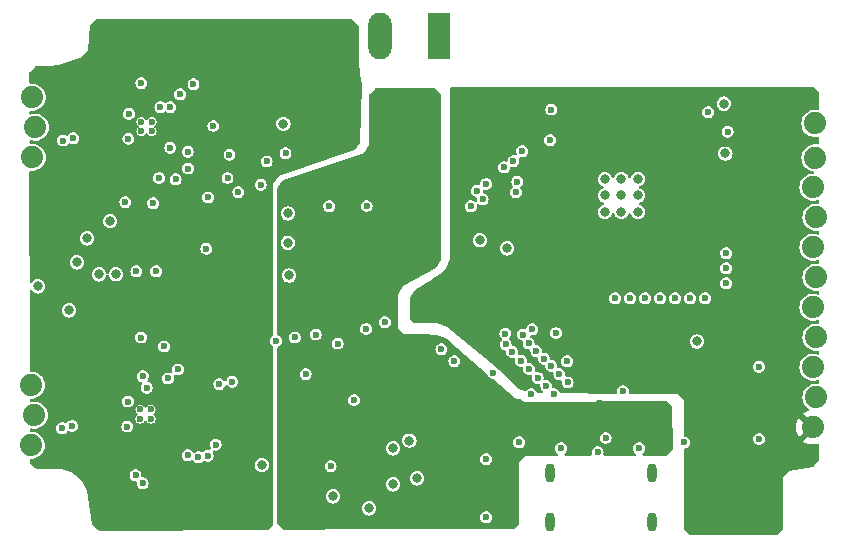
<source format=gbr>
%TF.GenerationSoftware,KiCad,Pcbnew,7.0.9*%
%TF.CreationDate,2023-12-08T19:14:30-07:00*%
%TF.ProjectId,mini_motor_go_V1_rev3,6d696e69-5f6d-46f7-946f-725f676f5f56,rev?*%
%TF.SameCoordinates,Original*%
%TF.FileFunction,Copper,L3,Inr*%
%TF.FilePolarity,Positive*%
%FSLAX46Y46*%
G04 Gerber Fmt 4.6, Leading zero omitted, Abs format (unit mm)*
G04 Created by KiCad (PCBNEW 7.0.9) date 2023-12-08 19:14:30*
%MOMM*%
%LPD*%
G01*
G04 APERTURE LIST*
%TA.AperFunction,ComponentPad*%
%ADD10C,0.600000*%
%TD*%
%TA.AperFunction,ComponentPad*%
%ADD11C,1.879600*%
%TD*%
%TA.AperFunction,ComponentPad*%
%ADD12O,0.800000X1.600000*%
%TD*%
%TA.AperFunction,ComponentPad*%
%ADD13R,1.980000X3.960000*%
%TD*%
%TA.AperFunction,ComponentPad*%
%ADD14O,1.980000X3.960000*%
%TD*%
%TA.AperFunction,ViaPad*%
%ADD15C,0.600000*%
%TD*%
%TA.AperFunction,ViaPad*%
%ADD16C,0.800000*%
%TD*%
G04 APERTURE END LIST*
D10*
%TO.N,GND*%
%TO.C,U2*%
X125481600Y-61536400D03*
X126381600Y-61536400D03*
X125481600Y-60736400D03*
X126381600Y-60736400D03*
%TD*%
D11*
%TO.N,Net-(U3-in+1)*%
%TO.C,J2*%
X116174213Y-88112054D03*
%TO.N,Net-(U5-V)*%
X116428213Y-85572054D03*
%TO.N,Net-(U3-in+2)*%
X116174213Y-83032054D03*
%TD*%
D12*
%TO.N,unconnected-(J11-SHELL_GND-PadS1)*%
%TO.C,J11*%
X160053600Y-94650700D03*
%TO.N,unconnected-(J11-SHELL_GND-PadS2)*%
X168703600Y-90450700D03*
%TO.N,unconnected-(J11-SHELL_GND-PadS3)*%
X160053600Y-90450700D03*
%TO.N,unconnected-(J11-SHELL_GND-PadS4)*%
X168703600Y-94650700D03*
%TD*%
D11*
%TO.N,Net-(J10-Pin_1)*%
%TO.C,J10*%
X182515000Y-63777800D03*
%TO.N,Net-(J10-Pin_2)*%
X182515000Y-60882200D03*
%TD*%
D10*
%TO.N,GND*%
%TO.C,U5*%
X125389938Y-85894093D03*
X126289938Y-85894093D03*
X125389938Y-85094093D03*
X126289938Y-85094093D03*
%TD*%
D11*
%TO.N,Net-(U4-in+1)*%
%TO.C,J1*%
X116257000Y-63754000D03*
%TO.N,Net-(U2-V)*%
X116511000Y-61214000D03*
%TO.N,Net-(U4-in+2)*%
X116257000Y-58674000D03*
%TD*%
%TO.N,+3.3V*%
%TO.C,J9*%
X182344000Y-86610000D03*
%TO.N,+5V*%
X182598000Y-84070000D03*
%TO.N,GND*%
X182344000Y-81530000D03*
%TO.N,gpio47*%
X182598000Y-78990000D03*
%TO.N,gpio38*%
X182344000Y-76450000D03*
%TO.N,Net-(J9-Pin_6)*%
X182598000Y-73910000D03*
%TO.N,Net-(J9-Pin_7)*%
X182344000Y-71370000D03*
%TO.N,Net-(J9-Pin_8)*%
X182598000Y-68830000D03*
%TO.N,Net-(J9-Pin_9)*%
X182344000Y-66290000D03*
%TD*%
D13*
%TO.N,+BATT*%
%TO.C,J8*%
X150668062Y-53472238D03*
D14*
%TO.N,GND*%
X145668062Y-53472238D03*
%TD*%
D15*
%TO.N,+BATT*%
X122642802Y-86943201D03*
D16*
X125624500Y-65250000D03*
X139050000Y-60930000D03*
D15*
X123535134Y-89300134D03*
X122732800Y-62585600D03*
X122732800Y-61772800D03*
X122642802Y-86130401D03*
%TO.N,GND*%
X161544000Y-81026000D03*
X158328060Y-81671940D03*
X166274001Y-83563600D03*
D16*
X164740000Y-66980000D03*
D15*
X118782002Y-86689201D03*
X154686000Y-94234000D03*
D16*
X164740000Y-68380000D03*
D15*
X161590842Y-82809158D03*
X124401600Y-62188400D03*
D16*
X116735000Y-74676000D03*
D15*
X157628060Y-80971940D03*
X159044166Y-82433634D03*
D16*
X166140000Y-65580000D03*
D15*
X159590842Y-80809158D03*
D16*
X123337570Y-73660000D03*
D15*
X171450000Y-87884000D03*
D16*
X135689493Y-89801810D03*
D15*
X159778060Y-83121940D03*
D16*
X166140000Y-68380000D03*
D15*
X177800000Y-87600000D03*
X157480000Y-87884000D03*
X131000000Y-71500000D03*
D16*
X137520000Y-60904365D03*
D15*
X132956940Y-63543060D03*
X157825500Y-78750000D03*
X124351602Y-84426001D03*
D16*
X164735137Y-65597355D03*
D15*
X156878060Y-80221940D03*
D16*
X137900000Y-70975500D03*
X166140000Y-66980000D03*
D15*
X143500000Y-84300000D03*
X160419981Y-83809449D03*
D16*
X167540000Y-66980000D03*
D15*
X156342637Y-79578908D03*
D16*
X167540000Y-68380000D03*
X174800000Y-59200000D03*
D15*
X141524000Y-89900000D03*
X119727546Y-62136006D03*
D16*
X138000000Y-73750000D03*
D15*
X158496000Y-83820000D03*
X124311602Y-86546001D03*
X124441600Y-60068400D03*
X125625500Y-82290000D03*
X160890842Y-82109158D03*
X118872000Y-62331600D03*
X161036000Y-88392000D03*
X144559980Y-67875500D03*
D16*
X167540000Y-65580000D03*
D15*
X158283364Y-79501678D03*
X167640000Y-88392000D03*
X160200000Y-59700000D03*
D16*
X172530000Y-79340000D03*
D15*
X131114800Y-89013600D03*
X119637548Y-86493607D03*
X156322500Y-78680558D03*
X125490000Y-57470000D03*
D16*
X137900000Y-68500000D03*
D15*
X158940842Y-80159158D03*
X160190842Y-81409158D03*
X154686000Y-89300000D03*
D16*
%TO.N,+3.3V*%
X148185362Y-87725395D03*
X148844000Y-90932000D03*
D15*
X156000000Y-60300000D03*
X125476000Y-79006000D03*
X148500000Y-77100000D03*
D16*
X119380000Y-76708000D03*
D15*
X175000000Y-82600000D03*
X125072469Y-73406000D03*
X128778000Y-58420000D03*
X128590000Y-81710000D03*
X126746000Y-73406000D03*
D16*
X170830000Y-80730000D03*
D15*
X124129800Y-67538600D03*
%TO.N,Net-(U3-in-1)*%
X125000000Y-90673500D03*
X129427830Y-88977500D03*
%TO.N,Net-(U3-in+1)*%
X130327526Y-89152900D03*
X125600000Y-91350000D03*
%TO.N,Net-(U3-ref_1)*%
X131775200Y-88073800D03*
X132100000Y-82950000D03*
X125943348Y-83248850D03*
%TO.N,/motor_controls/standby*%
X127421731Y-79763000D03*
X126492000Y-67640200D03*
X127104261Y-59503500D03*
X127740000Y-82470000D03*
%TO.N,+5V*%
X160528000Y-87630000D03*
X169926000Y-86614000D03*
X157480000Y-84455000D03*
X139599292Y-65785500D03*
X156210000Y-87884000D03*
X164338000Y-84582000D03*
X168500000Y-85900000D03*
X152654000Y-87884000D03*
D16*
X150070000Y-59790000D03*
D15*
X168402000Y-87630000D03*
X155448000Y-84836000D03*
%TO.N,Net-(U7-VFB)*%
X141400000Y-67900000D03*
D16*
%TO.N,m1_enc_cs*%
X122851991Y-69148009D03*
D15*
X175006000Y-71882000D03*
D16*
%TO.N,m2_enc_cs*%
X121920000Y-73660000D03*
D15*
X173228000Y-75692000D03*
%TO.N,m2_uh*%
X158600000Y-78300000D03*
X146106940Y-77706940D03*
%TO.N,m2_ul*%
X140250000Y-78750000D03*
X168148000Y-75692000D03*
%TO.N,m2_vh*%
X144531940Y-78281940D03*
X160600000Y-78621500D03*
%TO.N,m2_vl*%
X136900000Y-79300000D03*
X170688000Y-75692000D03*
%TO.N,m2_wh*%
X165608000Y-75692000D03*
X142113440Y-79513440D03*
%TO.N,m2_wl*%
X138500000Y-79000000D03*
X169418000Y-75692000D03*
%TO.N,m1_uh*%
X131150000Y-67150000D03*
X127000000Y-65500000D03*
X154391439Y-67300500D03*
%TO.N,m1_ul*%
X157200000Y-66700000D03*
X132789823Y-65500000D03*
X127939800Y-62941200D03*
%TO.N,m1_vh*%
X133700000Y-66700000D03*
X128400000Y-65618700D03*
X153900000Y-66585969D03*
%TO.N,m1_vl*%
X157000000Y-64075500D03*
X137700000Y-63400000D03*
X127939800Y-59503500D03*
%TO.N,m1_wh*%
X135600000Y-66075500D03*
X129446099Y-64700000D03*
X154693060Y-66006940D03*
%TO.N,m1_wl*%
X136100000Y-64100000D03*
X156200000Y-64600000D03*
X131600000Y-61100000D03*
%TO.N,Net-(J11-DP1)*%
X164800000Y-87517500D03*
X164126101Y-88722573D03*
%TO.N,Net-(U1-EN)*%
X160100000Y-62300000D03*
X153400000Y-67900000D03*
%TO.N,m2_current_sense_u*%
X133200000Y-82750000D03*
D16*
X156464000Y-71460500D03*
D15*
%TO.N,m2_current_sense_w*%
X139400000Y-82100000D03*
X166878000Y-75692000D03*
D16*
%TO.N,Net-(J10-Pin_1)*%
X174940000Y-63420000D03*
D15*
%TO.N,m1_current_sense_w*%
X129908326Y-57568045D03*
X157734000Y-63246000D03*
%TO.N,m1_current_sense_u*%
X129421099Y-63280167D03*
X157325503Y-65828100D03*
%TO.N,enc_scl*%
X175006000Y-73152000D03*
D16*
X120904000Y-70612000D03*
%TO.N,enc_sda*%
X120037570Y-72644000D03*
D15*
X175006000Y-74422000D03*
D16*
%TO.N,sda*%
X141732000Y-92456000D03*
D15*
X175125750Y-61574250D03*
D16*
X146812000Y-88392000D03*
D15*
X173482000Y-59930500D03*
D16*
%TO.N,scl*%
X146812000Y-91440000D03*
X144780000Y-93472000D03*
D15*
%TO.N,gpio38*%
X177770000Y-81480000D03*
X150900000Y-80010000D03*
D16*
%TO.N,gpio47*%
X154144667Y-70779500D03*
D15*
X152000000Y-81000000D03*
X155299500Y-82000000D03*
X171958000Y-75692000D03*
%TD*%
%TA.AperFunction,Conductor*%
%TO.N,+BATT*%
G36*
X142375002Y-52068685D02*
G01*
X143328740Y-52069939D01*
X143395754Y-52089712D01*
X143416258Y-52106258D01*
X143843681Y-52533681D01*
X143877166Y-52595004D01*
X143880000Y-52621362D01*
X143880000Y-55380000D01*
X143934265Y-55905727D01*
X143982131Y-56369461D01*
X144042147Y-56657085D01*
X144043193Y-56664059D01*
X144133808Y-57646364D01*
X144134055Y-57653412D01*
X144029713Y-62453191D01*
X144008576Y-62519787D01*
X144005920Y-62523574D01*
X143568259Y-63123539D01*
X143512847Y-63166098D01*
X143508504Y-63167687D01*
X137124686Y-65369004D01*
X136652000Y-66031998D01*
X136652000Y-78796724D01*
X136632315Y-78863763D01*
X136595041Y-78901039D01*
X136568873Y-78917856D01*
X136474623Y-79026626D01*
X136474622Y-79026628D01*
X136414834Y-79157543D01*
X136394353Y-79300000D01*
X136414834Y-79442456D01*
X136447252Y-79513440D01*
X136474623Y-79573373D01*
X136568872Y-79682143D01*
X136595037Y-79698958D01*
X136640793Y-79751759D01*
X136652000Y-79803274D01*
X136652000Y-90432000D01*
X136650639Y-91431998D01*
X136641500Y-94788762D01*
X136621633Y-94855747D01*
X136605091Y-94876196D01*
X136176269Y-95304133D01*
X136114911Y-95337554D01*
X136088759Y-95340361D01*
X121936075Y-95349641D01*
X121869023Y-95330000D01*
X121855084Y-95319607D01*
X121350993Y-94885557D01*
X121313035Y-94826897D01*
X121309268Y-94809934D01*
X120883921Y-91964506D01*
X120433712Y-91140748D01*
X119899714Y-90673500D01*
X124494353Y-90673500D01*
X124514834Y-90815956D01*
X124539165Y-90869232D01*
X124574623Y-90946873D01*
X124668872Y-91055643D01*
X124789947Y-91133453D01*
X124789950Y-91133454D01*
X124789949Y-91133454D01*
X124928036Y-91173999D01*
X124928038Y-91174000D01*
X124976554Y-91174000D01*
X125043593Y-91193685D01*
X125089348Y-91246489D01*
X125099292Y-91315646D01*
X125094353Y-91349999D01*
X125114834Y-91492456D01*
X125118051Y-91499500D01*
X125174623Y-91623373D01*
X125268872Y-91732143D01*
X125389947Y-91809953D01*
X125389950Y-91809954D01*
X125389949Y-91809954D01*
X125497107Y-91841417D01*
X125527419Y-91850318D01*
X125528036Y-91850499D01*
X125528038Y-91850500D01*
X125528039Y-91850500D01*
X125671962Y-91850500D01*
X125671962Y-91850499D01*
X125810053Y-91809953D01*
X125931128Y-91732143D01*
X126025377Y-91623373D01*
X126085165Y-91492457D01*
X126105647Y-91350000D01*
X126085165Y-91207543D01*
X126025377Y-91076627D01*
X125931128Y-90967857D01*
X125810053Y-90890047D01*
X125810051Y-90890046D01*
X125810049Y-90890045D01*
X125810050Y-90890045D01*
X125671963Y-90849500D01*
X125671961Y-90849500D01*
X125623446Y-90849500D01*
X125556407Y-90829815D01*
X125510652Y-90777011D01*
X125500708Y-90707854D01*
X125505647Y-90673500D01*
X125485165Y-90531043D01*
X125425377Y-90400127D01*
X125331128Y-90291357D01*
X125210053Y-90213547D01*
X125210051Y-90213546D01*
X125210049Y-90213545D01*
X125210050Y-90213545D01*
X125071963Y-90173000D01*
X125071961Y-90173000D01*
X124928039Y-90173000D01*
X124928036Y-90173000D01*
X124789949Y-90213545D01*
X124668873Y-90291356D01*
X124574623Y-90400126D01*
X124574622Y-90400128D01*
X124514834Y-90531043D01*
X124494353Y-90673500D01*
X119899714Y-90673500D01*
X119666288Y-90469252D01*
X119666286Y-90469251D01*
X118790038Y-90133828D01*
X116600819Y-90106799D01*
X116534028Y-90086288D01*
X116514193Y-90070011D01*
X116248894Y-89801811D01*
X135083811Y-89801811D01*
X135104448Y-89958570D01*
X135104449Y-89958572D01*
X135150608Y-90070011D01*
X135164957Y-90104651D01*
X135261211Y-90230092D01*
X135386652Y-90326346D01*
X135532731Y-90386854D01*
X135611112Y-90397173D01*
X135689492Y-90407492D01*
X135689493Y-90407492D01*
X135689494Y-90407492D01*
X135745444Y-90400126D01*
X135846255Y-90386854D01*
X135992334Y-90326346D01*
X136117775Y-90230092D01*
X136214029Y-90104651D01*
X136274537Y-89958572D01*
X136295175Y-89801810D01*
X136274537Y-89645048D01*
X136214029Y-89498969D01*
X136117775Y-89373528D01*
X135992334Y-89277274D01*
X135969797Y-89267939D01*
X135846255Y-89216766D01*
X135846253Y-89216765D01*
X135689494Y-89196128D01*
X135689492Y-89196128D01*
X135532732Y-89216765D01*
X135532730Y-89216766D01*
X135386653Y-89277273D01*
X135261211Y-89373528D01*
X135164956Y-89498970D01*
X135104449Y-89645047D01*
X135104448Y-89645049D01*
X135083811Y-89801808D01*
X135083811Y-89801811D01*
X116248894Y-89801811D01*
X116085034Y-89636160D01*
X116051883Y-89574656D01*
X116049191Y-89549139D01*
X116049170Y-89535043D01*
X116048966Y-89395743D01*
X116048938Y-89376536D01*
X116068524Y-89309468D01*
X116121261Y-89263635D01*
X116172938Y-89252354D01*
X116279875Y-89252354D01*
X116279877Y-89252354D01*
X116487608Y-89213522D01*
X116684666Y-89137182D01*
X116864341Y-89025931D01*
X116917467Y-88977500D01*
X128922183Y-88977500D01*
X128942664Y-89119956D01*
X129002452Y-89250871D01*
X129002453Y-89250873D01*
X129096702Y-89359643D01*
X129217777Y-89437453D01*
X129217780Y-89437454D01*
X129217779Y-89437454D01*
X129355866Y-89477999D01*
X129355868Y-89478000D01*
X129355869Y-89478000D01*
X129499792Y-89478000D01*
X129499792Y-89477999D01*
X129637880Y-89437454D01*
X129637881Y-89437454D01*
X129655279Y-89426273D01*
X129725748Y-89380985D01*
X129792787Y-89361301D01*
X129859826Y-89380985D01*
X129894315Y-89420766D01*
X129897355Y-89418813D01*
X129902149Y-89426273D01*
X129996398Y-89535043D01*
X130117473Y-89612853D01*
X130117476Y-89612854D01*
X130117475Y-89612854D01*
X130255562Y-89653399D01*
X130255564Y-89653400D01*
X130255565Y-89653400D01*
X130399488Y-89653400D01*
X130399488Y-89653399D01*
X130537579Y-89612853D01*
X130658654Y-89535043D01*
X130710538Y-89475164D01*
X130769315Y-89437390D01*
X130839185Y-89437390D01*
X130871291Y-89452052D01*
X130904748Y-89473554D01*
X131042836Y-89514099D01*
X131042838Y-89514100D01*
X131042839Y-89514100D01*
X131186762Y-89514100D01*
X131186762Y-89514099D01*
X131324853Y-89473553D01*
X131445928Y-89395743D01*
X131540177Y-89286973D01*
X131599965Y-89156057D01*
X131620447Y-89013600D01*
X131599965Y-88871143D01*
X131540207Y-88740294D01*
X131530264Y-88671138D01*
X131559289Y-88607582D01*
X131618066Y-88569807D01*
X131687937Y-88569807D01*
X131703239Y-88574300D01*
X131847162Y-88574300D01*
X131847162Y-88574299D01*
X131985253Y-88533753D01*
X132106328Y-88455943D01*
X132200577Y-88347173D01*
X132260365Y-88216257D01*
X132280847Y-88073800D01*
X132260365Y-87931343D01*
X132200577Y-87800427D01*
X132106328Y-87691657D01*
X131985253Y-87613847D01*
X131985251Y-87613846D01*
X131985249Y-87613845D01*
X131985250Y-87613845D01*
X131847163Y-87573300D01*
X131847161Y-87573300D01*
X131703239Y-87573300D01*
X131703236Y-87573300D01*
X131565149Y-87613845D01*
X131444073Y-87691656D01*
X131349823Y-87800426D01*
X131349822Y-87800428D01*
X131290034Y-87931343D01*
X131269553Y-88073800D01*
X131290034Y-88216256D01*
X131349791Y-88347103D01*
X131359735Y-88416262D01*
X131330710Y-88479817D01*
X131271932Y-88517592D01*
X131202065Y-88517593D01*
X131186762Y-88513100D01*
X131186761Y-88513100D01*
X131042839Y-88513100D01*
X131042836Y-88513100D01*
X130904749Y-88553645D01*
X130783673Y-88631456D01*
X130783672Y-88631456D01*
X130783672Y-88631457D01*
X130749289Y-88671138D01*
X130731788Y-88691335D01*
X130673010Y-88729109D01*
X130603140Y-88729109D01*
X130571037Y-88714448D01*
X130537579Y-88692947D01*
X130537576Y-88692945D01*
X130399489Y-88652400D01*
X130399487Y-88652400D01*
X130255565Y-88652400D01*
X130255562Y-88652400D01*
X130117475Y-88692945D01*
X130117472Y-88692946D01*
X130029606Y-88749414D01*
X129962567Y-88769098D01*
X129895528Y-88749413D01*
X129861052Y-88709625D01*
X129858001Y-88711587D01*
X129853206Y-88704126D01*
X129758958Y-88595357D01*
X129637883Y-88517547D01*
X129637881Y-88517546D01*
X129637879Y-88517545D01*
X129637880Y-88517545D01*
X129499793Y-88477000D01*
X129499791Y-88477000D01*
X129355869Y-88477000D01*
X129355866Y-88477000D01*
X129217779Y-88517545D01*
X129096703Y-88595356D01*
X129002453Y-88704126D01*
X129002452Y-88704128D01*
X128942664Y-88835043D01*
X128922183Y-88977500D01*
X116917467Y-88977500D01*
X117020515Y-88883560D01*
X117147869Y-88714916D01*
X117242066Y-88525743D01*
X117242066Y-88525740D01*
X117242068Y-88525738D01*
X117275181Y-88409352D01*
X117299899Y-88322481D01*
X117319398Y-88112054D01*
X117299899Y-87901627D01*
X117291500Y-87872107D01*
X117242068Y-87698369D01*
X117242065Y-87698363D01*
X117179791Y-87573300D01*
X117147869Y-87509192D01*
X117020515Y-87340548D01*
X117020513Y-87340545D01*
X116864342Y-87198178D01*
X116864341Y-87198177D01*
X116684666Y-87086926D01*
X116684665Y-87086925D01*
X116540578Y-87031106D01*
X116487608Y-87010586D01*
X116279877Y-86971754D01*
X116169224Y-86971754D01*
X116102185Y-86952069D01*
X116056430Y-86899265D01*
X116045224Y-86847940D01*
X116045169Y-86810008D01*
X116064754Y-86742944D01*
X116117490Y-86697111D01*
X116186634Y-86687065D01*
X116191894Y-86687930D01*
X116322549Y-86712354D01*
X116322552Y-86712354D01*
X116533875Y-86712354D01*
X116533877Y-86712354D01*
X116657734Y-86689201D01*
X118276355Y-86689201D01*
X118296836Y-86831657D01*
X118355636Y-86960408D01*
X118356625Y-86962574D01*
X118450874Y-87071344D01*
X118571949Y-87149154D01*
X118571952Y-87149155D01*
X118571951Y-87149155D01*
X118710038Y-87189700D01*
X118710040Y-87189701D01*
X118710041Y-87189701D01*
X118853964Y-87189701D01*
X118853964Y-87189700D01*
X118992055Y-87149154D01*
X119113130Y-87071344D01*
X119207379Y-86962574D01*
X119207383Y-86962564D01*
X119208770Y-86960408D01*
X119210720Y-86958717D01*
X119213187Y-86955871D01*
X119213596Y-86956225D01*
X119261570Y-86914648D01*
X119330727Y-86904697D01*
X119380130Y-86923120D01*
X119427495Y-86953560D01*
X119427498Y-86953561D01*
X119427497Y-86953561D01*
X119565584Y-86994106D01*
X119565586Y-86994107D01*
X119565587Y-86994107D01*
X119709510Y-86994107D01*
X119709510Y-86994106D01*
X119838525Y-86956225D01*
X119847598Y-86953561D01*
X119847598Y-86953560D01*
X119847601Y-86953560D01*
X119968676Y-86875750D01*
X120062925Y-86766980D01*
X120122713Y-86636064D01*
X120135662Y-86546001D01*
X123805955Y-86546001D01*
X123826436Y-86688457D01*
X123837350Y-86712354D01*
X123886225Y-86819374D01*
X123980474Y-86928144D01*
X124101549Y-87005954D01*
X124101552Y-87005955D01*
X124101551Y-87005955D01*
X124239638Y-87046500D01*
X124239640Y-87046501D01*
X124239641Y-87046501D01*
X124383564Y-87046501D01*
X124383564Y-87046500D01*
X124521655Y-87005954D01*
X124642730Y-86928144D01*
X124736979Y-86819374D01*
X124796767Y-86688458D01*
X124817249Y-86546001D01*
X124796767Y-86403544D01*
X124736979Y-86272628D01*
X124642730Y-86163858D01*
X124521655Y-86086048D01*
X124521653Y-86086047D01*
X124521651Y-86086046D01*
X124521652Y-86086046D01*
X124383565Y-86045501D01*
X124383563Y-86045501D01*
X124239641Y-86045501D01*
X124239638Y-86045501D01*
X124101551Y-86086046D01*
X123980475Y-86163857D01*
X123886225Y-86272627D01*
X123886224Y-86272629D01*
X123826436Y-86403544D01*
X123805955Y-86546001D01*
X120135662Y-86546001D01*
X120143195Y-86493607D01*
X120122713Y-86351150D01*
X120062925Y-86220234D01*
X119968676Y-86111464D01*
X119847601Y-86033654D01*
X119847599Y-86033653D01*
X119847597Y-86033652D01*
X119847598Y-86033652D01*
X119709511Y-85993107D01*
X119709509Y-85993107D01*
X119565587Y-85993107D01*
X119565584Y-85993107D01*
X119427497Y-86033652D01*
X119306421Y-86111463D01*
X119212169Y-86220235D01*
X119210771Y-86222412D01*
X119208816Y-86224105D01*
X119206363Y-86226937D01*
X119205955Y-86226584D01*
X119157966Y-86268166D01*
X119088807Y-86278107D01*
X119039418Y-86259686D01*
X118992052Y-86229246D01*
X118853965Y-86188701D01*
X118853963Y-86188701D01*
X118710041Y-86188701D01*
X118710038Y-86188701D01*
X118571951Y-86229246D01*
X118450875Y-86307057D01*
X118356625Y-86415827D01*
X118356624Y-86415829D01*
X118296836Y-86546744D01*
X118276355Y-86689201D01*
X116657734Y-86689201D01*
X116741608Y-86673522D01*
X116938666Y-86597182D01*
X117118341Y-86485931D01*
X117274515Y-86343560D01*
X117401869Y-86174916D01*
X117496066Y-85985743D01*
X117496066Y-85985740D01*
X117496068Y-85985738D01*
X117522142Y-85894096D01*
X124984446Y-85894096D01*
X125004290Y-86019393D01*
X125004290Y-86019394D01*
X125017593Y-86045501D01*
X125061888Y-86132435D01*
X125061890Y-86132437D01*
X125061892Y-86132440D01*
X125151590Y-86222138D01*
X125151592Y-86222139D01*
X125151596Y-86222143D01*
X125264634Y-86279739D01*
X125264635Y-86279739D01*
X125264637Y-86279740D01*
X125389935Y-86299585D01*
X125389938Y-86299585D01*
X125389941Y-86299585D01*
X125515238Y-86279740D01*
X125515239Y-86279740D01*
X125515240Y-86279739D01*
X125515242Y-86279739D01*
X125628280Y-86222143D01*
X125717988Y-86132435D01*
X125729453Y-86109932D01*
X125777427Y-86059136D01*
X125845248Y-86042341D01*
X125911383Y-86064878D01*
X125950422Y-86109931D01*
X125951203Y-86111464D01*
X125961887Y-86132433D01*
X125961892Y-86132440D01*
X126051590Y-86222138D01*
X126051592Y-86222139D01*
X126051596Y-86222143D01*
X126164634Y-86279739D01*
X126164635Y-86279739D01*
X126164637Y-86279740D01*
X126289935Y-86299585D01*
X126289938Y-86299585D01*
X126289941Y-86299585D01*
X126415238Y-86279740D01*
X126415239Y-86279740D01*
X126415240Y-86279739D01*
X126415242Y-86279739D01*
X126528280Y-86222143D01*
X126617988Y-86132435D01*
X126675584Y-86019397D01*
X126675584Y-86019395D01*
X126675585Y-86019394D01*
X126675585Y-86019393D01*
X126695430Y-85894096D01*
X126695430Y-85894089D01*
X126675585Y-85768792D01*
X126675585Y-85768791D01*
X126652409Y-85723306D01*
X126617988Y-85655751D01*
X126617984Y-85655747D01*
X126617983Y-85655745D01*
X126544012Y-85581774D01*
X126510527Y-85520451D01*
X126515511Y-85450759D01*
X126544012Y-85406412D01*
X126617983Y-85332440D01*
X126617988Y-85332435D01*
X126675584Y-85219397D01*
X126675584Y-85219395D01*
X126675585Y-85219394D01*
X126675585Y-85219393D01*
X126695430Y-85094096D01*
X126695430Y-85094089D01*
X126675585Y-84968792D01*
X126675585Y-84968791D01*
X126654037Y-84926501D01*
X126617988Y-84855751D01*
X126617984Y-84855747D01*
X126617983Y-84855745D01*
X126528285Y-84766047D01*
X126528282Y-84766045D01*
X126528280Y-84766043D01*
X126415242Y-84708447D01*
X126415241Y-84708446D01*
X126415238Y-84708445D01*
X126289941Y-84688601D01*
X126289935Y-84688601D01*
X126164637Y-84708445D01*
X126164636Y-84708445D01*
X126089275Y-84746844D01*
X126051596Y-84766043D01*
X126051595Y-84766044D01*
X126051590Y-84766047D01*
X125961892Y-84855745D01*
X125961887Y-84855752D01*
X125950422Y-84878254D01*
X125902448Y-84929049D01*
X125834626Y-84945844D01*
X125768492Y-84923306D01*
X125729454Y-84878254D01*
X125727626Y-84874667D01*
X125717988Y-84855751D01*
X125717985Y-84855748D01*
X125717983Y-84855745D01*
X125628285Y-84766047D01*
X125628282Y-84766045D01*
X125628280Y-84766043D01*
X125515242Y-84708447D01*
X125515241Y-84708446D01*
X125515238Y-84708445D01*
X125389941Y-84688601D01*
X125389935Y-84688601D01*
X125264637Y-84708445D01*
X125264636Y-84708445D01*
X125189275Y-84746844D01*
X125151596Y-84766043D01*
X125151595Y-84766044D01*
X125151590Y-84766047D01*
X125061892Y-84855745D01*
X125061889Y-84855750D01*
X125061888Y-84855751D01*
X125050422Y-84878254D01*
X125004290Y-84968791D01*
X125004290Y-84968792D01*
X124984446Y-85094089D01*
X124984446Y-85094096D01*
X125004290Y-85219393D01*
X125004290Y-85219394D01*
X125022743Y-85255610D01*
X125061888Y-85332435D01*
X125061890Y-85332437D01*
X125061892Y-85332440D01*
X125135864Y-85406412D01*
X125169349Y-85467735D01*
X125164365Y-85537427D01*
X125135864Y-85581774D01*
X125061892Y-85655745D01*
X125061889Y-85655750D01*
X125061888Y-85655751D01*
X125050422Y-85678254D01*
X125004290Y-85768791D01*
X125004290Y-85768792D01*
X124984446Y-85894089D01*
X124984446Y-85894096D01*
X117522142Y-85894096D01*
X117553898Y-85782483D01*
X117553899Y-85782480D01*
X117555168Y-85768791D01*
X117573398Y-85572054D01*
X117553899Y-85361627D01*
X117524738Y-85259136D01*
X117496068Y-85158369D01*
X117496065Y-85158363D01*
X117464060Y-85094089D01*
X117401869Y-84969192D01*
X117274515Y-84800548D01*
X117274513Y-84800545D01*
X117118342Y-84658178D01*
X117118341Y-84658177D01*
X116938666Y-84546926D01*
X116938665Y-84546925D01*
X116794578Y-84491106D01*
X116741608Y-84470586D01*
X116533877Y-84431754D01*
X116322549Y-84431754D01*
X116265294Y-84442457D01*
X116188319Y-84456846D01*
X116118804Y-84449815D01*
X116088869Y-84426001D01*
X123845955Y-84426001D01*
X123866436Y-84568457D01*
X123907411Y-84658177D01*
X123926225Y-84699374D01*
X124020474Y-84808144D01*
X124141549Y-84885954D01*
X124141552Y-84885955D01*
X124141551Y-84885955D01*
X124279638Y-84926500D01*
X124279640Y-84926501D01*
X124279641Y-84926501D01*
X124423564Y-84926501D01*
X124423564Y-84926500D01*
X124561655Y-84885954D01*
X124682730Y-84808144D01*
X124776979Y-84699374D01*
X124836767Y-84568458D01*
X124857249Y-84426001D01*
X124836767Y-84283544D01*
X124776979Y-84152628D01*
X124682730Y-84043858D01*
X124561655Y-83966048D01*
X124561653Y-83966047D01*
X124561651Y-83966046D01*
X124561652Y-83966046D01*
X124423565Y-83925501D01*
X124423563Y-83925501D01*
X124279641Y-83925501D01*
X124279638Y-83925501D01*
X124141551Y-83966046D01*
X124020475Y-84043857D01*
X123926225Y-84152627D01*
X123926224Y-84152629D01*
X123866436Y-84283544D01*
X123845955Y-84426001D01*
X116088869Y-84426001D01*
X116064125Y-84406317D01*
X116041643Y-84340163D01*
X116041534Y-84335179D01*
X116041478Y-84296533D01*
X116061065Y-84229466D01*
X116113803Y-84183634D01*
X116165478Y-84172354D01*
X116279875Y-84172354D01*
X116279877Y-84172354D01*
X116487608Y-84133522D01*
X116684666Y-84057182D01*
X116864341Y-83945931D01*
X117020515Y-83803560D01*
X117147869Y-83634916D01*
X117242066Y-83445743D01*
X117242066Y-83445740D01*
X117242068Y-83445738D01*
X117297617Y-83250500D01*
X117299899Y-83242481D01*
X117319398Y-83032054D01*
X117314155Y-82975478D01*
X117299899Y-82821627D01*
X117299898Y-82821624D01*
X117242068Y-82618369D01*
X117242065Y-82618363D01*
X117171489Y-82476628D01*
X117147869Y-82429192D01*
X117042756Y-82290000D01*
X125119853Y-82290000D01*
X125140334Y-82432456D01*
X125198561Y-82559953D01*
X125200123Y-82563373D01*
X125294372Y-82672143D01*
X125415447Y-82749953D01*
X125415450Y-82749954D01*
X125415449Y-82749954D01*
X125467825Y-82765333D01*
X125526604Y-82803107D01*
X125555629Y-82866662D01*
X125545686Y-82935821D01*
X125526607Y-82965509D01*
X125517973Y-82975473D01*
X125517970Y-82975478D01*
X125458182Y-83106393D01*
X125437701Y-83248850D01*
X125458182Y-83391306D01*
X125485215Y-83450499D01*
X125517971Y-83522223D01*
X125612220Y-83630993D01*
X125733295Y-83708803D01*
X125733298Y-83708804D01*
X125733297Y-83708804D01*
X125871384Y-83749349D01*
X125871386Y-83749350D01*
X125871387Y-83749350D01*
X126015310Y-83749350D01*
X126015310Y-83749349D01*
X126153401Y-83708803D01*
X126274476Y-83630993D01*
X126368725Y-83522223D01*
X126428513Y-83391307D01*
X126448995Y-83248850D01*
X126428513Y-83106393D01*
X126368725Y-82975477D01*
X126274476Y-82866707D01*
X126153401Y-82788897D01*
X126153400Y-82788896D01*
X126153399Y-82788896D01*
X126101020Y-82773516D01*
X126042243Y-82735741D01*
X126013218Y-82672185D01*
X126023162Y-82603027D01*
X126042242Y-82573337D01*
X126050877Y-82563373D01*
X126093519Y-82470000D01*
X127234353Y-82470000D01*
X127254834Y-82612456D01*
X127314622Y-82743371D01*
X127314623Y-82743373D01*
X127408872Y-82852143D01*
X127529947Y-82929953D01*
X127529950Y-82929954D01*
X127529949Y-82929954D01*
X127668036Y-82970499D01*
X127668038Y-82970500D01*
X127668039Y-82970500D01*
X127811962Y-82970500D01*
X127811962Y-82970499D01*
X127881777Y-82950000D01*
X131594353Y-82950000D01*
X131614834Y-83092456D01*
X131621199Y-83106393D01*
X131674623Y-83223373D01*
X131768872Y-83332143D01*
X131889947Y-83409953D01*
X131889950Y-83409954D01*
X131889949Y-83409954D01*
X131997107Y-83441417D01*
X132011841Y-83445744D01*
X132028036Y-83450499D01*
X132028038Y-83450500D01*
X132028039Y-83450500D01*
X132171962Y-83450500D01*
X132171962Y-83450499D01*
X132310053Y-83409953D01*
X132431128Y-83332143D01*
X132525377Y-83223373D01*
X132585165Y-83092457D01*
X132585165Y-83092456D01*
X132588849Y-83084390D01*
X132590816Y-83085288D01*
X132622049Y-83036674D01*
X132685600Y-83007640D01*
X132754760Y-83017573D01*
X132796977Y-83049171D01*
X132868872Y-83132143D01*
X132989947Y-83209953D01*
X132989950Y-83209954D01*
X132989949Y-83209954D01*
X133097107Y-83241417D01*
X133100728Y-83242481D01*
X133128036Y-83250499D01*
X133128038Y-83250500D01*
X133128039Y-83250500D01*
X133271962Y-83250500D01*
X133271962Y-83250499D01*
X133410053Y-83209953D01*
X133531128Y-83132143D01*
X133625377Y-83023373D01*
X133685165Y-82892457D01*
X133705647Y-82750000D01*
X133685165Y-82607543D01*
X133625377Y-82476627D01*
X133531128Y-82367857D01*
X133410053Y-82290047D01*
X133410051Y-82290046D01*
X133410049Y-82290045D01*
X133410050Y-82290045D01*
X133271963Y-82249500D01*
X133271961Y-82249500D01*
X133128039Y-82249500D01*
X133128036Y-82249500D01*
X132989949Y-82290045D01*
X132868873Y-82367856D01*
X132774623Y-82476626D01*
X132774622Y-82476628D01*
X132768495Y-82490045D01*
X132718052Y-82600500D01*
X132711151Y-82615610D01*
X132709187Y-82614713D01*
X132677930Y-82663343D01*
X132614372Y-82692363D01*
X132545215Y-82682415D01*
X132503021Y-82650827D01*
X132431128Y-82567857D01*
X132310053Y-82490047D01*
X132310051Y-82490046D01*
X132310049Y-82490045D01*
X132310050Y-82490045D01*
X132171963Y-82449500D01*
X132171961Y-82449500D01*
X132028039Y-82449500D01*
X132028036Y-82449500D01*
X131889949Y-82490045D01*
X131768873Y-82567856D01*
X131674623Y-82676626D01*
X131674622Y-82676628D01*
X131614834Y-82807543D01*
X131594353Y-82950000D01*
X127881777Y-82950000D01*
X127950053Y-82929953D01*
X128071128Y-82852143D01*
X128165377Y-82743373D01*
X128225165Y-82612457D01*
X128245647Y-82470000D01*
X128225165Y-82327543D01*
X128225164Y-82327541D01*
X128223901Y-82323239D01*
X128223900Y-82253370D01*
X128261674Y-82194591D01*
X128325229Y-82165565D01*
X128377813Y-82169326D01*
X128379945Y-82169952D01*
X128379947Y-82169953D01*
X128459381Y-82193276D01*
X128518038Y-82210500D01*
X128518039Y-82210500D01*
X128661962Y-82210500D01*
X128661962Y-82210499D01*
X128800053Y-82169953D01*
X128921128Y-82092143D01*
X129015377Y-81983373D01*
X129075165Y-81852457D01*
X129095647Y-81710000D01*
X129075165Y-81567543D01*
X129015377Y-81436627D01*
X128921128Y-81327857D01*
X128800053Y-81250047D01*
X128800051Y-81250046D01*
X128800049Y-81250045D01*
X128800050Y-81250045D01*
X128661963Y-81209500D01*
X128661961Y-81209500D01*
X128518039Y-81209500D01*
X128518036Y-81209500D01*
X128379949Y-81250045D01*
X128258873Y-81327856D01*
X128164623Y-81436626D01*
X128164622Y-81436628D01*
X128104834Y-81567543D01*
X128084353Y-81710000D01*
X128104835Y-81852463D01*
X128106099Y-81856766D01*
X128106097Y-81926635D01*
X128068320Y-81985412D01*
X128004763Y-82014435D01*
X127952187Y-82010673D01*
X127811963Y-81969500D01*
X127811961Y-81969500D01*
X127668039Y-81969500D01*
X127668036Y-81969500D01*
X127529949Y-82010045D01*
X127408873Y-82087856D01*
X127314623Y-82196626D01*
X127314622Y-82196628D01*
X127254834Y-82327543D01*
X127234353Y-82470000D01*
X126093519Y-82470000D01*
X126110665Y-82432457D01*
X126131147Y-82290000D01*
X126110665Y-82147543D01*
X126050877Y-82016627D01*
X125956628Y-81907857D01*
X125835553Y-81830047D01*
X125835551Y-81830046D01*
X125835549Y-81830045D01*
X125835550Y-81830045D01*
X125697463Y-81789500D01*
X125697461Y-81789500D01*
X125553539Y-81789500D01*
X125553536Y-81789500D01*
X125415449Y-81830045D01*
X125294373Y-81907856D01*
X125200123Y-82016626D01*
X125200122Y-82016628D01*
X125140334Y-82147543D01*
X125119853Y-82290000D01*
X117042756Y-82290000D01*
X117020515Y-82260548D01*
X117020513Y-82260545D01*
X116864342Y-82118178D01*
X116864341Y-82118177D01*
X116684666Y-82006926D01*
X116684665Y-82006925D01*
X116540578Y-81951106D01*
X116487608Y-81930586D01*
X116279877Y-81891754D01*
X116161765Y-81891754D01*
X116094726Y-81872069D01*
X116048971Y-81819265D01*
X116037765Y-81767936D01*
X116037471Y-81567543D01*
X116034821Y-79763000D01*
X126916084Y-79763000D01*
X126936565Y-79905456D01*
X126986109Y-80013940D01*
X126996354Y-80036373D01*
X127090603Y-80145143D01*
X127211678Y-80222953D01*
X127211681Y-80222954D01*
X127211680Y-80222954D01*
X127349767Y-80263499D01*
X127349769Y-80263500D01*
X127349770Y-80263500D01*
X127493693Y-80263500D01*
X127493693Y-80263499D01*
X127631784Y-80222953D01*
X127752859Y-80145143D01*
X127847108Y-80036373D01*
X127906896Y-79905457D01*
X127927378Y-79763000D01*
X127906896Y-79620543D01*
X127847108Y-79489627D01*
X127752859Y-79380857D01*
X127631784Y-79303047D01*
X127631782Y-79303046D01*
X127631780Y-79303045D01*
X127631781Y-79303045D01*
X127493694Y-79262500D01*
X127493692Y-79262500D01*
X127349770Y-79262500D01*
X127349767Y-79262500D01*
X127211680Y-79303045D01*
X127090604Y-79380856D01*
X126996354Y-79489626D01*
X126996353Y-79489628D01*
X126936565Y-79620543D01*
X126916084Y-79763000D01*
X116034821Y-79763000D01*
X116033709Y-79006000D01*
X124970353Y-79006000D01*
X124990834Y-79148456D01*
X125032672Y-79240067D01*
X125050623Y-79279373D01*
X125144872Y-79388143D01*
X125265947Y-79465953D01*
X125265950Y-79465954D01*
X125265949Y-79465954D01*
X125404036Y-79506499D01*
X125404038Y-79506500D01*
X125404039Y-79506500D01*
X125547962Y-79506500D01*
X125547962Y-79506499D01*
X125686053Y-79465953D01*
X125807128Y-79388143D01*
X125901377Y-79279373D01*
X125961165Y-79148457D01*
X125981647Y-79006000D01*
X125961165Y-78863543D01*
X125901377Y-78732627D01*
X125807128Y-78623857D01*
X125686053Y-78546047D01*
X125686051Y-78546046D01*
X125686049Y-78546045D01*
X125686050Y-78546045D01*
X125547963Y-78505500D01*
X125547961Y-78505500D01*
X125404039Y-78505500D01*
X125404036Y-78505500D01*
X125265949Y-78546045D01*
X125144873Y-78623856D01*
X125050623Y-78732626D01*
X125050622Y-78732628D01*
X124990834Y-78863543D01*
X124970353Y-79006000D01*
X116033709Y-79006000D01*
X116030335Y-76708001D01*
X118774318Y-76708001D01*
X118794955Y-76864760D01*
X118794956Y-76864762D01*
X118855464Y-77010841D01*
X118951718Y-77136282D01*
X119077159Y-77232536D01*
X119223238Y-77293044D01*
X119301619Y-77303363D01*
X119379999Y-77313682D01*
X119380000Y-77313682D01*
X119380001Y-77313682D01*
X119432254Y-77306802D01*
X119536762Y-77293044D01*
X119682841Y-77232536D01*
X119808282Y-77136282D01*
X119904536Y-77010841D01*
X119965044Y-76864762D01*
X119985682Y-76708000D01*
X119965044Y-76551238D01*
X119904536Y-76405159D01*
X119808282Y-76279718D01*
X119682841Y-76183464D01*
X119536762Y-76122956D01*
X119536760Y-76122955D01*
X119380001Y-76102318D01*
X119379999Y-76102318D01*
X119223239Y-76122955D01*
X119223237Y-76122956D01*
X119077160Y-76183463D01*
X118951718Y-76279718D01*
X118855463Y-76405160D01*
X118794956Y-76551237D01*
X118794955Y-76551239D01*
X118774318Y-76707998D01*
X118774318Y-76708001D01*
X116030335Y-76708001D01*
X116027983Y-75106497D01*
X116047568Y-75039433D01*
X116100305Y-74993600D01*
X116169449Y-74983555D01*
X116233047Y-75012487D01*
X116250357Y-75030832D01*
X116293519Y-75087081D01*
X116306718Y-75104282D01*
X116432159Y-75200536D01*
X116578238Y-75261044D01*
X116656619Y-75271363D01*
X116734999Y-75281682D01*
X116735000Y-75281682D01*
X116735001Y-75281682D01*
X116787254Y-75274802D01*
X116891762Y-75261044D01*
X117037841Y-75200536D01*
X117163282Y-75104282D01*
X117259536Y-74978841D01*
X117320044Y-74832762D01*
X117340682Y-74676000D01*
X117320044Y-74519238D01*
X117259536Y-74373159D01*
X117163282Y-74247718D01*
X117037841Y-74151464D01*
X116891762Y-74090956D01*
X116891760Y-74090955D01*
X116735001Y-74070318D01*
X116734999Y-74070318D01*
X116578239Y-74090955D01*
X116578237Y-74090956D01*
X116432160Y-74151463D01*
X116306715Y-74247720D01*
X116249096Y-74322811D01*
X116192668Y-74364014D01*
X116122922Y-74368168D01*
X116062002Y-74333955D01*
X116029249Y-74272237D01*
X116026721Y-74247513D01*
X116025858Y-73660001D01*
X121314318Y-73660001D01*
X121334955Y-73816760D01*
X121334956Y-73816762D01*
X121395464Y-73962841D01*
X121491718Y-74088282D01*
X121617159Y-74184536D01*
X121763238Y-74245044D01*
X121841619Y-74255363D01*
X121919999Y-74265682D01*
X121920000Y-74265682D01*
X121920001Y-74265682D01*
X121972254Y-74258802D01*
X122076762Y-74245044D01*
X122222841Y-74184536D01*
X122348282Y-74088282D01*
X122444536Y-73962841D01*
X122505044Y-73816762D01*
X122505846Y-73810668D01*
X122534112Y-73746772D01*
X122592437Y-73708301D01*
X122662301Y-73707470D01*
X122721525Y-73744542D01*
X122751304Y-73807748D01*
X122751724Y-73810669D01*
X122752525Y-73816760D01*
X122752526Y-73816762D01*
X122813034Y-73962841D01*
X122909288Y-74088282D01*
X123034729Y-74184536D01*
X123180808Y-74245044D01*
X123259189Y-74255363D01*
X123337569Y-74265682D01*
X123337570Y-74265682D01*
X123337571Y-74265682D01*
X123389824Y-74258802D01*
X123494332Y-74245044D01*
X123640411Y-74184536D01*
X123765852Y-74088282D01*
X123862106Y-73962841D01*
X123922614Y-73816762D01*
X123936893Y-73708301D01*
X123943252Y-73660001D01*
X123943252Y-73659998D01*
X123922614Y-73503239D01*
X123922614Y-73503238D01*
X123882337Y-73406000D01*
X124566822Y-73406000D01*
X124587303Y-73548456D01*
X124638245Y-73660001D01*
X124647092Y-73679373D01*
X124741341Y-73788143D01*
X124862416Y-73865953D01*
X124862419Y-73865954D01*
X124862418Y-73865954D01*
X125000505Y-73906499D01*
X125000507Y-73906500D01*
X125000508Y-73906500D01*
X125144431Y-73906500D01*
X125144431Y-73906499D01*
X125282522Y-73865953D01*
X125403597Y-73788143D01*
X125497846Y-73679373D01*
X125557634Y-73548457D01*
X125578116Y-73406000D01*
X126240353Y-73406000D01*
X126260834Y-73548456D01*
X126311776Y-73660001D01*
X126320623Y-73679373D01*
X126414872Y-73788143D01*
X126535947Y-73865953D01*
X126535950Y-73865954D01*
X126535949Y-73865954D01*
X126674036Y-73906499D01*
X126674038Y-73906500D01*
X126674039Y-73906500D01*
X126817962Y-73906500D01*
X126817962Y-73906499D01*
X126956053Y-73865953D01*
X127077128Y-73788143D01*
X127171377Y-73679373D01*
X127231165Y-73548457D01*
X127251647Y-73406000D01*
X127231165Y-73263543D01*
X127171377Y-73132627D01*
X127077128Y-73023857D01*
X126956053Y-72946047D01*
X126956051Y-72946046D01*
X126956049Y-72946045D01*
X126956050Y-72946045D01*
X126817963Y-72905500D01*
X126817961Y-72905500D01*
X126674039Y-72905500D01*
X126674036Y-72905500D01*
X126535949Y-72946045D01*
X126414873Y-73023856D01*
X126320623Y-73132626D01*
X126320622Y-73132628D01*
X126260834Y-73263543D01*
X126240353Y-73406000D01*
X125578116Y-73406000D01*
X125557634Y-73263543D01*
X125497846Y-73132627D01*
X125403597Y-73023857D01*
X125282522Y-72946047D01*
X125282520Y-72946046D01*
X125282518Y-72946045D01*
X125282519Y-72946045D01*
X125144432Y-72905500D01*
X125144430Y-72905500D01*
X125000508Y-72905500D01*
X125000505Y-72905500D01*
X124862418Y-72946045D01*
X124741342Y-73023856D01*
X124647092Y-73132626D01*
X124647091Y-73132628D01*
X124587303Y-73263543D01*
X124566822Y-73406000D01*
X123882337Y-73406000D01*
X123862106Y-73357159D01*
X123765852Y-73231718D01*
X123640411Y-73135464D01*
X123633564Y-73132628D01*
X123494332Y-73074956D01*
X123494330Y-73074955D01*
X123337571Y-73054318D01*
X123337569Y-73054318D01*
X123180809Y-73074955D01*
X123180807Y-73074956D01*
X123034730Y-73135463D01*
X122909288Y-73231718D01*
X122813033Y-73357160D01*
X122752526Y-73503237D01*
X122752526Y-73503239D01*
X122751724Y-73509331D01*
X122723457Y-73573228D01*
X122665132Y-73611698D01*
X122595267Y-73612529D01*
X122536044Y-73575456D01*
X122506266Y-73512250D01*
X122505846Y-73509331D01*
X122505044Y-73503238D01*
X122444536Y-73357159D01*
X122348282Y-73231718D01*
X122222841Y-73135464D01*
X122215994Y-73132628D01*
X122076762Y-73074956D01*
X122076760Y-73074955D01*
X121920001Y-73054318D01*
X121919999Y-73054318D01*
X121763239Y-73074955D01*
X121763237Y-73074956D01*
X121617160Y-73135463D01*
X121491718Y-73231718D01*
X121395463Y-73357160D01*
X121334956Y-73503237D01*
X121334955Y-73503239D01*
X121314318Y-73659998D01*
X121314318Y-73660001D01*
X116025858Y-73660001D01*
X116024366Y-72644001D01*
X119431888Y-72644001D01*
X119452525Y-72800760D01*
X119452526Y-72800762D01*
X119513034Y-72946841D01*
X119609288Y-73072282D01*
X119734729Y-73168536D01*
X119880808Y-73229044D01*
X119959189Y-73239363D01*
X120037569Y-73249682D01*
X120037570Y-73249682D01*
X120037571Y-73249682D01*
X120089824Y-73242802D01*
X120194332Y-73229044D01*
X120340411Y-73168536D01*
X120465852Y-73072282D01*
X120562106Y-72946841D01*
X120622614Y-72800762D01*
X120643252Y-72644000D01*
X120622614Y-72487238D01*
X120562106Y-72341159D01*
X120465852Y-72215718D01*
X120340411Y-72119464D01*
X120194332Y-72058956D01*
X120194330Y-72058955D01*
X120037571Y-72038318D01*
X120037569Y-72038318D01*
X119880809Y-72058955D01*
X119880807Y-72058956D01*
X119734730Y-72119463D01*
X119609288Y-72215718D01*
X119513033Y-72341160D01*
X119452526Y-72487237D01*
X119452525Y-72487239D01*
X119431888Y-72643998D01*
X119431888Y-72644001D01*
X116024366Y-72644001D01*
X116022686Y-71500000D01*
X130494353Y-71500000D01*
X130514834Y-71642456D01*
X130574622Y-71773371D01*
X130574623Y-71773373D01*
X130668872Y-71882143D01*
X130789947Y-71959953D01*
X130789950Y-71959954D01*
X130789949Y-71959954D01*
X130928036Y-72000499D01*
X130928038Y-72000500D01*
X130928039Y-72000500D01*
X131071962Y-72000500D01*
X131071962Y-72000499D01*
X131210053Y-71959953D01*
X131331128Y-71882143D01*
X131425377Y-71773373D01*
X131485165Y-71642457D01*
X131505647Y-71500000D01*
X131485165Y-71357543D01*
X131425377Y-71226627D01*
X131331128Y-71117857D01*
X131210053Y-71040047D01*
X131210051Y-71040046D01*
X131210049Y-71040045D01*
X131210050Y-71040045D01*
X131071963Y-70999500D01*
X131071961Y-70999500D01*
X130928039Y-70999500D01*
X130928036Y-70999500D01*
X130789949Y-71040045D01*
X130668873Y-71117856D01*
X130574623Y-71226626D01*
X130574622Y-71226628D01*
X130514834Y-71357543D01*
X130494353Y-71500000D01*
X116022686Y-71500000D01*
X116021382Y-70612001D01*
X120298318Y-70612001D01*
X120318955Y-70768760D01*
X120318956Y-70768762D01*
X120379464Y-70914841D01*
X120475718Y-71040282D01*
X120601159Y-71136536D01*
X120747238Y-71197044D01*
X120825619Y-71207363D01*
X120903999Y-71217682D01*
X120904000Y-71217682D01*
X120904001Y-71217682D01*
X120956254Y-71210802D01*
X121060762Y-71197044D01*
X121206841Y-71136536D01*
X121332282Y-71040282D01*
X121428536Y-70914841D01*
X121489044Y-70768762D01*
X121509682Y-70612000D01*
X121489044Y-70455238D01*
X121428536Y-70309159D01*
X121332282Y-70183718D01*
X121206841Y-70087464D01*
X121060762Y-70026956D01*
X121060760Y-70026955D01*
X120904001Y-70006318D01*
X120903999Y-70006318D01*
X120747239Y-70026955D01*
X120747237Y-70026956D01*
X120601160Y-70087463D01*
X120475718Y-70183718D01*
X120379463Y-70309160D01*
X120318956Y-70455237D01*
X120318955Y-70455239D01*
X120298318Y-70611998D01*
X120298318Y-70612001D01*
X116021382Y-70612001D01*
X116019232Y-69148010D01*
X122246309Y-69148010D01*
X122266946Y-69304769D01*
X122266947Y-69304771D01*
X122327455Y-69450850D01*
X122423709Y-69576291D01*
X122549150Y-69672545D01*
X122695229Y-69733053D01*
X122773610Y-69743372D01*
X122851990Y-69753691D01*
X122851991Y-69753691D01*
X122851992Y-69753691D01*
X122904245Y-69746811D01*
X123008753Y-69733053D01*
X123154832Y-69672545D01*
X123280273Y-69576291D01*
X123376527Y-69450850D01*
X123437035Y-69304771D01*
X123457673Y-69148009D01*
X123437035Y-68991247D01*
X123376527Y-68845168D01*
X123280273Y-68719727D01*
X123154832Y-68623473D01*
X123008753Y-68562965D01*
X123008751Y-68562964D01*
X122851992Y-68542327D01*
X122851990Y-68542327D01*
X122695230Y-68562964D01*
X122695228Y-68562965D01*
X122549151Y-68623472D01*
X122423709Y-68719727D01*
X122327454Y-68845169D01*
X122266947Y-68991246D01*
X122266946Y-68991248D01*
X122246309Y-69148007D01*
X122246309Y-69148010D01*
X116019232Y-69148010D01*
X116016869Y-67538600D01*
X123624153Y-67538600D01*
X123644634Y-67681056D01*
X123704422Y-67811971D01*
X123704423Y-67811973D01*
X123798672Y-67920743D01*
X123919747Y-67998553D01*
X123919750Y-67998554D01*
X123919749Y-67998554D01*
X124057836Y-68039099D01*
X124057838Y-68039100D01*
X124057839Y-68039100D01*
X124201762Y-68039100D01*
X124201762Y-68039099D01*
X124339853Y-67998553D01*
X124460928Y-67920743D01*
X124555177Y-67811973D01*
X124614965Y-67681057D01*
X124620839Y-67640200D01*
X125986353Y-67640200D01*
X126006834Y-67782656D01*
X126020222Y-67811971D01*
X126066623Y-67913573D01*
X126160872Y-68022343D01*
X126281947Y-68100153D01*
X126281950Y-68100154D01*
X126281949Y-68100154D01*
X126420036Y-68140699D01*
X126420038Y-68140700D01*
X126420039Y-68140700D01*
X126563962Y-68140700D01*
X126563962Y-68140699D01*
X126702053Y-68100153D01*
X126823128Y-68022343D01*
X126917377Y-67913573D01*
X126977165Y-67782657D01*
X126997647Y-67640200D01*
X126977165Y-67497743D01*
X126917377Y-67366827D01*
X126823128Y-67258057D01*
X126702053Y-67180247D01*
X126702051Y-67180246D01*
X126702049Y-67180245D01*
X126702050Y-67180245D01*
X126599042Y-67150000D01*
X130644353Y-67150000D01*
X130664834Y-67292456D01*
X130712187Y-67396143D01*
X130724623Y-67423373D01*
X130818872Y-67532143D01*
X130939947Y-67609953D01*
X130939950Y-67609954D01*
X130939949Y-67609954D01*
X131078036Y-67650499D01*
X131078038Y-67650500D01*
X131078039Y-67650500D01*
X131221962Y-67650500D01*
X131221962Y-67650499D01*
X131360053Y-67609953D01*
X131481128Y-67532143D01*
X131575377Y-67423373D01*
X131635165Y-67292457D01*
X131655647Y-67150000D01*
X131635165Y-67007543D01*
X131575377Y-66876627D01*
X131481128Y-66767857D01*
X131375540Y-66700000D01*
X133194353Y-66700000D01*
X133214834Y-66842456D01*
X133274622Y-66973371D01*
X133274623Y-66973373D01*
X133368872Y-67082143D01*
X133489947Y-67159953D01*
X133489950Y-67159954D01*
X133489949Y-67159954D01*
X133628036Y-67200499D01*
X133628038Y-67200500D01*
X133628039Y-67200500D01*
X133771962Y-67200500D01*
X133771962Y-67200499D01*
X133910053Y-67159953D01*
X134031128Y-67082143D01*
X134125377Y-66973373D01*
X134185165Y-66842457D01*
X134205647Y-66700000D01*
X134185165Y-66557543D01*
X134125377Y-66426627D01*
X134031128Y-66317857D01*
X133910053Y-66240047D01*
X133910051Y-66240046D01*
X133910049Y-66240045D01*
X133910050Y-66240045D01*
X133771963Y-66199500D01*
X133771961Y-66199500D01*
X133628039Y-66199500D01*
X133628036Y-66199500D01*
X133489949Y-66240045D01*
X133368873Y-66317856D01*
X133274623Y-66426626D01*
X133274622Y-66426628D01*
X133214834Y-66557543D01*
X133194353Y-66700000D01*
X131375540Y-66700000D01*
X131360053Y-66690047D01*
X131360051Y-66690046D01*
X131360049Y-66690045D01*
X131360050Y-66690045D01*
X131221963Y-66649500D01*
X131221961Y-66649500D01*
X131078039Y-66649500D01*
X131078036Y-66649500D01*
X130939949Y-66690045D01*
X130818873Y-66767856D01*
X130724623Y-66876626D01*
X130724622Y-66876628D01*
X130664834Y-67007543D01*
X130644353Y-67150000D01*
X126599042Y-67150000D01*
X126563963Y-67139700D01*
X126563961Y-67139700D01*
X126420039Y-67139700D01*
X126420036Y-67139700D01*
X126281949Y-67180245D01*
X126160873Y-67258056D01*
X126066623Y-67366826D01*
X126066622Y-67366828D01*
X126006834Y-67497743D01*
X125986353Y-67640200D01*
X124620839Y-67640200D01*
X124635447Y-67538600D01*
X124614965Y-67396143D01*
X124555177Y-67265227D01*
X124460928Y-67156457D01*
X124339853Y-67078647D01*
X124339851Y-67078646D01*
X124339849Y-67078645D01*
X124339850Y-67078645D01*
X124201763Y-67038100D01*
X124201761Y-67038100D01*
X124057839Y-67038100D01*
X124057836Y-67038100D01*
X123919749Y-67078645D01*
X123798673Y-67156456D01*
X123704423Y-67265226D01*
X123704422Y-67265228D01*
X123644634Y-67396143D01*
X123624153Y-67538600D01*
X116016869Y-67538600D01*
X116013876Y-65500000D01*
X126494353Y-65500000D01*
X126514834Y-65642456D01*
X126569044Y-65761157D01*
X126574623Y-65773373D01*
X126668872Y-65882143D01*
X126789947Y-65959953D01*
X126789950Y-65959954D01*
X126789949Y-65959954D01*
X126928036Y-66000499D01*
X126928038Y-66000500D01*
X126928039Y-66000500D01*
X127071962Y-66000500D01*
X127071962Y-66000499D01*
X127210053Y-65959953D01*
X127331128Y-65882143D01*
X127425377Y-65773373D01*
X127485165Y-65642457D01*
X127488581Y-65618700D01*
X127894353Y-65618700D01*
X127914834Y-65761156D01*
X127933546Y-65802128D01*
X127974623Y-65892073D01*
X128068872Y-66000843D01*
X128189947Y-66078653D01*
X128189950Y-66078654D01*
X128189949Y-66078654D01*
X128328036Y-66119199D01*
X128328038Y-66119200D01*
X128328039Y-66119200D01*
X128471962Y-66119200D01*
X128471962Y-66119199D01*
X128610053Y-66078653D01*
X128614959Y-66075500D01*
X135094353Y-66075500D01*
X135114834Y-66217956D01*
X135160458Y-66317856D01*
X135174623Y-66348873D01*
X135268872Y-66457643D01*
X135389947Y-66535453D01*
X135389950Y-66535454D01*
X135389949Y-66535454D01*
X135528036Y-66575999D01*
X135528038Y-66576000D01*
X135528039Y-66576000D01*
X135671962Y-66576000D01*
X135671962Y-66575999D01*
X135810053Y-66535453D01*
X135931128Y-66457643D01*
X136025377Y-66348873D01*
X136085165Y-66217957D01*
X136105647Y-66075500D01*
X136085165Y-65933043D01*
X136025377Y-65802127D01*
X135931128Y-65693357D01*
X135810053Y-65615547D01*
X135810051Y-65615546D01*
X135810049Y-65615545D01*
X135810050Y-65615545D01*
X135671963Y-65575000D01*
X135671961Y-65575000D01*
X135528039Y-65575000D01*
X135528036Y-65575000D01*
X135389949Y-65615545D01*
X135268873Y-65693356D01*
X135174623Y-65802126D01*
X135174622Y-65802128D01*
X135114834Y-65933043D01*
X135094353Y-66075500D01*
X128614959Y-66075500D01*
X128731128Y-66000843D01*
X128825377Y-65892073D01*
X128885165Y-65761157D01*
X128905647Y-65618700D01*
X128888581Y-65500000D01*
X132284176Y-65500000D01*
X132304657Y-65642456D01*
X132358867Y-65761157D01*
X132364446Y-65773373D01*
X132458695Y-65882143D01*
X132579770Y-65959953D01*
X132579773Y-65959954D01*
X132579772Y-65959954D01*
X132717859Y-66000499D01*
X132717861Y-66000500D01*
X132717862Y-66000500D01*
X132861785Y-66000500D01*
X132861785Y-66000499D01*
X132999876Y-65959953D01*
X133120951Y-65882143D01*
X133215200Y-65773373D01*
X133274988Y-65642457D01*
X133295470Y-65500000D01*
X133274988Y-65357543D01*
X133215200Y-65226627D01*
X133120951Y-65117857D01*
X132999876Y-65040047D01*
X132999874Y-65040046D01*
X132999872Y-65040045D01*
X132999873Y-65040045D01*
X132861786Y-64999500D01*
X132861784Y-64999500D01*
X132717862Y-64999500D01*
X132717859Y-64999500D01*
X132579772Y-65040045D01*
X132458696Y-65117856D01*
X132364446Y-65226626D01*
X132364445Y-65226628D01*
X132304657Y-65357543D01*
X132284176Y-65500000D01*
X128888581Y-65500000D01*
X128885165Y-65476243D01*
X128825377Y-65345327D01*
X128731128Y-65236557D01*
X128610053Y-65158747D01*
X128610051Y-65158746D01*
X128610049Y-65158745D01*
X128610050Y-65158745D01*
X128471963Y-65118200D01*
X128471961Y-65118200D01*
X128328039Y-65118200D01*
X128328036Y-65118200D01*
X128189949Y-65158745D01*
X128068873Y-65236556D01*
X127974623Y-65345326D01*
X127974622Y-65345328D01*
X127914834Y-65476243D01*
X127894353Y-65618700D01*
X127488581Y-65618700D01*
X127505647Y-65500000D01*
X127485165Y-65357543D01*
X127425377Y-65226627D01*
X127331128Y-65117857D01*
X127210053Y-65040047D01*
X127210051Y-65040046D01*
X127210049Y-65040045D01*
X127210050Y-65040045D01*
X127071963Y-64999500D01*
X127071961Y-64999500D01*
X126928039Y-64999500D01*
X126928036Y-64999500D01*
X126789949Y-65040045D01*
X126668873Y-65117856D01*
X126574623Y-65226626D01*
X126574622Y-65226628D01*
X126514834Y-65357543D01*
X126494353Y-65500000D01*
X116013876Y-65500000D01*
X116013168Y-65017698D01*
X116032754Y-64950632D01*
X116085491Y-64904799D01*
X116145603Y-64894560D01*
X116145603Y-64894300D01*
X116147130Y-64894300D01*
X116148615Y-64894047D01*
X116151328Y-64894298D01*
X116151336Y-64894300D01*
X116151344Y-64894300D01*
X116362662Y-64894300D01*
X116362664Y-64894300D01*
X116570395Y-64855468D01*
X116767453Y-64779128D01*
X116895248Y-64700000D01*
X128940452Y-64700000D01*
X128960933Y-64842456D01*
X128984610Y-64894300D01*
X129020722Y-64973373D01*
X129114971Y-65082143D01*
X129236046Y-65159953D01*
X129236049Y-65159954D01*
X129236048Y-65159954D01*
X129374135Y-65200499D01*
X129374137Y-65200500D01*
X129374138Y-65200500D01*
X129518061Y-65200500D01*
X129518061Y-65200499D01*
X129656152Y-65159953D01*
X129777227Y-65082143D01*
X129871476Y-64973373D01*
X129931264Y-64842457D01*
X129951746Y-64700000D01*
X129931264Y-64557543D01*
X129871476Y-64426627D01*
X129777227Y-64317857D01*
X129656152Y-64240047D01*
X129656150Y-64240046D01*
X129656148Y-64240045D01*
X129656149Y-64240045D01*
X129518062Y-64199500D01*
X129518060Y-64199500D01*
X129374138Y-64199500D01*
X129374135Y-64199500D01*
X129236048Y-64240045D01*
X129114972Y-64317856D01*
X129020722Y-64426626D01*
X129020721Y-64426628D01*
X128960933Y-64557543D01*
X128940452Y-64700000D01*
X116895248Y-64700000D01*
X116947128Y-64667877D01*
X117103302Y-64525506D01*
X117230656Y-64356862D01*
X117324853Y-64167689D01*
X117324853Y-64167686D01*
X117324855Y-64167684D01*
X117344112Y-64100000D01*
X135594353Y-64100000D01*
X135614834Y-64242456D01*
X135674622Y-64373371D01*
X135674623Y-64373373D01*
X135768872Y-64482143D01*
X135889947Y-64559953D01*
X135889950Y-64559954D01*
X135889949Y-64559954D01*
X136028036Y-64600499D01*
X136028038Y-64600500D01*
X136028039Y-64600500D01*
X136171962Y-64600500D01*
X136171962Y-64600499D01*
X136310053Y-64559953D01*
X136431128Y-64482143D01*
X136525377Y-64373373D01*
X136585165Y-64242457D01*
X136605647Y-64100000D01*
X136585165Y-63957543D01*
X136525377Y-63826627D01*
X136431128Y-63717857D01*
X136310053Y-63640047D01*
X136310051Y-63640046D01*
X136310049Y-63640045D01*
X136310050Y-63640045D01*
X136171963Y-63599500D01*
X136171961Y-63599500D01*
X136028039Y-63599500D01*
X136028036Y-63599500D01*
X135889949Y-63640045D01*
X135768873Y-63717856D01*
X135674623Y-63826626D01*
X135674622Y-63826628D01*
X135614834Y-63957543D01*
X135594353Y-64100000D01*
X117344112Y-64100000D01*
X117382685Y-63964429D01*
X117382686Y-63964426D01*
X117402185Y-63754000D01*
X117402185Y-63753999D01*
X117382686Y-63543573D01*
X117382685Y-63543570D01*
X117324855Y-63340315D01*
X117324852Y-63340309D01*
X117235525Y-63160917D01*
X117230656Y-63151138D01*
X117103302Y-62982494D01*
X117103300Y-62982491D01*
X117058005Y-62941200D01*
X127434153Y-62941200D01*
X127454634Y-63083656D01*
X127514422Y-63214571D01*
X127514423Y-63214573D01*
X127608672Y-63323343D01*
X127729747Y-63401153D01*
X127729750Y-63401154D01*
X127729749Y-63401154D01*
X127867836Y-63441699D01*
X127867838Y-63441700D01*
X127867839Y-63441700D01*
X128011762Y-63441700D01*
X128011762Y-63441699D01*
X128149853Y-63401153D01*
X128270928Y-63323343D01*
X128308340Y-63280167D01*
X128915452Y-63280167D01*
X128935933Y-63422623D01*
X128990936Y-63543060D01*
X128995722Y-63553540D01*
X129089971Y-63662310D01*
X129211046Y-63740120D01*
X129211049Y-63740121D01*
X129211048Y-63740121D01*
X129349135Y-63780666D01*
X129349137Y-63780667D01*
X129349138Y-63780667D01*
X129493061Y-63780667D01*
X129493061Y-63780666D01*
X129631152Y-63740120D01*
X129752227Y-63662310D01*
X129846476Y-63553540D01*
X129851262Y-63543060D01*
X132451293Y-63543060D01*
X132471774Y-63685516D01*
X132515229Y-63780667D01*
X132531563Y-63816433D01*
X132625812Y-63925203D01*
X132746887Y-64003013D01*
X132746890Y-64003014D01*
X132746889Y-64003014D01*
X132884976Y-64043559D01*
X132884978Y-64043560D01*
X132884979Y-64043560D01*
X133028902Y-64043560D01*
X133028902Y-64043559D01*
X133166993Y-64003013D01*
X133288068Y-63925203D01*
X133382317Y-63816433D01*
X133442105Y-63685517D01*
X133462587Y-63543060D01*
X133442105Y-63400603D01*
X133441830Y-63400000D01*
X137194353Y-63400000D01*
X137214834Y-63542456D01*
X137219896Y-63553540D01*
X137274623Y-63673373D01*
X137368872Y-63782143D01*
X137489947Y-63859953D01*
X137489950Y-63859954D01*
X137489949Y-63859954D01*
X137628036Y-63900499D01*
X137628038Y-63900500D01*
X137628039Y-63900500D01*
X137771962Y-63900500D01*
X137771962Y-63900499D01*
X137910053Y-63859953D01*
X138031128Y-63782143D01*
X138125377Y-63673373D01*
X138185165Y-63542457D01*
X138205647Y-63400000D01*
X138185165Y-63257543D01*
X138125377Y-63126627D01*
X138031128Y-63017857D01*
X137910053Y-62940047D01*
X137910051Y-62940046D01*
X137910049Y-62940045D01*
X137910050Y-62940045D01*
X137771963Y-62899500D01*
X137771961Y-62899500D01*
X137628039Y-62899500D01*
X137628036Y-62899500D01*
X137489949Y-62940045D01*
X137368873Y-63017856D01*
X137274623Y-63126626D01*
X137274622Y-63126628D01*
X137214834Y-63257543D01*
X137194353Y-63400000D01*
X133441830Y-63400000D01*
X133382317Y-63269687D01*
X133288068Y-63160917D01*
X133166993Y-63083107D01*
X133166991Y-63083106D01*
X133166989Y-63083105D01*
X133166990Y-63083105D01*
X133028903Y-63042560D01*
X133028901Y-63042560D01*
X132884979Y-63042560D01*
X132884976Y-63042560D01*
X132746889Y-63083105D01*
X132625813Y-63160916D01*
X132531563Y-63269686D01*
X132531562Y-63269688D01*
X132471774Y-63400603D01*
X132451293Y-63543060D01*
X129851262Y-63543060D01*
X129906264Y-63422624D01*
X129926746Y-63280167D01*
X129906264Y-63137710D01*
X129846476Y-63006794D01*
X129752227Y-62898024D01*
X129631152Y-62820214D01*
X129631150Y-62820213D01*
X129631148Y-62820212D01*
X129631149Y-62820212D01*
X129493062Y-62779667D01*
X129493060Y-62779667D01*
X129349138Y-62779667D01*
X129349135Y-62779667D01*
X129211048Y-62820212D01*
X129089972Y-62898023D01*
X128995722Y-63006793D01*
X128995721Y-63006795D01*
X128935933Y-63137710D01*
X128915452Y-63280167D01*
X128308340Y-63280167D01*
X128365177Y-63214573D01*
X128424965Y-63083657D01*
X128445447Y-62941200D01*
X128424965Y-62798743D01*
X128365177Y-62667827D01*
X128270928Y-62559057D01*
X128149853Y-62481247D01*
X128149851Y-62481246D01*
X128149849Y-62481245D01*
X128149850Y-62481245D01*
X128011763Y-62440700D01*
X128011761Y-62440700D01*
X127867839Y-62440700D01*
X127867836Y-62440700D01*
X127729749Y-62481245D01*
X127608673Y-62559056D01*
X127514423Y-62667826D01*
X127514422Y-62667828D01*
X127454634Y-62798743D01*
X127434153Y-62941200D01*
X117058005Y-62941200D01*
X116947129Y-62840124D01*
X116947128Y-62840123D01*
X116767453Y-62728872D01*
X116767452Y-62728871D01*
X116609874Y-62667826D01*
X116570395Y-62652532D01*
X116362664Y-62613700D01*
X116151336Y-62613700D01*
X116151334Y-62613700D01*
X116145630Y-62614229D01*
X116145395Y-62611694D01*
X116086686Y-62605735D01*
X116032023Y-62562217D01*
X116009565Y-62496056D01*
X116009458Y-62491076D01*
X116009359Y-62423740D01*
X116028945Y-62356672D01*
X116081682Y-62310839D01*
X116150826Y-62300794D01*
X116178148Y-62307930D01*
X116197605Y-62315468D01*
X116405336Y-62354300D01*
X116405338Y-62354300D01*
X116616662Y-62354300D01*
X116616664Y-62354300D01*
X116738097Y-62331600D01*
X118366353Y-62331600D01*
X118386834Y-62474056D01*
X118445634Y-62602807D01*
X118446623Y-62604973D01*
X118540872Y-62713743D01*
X118661947Y-62791553D01*
X118661950Y-62791554D01*
X118661949Y-62791554D01*
X118800036Y-62832099D01*
X118800038Y-62832100D01*
X118800039Y-62832100D01*
X118943962Y-62832100D01*
X118943962Y-62832099D01*
X119082053Y-62791553D01*
X119203128Y-62713743D01*
X119297377Y-62604973D01*
X119297381Y-62604963D01*
X119298768Y-62602807D01*
X119300718Y-62601116D01*
X119303185Y-62598270D01*
X119303594Y-62598624D01*
X119351568Y-62557047D01*
X119420725Y-62547096D01*
X119470128Y-62565519D01*
X119517493Y-62595959D01*
X119517496Y-62595960D01*
X119517495Y-62595960D01*
X119655582Y-62636505D01*
X119655584Y-62636506D01*
X119655585Y-62636506D01*
X119799508Y-62636506D01*
X119799508Y-62636505D01*
X119928523Y-62598624D01*
X119937596Y-62595960D01*
X119937596Y-62595959D01*
X119937599Y-62595959D01*
X120058674Y-62518149D01*
X120152923Y-62409379D01*
X120212711Y-62278463D01*
X120225660Y-62188400D01*
X123895953Y-62188400D01*
X123916434Y-62330856D01*
X123966599Y-62440700D01*
X123976223Y-62461773D01*
X124070472Y-62570543D01*
X124191547Y-62648353D01*
X124191550Y-62648354D01*
X124191549Y-62648354D01*
X124329636Y-62688899D01*
X124329638Y-62688900D01*
X124329639Y-62688900D01*
X124473562Y-62688900D01*
X124473562Y-62688899D01*
X124597417Y-62652533D01*
X124611650Y-62648354D01*
X124611650Y-62648353D01*
X124611653Y-62648353D01*
X124732728Y-62570543D01*
X124826977Y-62461773D01*
X124886765Y-62330857D01*
X124907247Y-62188400D01*
X124886765Y-62045943D01*
X124826977Y-61915027D01*
X124732728Y-61806257D01*
X124611653Y-61728447D01*
X124611651Y-61728446D01*
X124611649Y-61728445D01*
X124611650Y-61728445D01*
X124473563Y-61687900D01*
X124473561Y-61687900D01*
X124329639Y-61687900D01*
X124329636Y-61687900D01*
X124191549Y-61728445D01*
X124070473Y-61806256D01*
X123976223Y-61915026D01*
X123976222Y-61915028D01*
X123916434Y-62045943D01*
X123895953Y-62188400D01*
X120225660Y-62188400D01*
X120233193Y-62136006D01*
X120212711Y-61993549D01*
X120152923Y-61862633D01*
X120058674Y-61753863D01*
X119937599Y-61676053D01*
X119937597Y-61676052D01*
X119937595Y-61676051D01*
X119937596Y-61676051D01*
X119799509Y-61635506D01*
X119799507Y-61635506D01*
X119655585Y-61635506D01*
X119655582Y-61635506D01*
X119517495Y-61676051D01*
X119396419Y-61753862D01*
X119302167Y-61862634D01*
X119300769Y-61864811D01*
X119298814Y-61866504D01*
X119296361Y-61869336D01*
X119295953Y-61868983D01*
X119247964Y-61910565D01*
X119178805Y-61920506D01*
X119129416Y-61902085D01*
X119082050Y-61871645D01*
X118943963Y-61831100D01*
X118943961Y-61831100D01*
X118800039Y-61831100D01*
X118800036Y-61831100D01*
X118661949Y-61871645D01*
X118540873Y-61949456D01*
X118446623Y-62058226D01*
X118446622Y-62058228D01*
X118386834Y-62189143D01*
X118366353Y-62331600D01*
X116738097Y-62331600D01*
X116824395Y-62315468D01*
X117021453Y-62239128D01*
X117201128Y-62127877D01*
X117357302Y-61985506D01*
X117484656Y-61816862D01*
X117578853Y-61627689D01*
X117578853Y-61627686D01*
X117578855Y-61627684D01*
X117604826Y-61536403D01*
X125076108Y-61536403D01*
X125095952Y-61661700D01*
X125095952Y-61661701D01*
X125114405Y-61697917D01*
X125153550Y-61774742D01*
X125153552Y-61774744D01*
X125153554Y-61774747D01*
X125243252Y-61864445D01*
X125243254Y-61864446D01*
X125243258Y-61864450D01*
X125356296Y-61922046D01*
X125356297Y-61922046D01*
X125356299Y-61922047D01*
X125481597Y-61941892D01*
X125481600Y-61941892D01*
X125481603Y-61941892D01*
X125606900Y-61922047D01*
X125606901Y-61922047D01*
X125606902Y-61922046D01*
X125606904Y-61922046D01*
X125719942Y-61864450D01*
X125809650Y-61774742D01*
X125821115Y-61752239D01*
X125869089Y-61701443D01*
X125936910Y-61684648D01*
X126003045Y-61707185D01*
X126042085Y-61752240D01*
X126053549Y-61774740D01*
X126053554Y-61774747D01*
X126143252Y-61864445D01*
X126143254Y-61864446D01*
X126143258Y-61864450D01*
X126256296Y-61922046D01*
X126256297Y-61922046D01*
X126256299Y-61922047D01*
X126381597Y-61941892D01*
X126381600Y-61941892D01*
X126381603Y-61941892D01*
X126506900Y-61922047D01*
X126506901Y-61922047D01*
X126506902Y-61922046D01*
X126506904Y-61922046D01*
X126619942Y-61864450D01*
X126709650Y-61774742D01*
X126767246Y-61661704D01*
X126767246Y-61661702D01*
X126767247Y-61661701D01*
X126767247Y-61661700D01*
X126787092Y-61536403D01*
X126787092Y-61536396D01*
X126767247Y-61411099D01*
X126767247Y-61411098D01*
X126744071Y-61365613D01*
X126709650Y-61298058D01*
X126709646Y-61298054D01*
X126709645Y-61298052D01*
X126635674Y-61224081D01*
X126602189Y-61162758D01*
X126606677Y-61100000D01*
X131094353Y-61100000D01*
X131114834Y-61242456D01*
X131140227Y-61298057D01*
X131174623Y-61373373D01*
X131268872Y-61482143D01*
X131389947Y-61559953D01*
X131389950Y-61559954D01*
X131389949Y-61559954D01*
X131528036Y-61600499D01*
X131528038Y-61600500D01*
X131528039Y-61600500D01*
X131671962Y-61600500D01*
X131671962Y-61600499D01*
X131810053Y-61559953D01*
X131931128Y-61482143D01*
X132025377Y-61373373D01*
X132085165Y-61242457D01*
X132105647Y-61100000D01*
X132085165Y-60957543D01*
X132060880Y-60904366D01*
X136914318Y-60904366D01*
X136934955Y-61061125D01*
X136934956Y-61061127D01*
X136960189Y-61122046D01*
X136995464Y-61207206D01*
X137091718Y-61332647D01*
X137217159Y-61428901D01*
X137363238Y-61489409D01*
X137441619Y-61499728D01*
X137519999Y-61510047D01*
X137520000Y-61510047D01*
X137520001Y-61510047D01*
X137572254Y-61503167D01*
X137676762Y-61489409D01*
X137822841Y-61428901D01*
X137948282Y-61332647D01*
X138044536Y-61207206D01*
X138105044Y-61061127D01*
X138125682Y-60904365D01*
X138125297Y-60901443D01*
X138105044Y-60747604D01*
X138105044Y-60747603D01*
X138044536Y-60601524D01*
X137948282Y-60476083D01*
X137822841Y-60379829D01*
X137704735Y-60330908D01*
X137676762Y-60319321D01*
X137676760Y-60319320D01*
X137520001Y-60298683D01*
X137519999Y-60298683D01*
X137363239Y-60319320D01*
X137363237Y-60319321D01*
X137217160Y-60379828D01*
X137091718Y-60476083D01*
X136995463Y-60601525D01*
X136934956Y-60747602D01*
X136934955Y-60747604D01*
X136914318Y-60904363D01*
X136914318Y-60904366D01*
X132060880Y-60904366D01*
X132025377Y-60826627D01*
X131931128Y-60717857D01*
X131810053Y-60640047D01*
X131810051Y-60640046D01*
X131810049Y-60640045D01*
X131810050Y-60640045D01*
X131671963Y-60599500D01*
X131671961Y-60599500D01*
X131528039Y-60599500D01*
X131528036Y-60599500D01*
X131389949Y-60640045D01*
X131268873Y-60717856D01*
X131174623Y-60826626D01*
X131174622Y-60826628D01*
X131114834Y-60957543D01*
X131094353Y-61100000D01*
X126606677Y-61100000D01*
X126607173Y-61093066D01*
X126635674Y-61048719D01*
X126709645Y-60974747D01*
X126709650Y-60974742D01*
X126767246Y-60861704D01*
X126767246Y-60861702D01*
X126767247Y-60861701D01*
X126767247Y-60861700D01*
X126787092Y-60736403D01*
X126787092Y-60736396D01*
X126767247Y-60611099D01*
X126767247Y-60611098D01*
X126762369Y-60601524D01*
X126709650Y-60498058D01*
X126709646Y-60498054D01*
X126709645Y-60498052D01*
X126619947Y-60408354D01*
X126619944Y-60408352D01*
X126619942Y-60408350D01*
X126506904Y-60350754D01*
X126506903Y-60350753D01*
X126506900Y-60350752D01*
X126381603Y-60330908D01*
X126381597Y-60330908D01*
X126256299Y-60350752D01*
X126256298Y-60350752D01*
X126199235Y-60379828D01*
X126143258Y-60408350D01*
X126143257Y-60408351D01*
X126143252Y-60408354D01*
X126053554Y-60498052D01*
X126053549Y-60498059D01*
X126042084Y-60520561D01*
X125994110Y-60571356D01*
X125926288Y-60588151D01*
X125860154Y-60565613D01*
X125821116Y-60520561D01*
X125819288Y-60516974D01*
X125809650Y-60498058D01*
X125809647Y-60498055D01*
X125809645Y-60498052D01*
X125719947Y-60408354D01*
X125719944Y-60408352D01*
X125719942Y-60408350D01*
X125606904Y-60350754D01*
X125606903Y-60350753D01*
X125606900Y-60350752D01*
X125481603Y-60330908D01*
X125481597Y-60330908D01*
X125356299Y-60350752D01*
X125356298Y-60350752D01*
X125299235Y-60379828D01*
X125243258Y-60408350D01*
X125243257Y-60408351D01*
X125243252Y-60408354D01*
X125153554Y-60498052D01*
X125153551Y-60498057D01*
X125153550Y-60498058D01*
X125142084Y-60520561D01*
X125095952Y-60611098D01*
X125095952Y-60611099D01*
X125076108Y-60736396D01*
X125076108Y-60736403D01*
X125095952Y-60861700D01*
X125095952Y-60861701D01*
X125114405Y-60897917D01*
X125153550Y-60974742D01*
X125153552Y-60974744D01*
X125153554Y-60974747D01*
X125227526Y-61048719D01*
X125261011Y-61110042D01*
X125256027Y-61179734D01*
X125227526Y-61224081D01*
X125153554Y-61298052D01*
X125153551Y-61298057D01*
X125153550Y-61298058D01*
X125142084Y-61320561D01*
X125095952Y-61411098D01*
X125095952Y-61411099D01*
X125076108Y-61536396D01*
X125076108Y-61536403D01*
X117604826Y-61536403D01*
X117636685Y-61424429D01*
X117636686Y-61424426D01*
X117656185Y-61214000D01*
X117656185Y-61213999D01*
X117636686Y-61003573D01*
X117636685Y-61003570D01*
X117578855Y-60800315D01*
X117578852Y-60800309D01*
X117552608Y-60747604D01*
X117484656Y-60611138D01*
X117399261Y-60498057D01*
X117357300Y-60442491D01*
X117201129Y-60300124D01*
X117201128Y-60300123D01*
X117021453Y-60188872D01*
X117021452Y-60188871D01*
X116847397Y-60121443D01*
X116824395Y-60112532D01*
X116616664Y-60073700D01*
X116405336Y-60073700D01*
X116315997Y-60090400D01*
X116197597Y-60112533D01*
X116174600Y-60121443D01*
X116104977Y-60127304D01*
X116043237Y-60094594D01*
X116028503Y-60068400D01*
X123935953Y-60068400D01*
X123956434Y-60210856D01*
X123996544Y-60298683D01*
X124016223Y-60341773D01*
X124110472Y-60450543D01*
X124231547Y-60528353D01*
X124231550Y-60528354D01*
X124231549Y-60528354D01*
X124338707Y-60559817D01*
X124358444Y-60565613D01*
X124369636Y-60568899D01*
X124369638Y-60568900D01*
X124369639Y-60568900D01*
X124513562Y-60568900D01*
X124513562Y-60568899D01*
X124651653Y-60528353D01*
X124772728Y-60450543D01*
X124866977Y-60341773D01*
X124926765Y-60210857D01*
X124947247Y-60068400D01*
X124926765Y-59925943D01*
X124866977Y-59795027D01*
X124772728Y-59686257D01*
X124651653Y-59608447D01*
X124651651Y-59608446D01*
X124651649Y-59608445D01*
X124651650Y-59608445D01*
X124513563Y-59567900D01*
X124513561Y-59567900D01*
X124369639Y-59567900D01*
X124369636Y-59567900D01*
X124231549Y-59608445D01*
X124110473Y-59686256D01*
X124016223Y-59795026D01*
X124016222Y-59795028D01*
X123956434Y-59925943D01*
X123935953Y-60068400D01*
X116028503Y-60068400D01*
X116008983Y-60033697D01*
X116005808Y-60006006D01*
X116005707Y-59936582D01*
X116025292Y-59869518D01*
X116078029Y-59823685D01*
X116145619Y-59813865D01*
X116145628Y-59813771D01*
X116146020Y-59813807D01*
X116147173Y-59813640D01*
X116150981Y-59814267D01*
X116151335Y-59814299D01*
X116151336Y-59814300D01*
X116151337Y-59814300D01*
X116362662Y-59814300D01*
X116362664Y-59814300D01*
X116570395Y-59775468D01*
X116767453Y-59699128D01*
X116947128Y-59587877D01*
X117039685Y-59503500D01*
X126598614Y-59503500D01*
X126619095Y-59645956D01*
X126678241Y-59775466D01*
X126678884Y-59776873D01*
X126773133Y-59885643D01*
X126894208Y-59963453D01*
X126894211Y-59963454D01*
X126894210Y-59963454D01*
X127032297Y-60003999D01*
X127032299Y-60004000D01*
X127032300Y-60004000D01*
X127176223Y-60004000D01*
X127176223Y-60003999D01*
X127314314Y-59963453D01*
X127435389Y-59885643D01*
X127435392Y-59885639D01*
X127440824Y-59880933D01*
X127504379Y-59851906D01*
X127573537Y-59861847D01*
X127603232Y-59880930D01*
X127608668Y-59885640D01*
X127608671Y-59885642D01*
X127608672Y-59885643D01*
X127729747Y-59963453D01*
X127729750Y-59963454D01*
X127729749Y-59963454D01*
X127867836Y-60003999D01*
X127867838Y-60004000D01*
X127867839Y-60004000D01*
X128011762Y-60004000D01*
X128011762Y-60003999D01*
X128149853Y-59963453D01*
X128270928Y-59885643D01*
X128365177Y-59776873D01*
X128424965Y-59645957D01*
X128445447Y-59503500D01*
X128424965Y-59361043D01*
X128365177Y-59230127D01*
X128270928Y-59121357D01*
X128149853Y-59043547D01*
X128149851Y-59043546D01*
X128149849Y-59043545D01*
X128149850Y-59043545D01*
X128011763Y-59003000D01*
X128011761Y-59003000D01*
X127867839Y-59003000D01*
X127867836Y-59003000D01*
X127729749Y-59043545D01*
X127608668Y-59121359D01*
X127603228Y-59126073D01*
X127539671Y-59155095D01*
X127470513Y-59145148D01*
X127440828Y-59126070D01*
X127435388Y-59121356D01*
X127382993Y-59087684D01*
X127314314Y-59043547D01*
X127314312Y-59043546D01*
X127314310Y-59043545D01*
X127314311Y-59043545D01*
X127176224Y-59003000D01*
X127176222Y-59003000D01*
X127032300Y-59003000D01*
X127032297Y-59003000D01*
X126894210Y-59043545D01*
X126773134Y-59121356D01*
X126678884Y-59230126D01*
X126678883Y-59230128D01*
X126619095Y-59361043D01*
X126598614Y-59503500D01*
X117039685Y-59503500D01*
X117103302Y-59445506D01*
X117230656Y-59276862D01*
X117324853Y-59087689D01*
X117324853Y-59087686D01*
X117324855Y-59087684D01*
X117372422Y-58920500D01*
X117382686Y-58884427D01*
X117402185Y-58674000D01*
X117382686Y-58463573D01*
X117370288Y-58420000D01*
X128272353Y-58420000D01*
X128292834Y-58562456D01*
X128352622Y-58693371D01*
X128352623Y-58693373D01*
X128446872Y-58802143D01*
X128567947Y-58879953D01*
X128567950Y-58879954D01*
X128567949Y-58879954D01*
X128706036Y-58920499D01*
X128706038Y-58920500D01*
X128706039Y-58920500D01*
X128849962Y-58920500D01*
X128849962Y-58920499D01*
X128988053Y-58879953D01*
X129109128Y-58802143D01*
X129203377Y-58693373D01*
X129263165Y-58562457D01*
X129283647Y-58420000D01*
X129263165Y-58277543D01*
X129203377Y-58146627D01*
X129109128Y-58037857D01*
X128988053Y-57960047D01*
X128988051Y-57960046D01*
X128988049Y-57960045D01*
X128988050Y-57960045D01*
X128849963Y-57919500D01*
X128849961Y-57919500D01*
X128706039Y-57919500D01*
X128706036Y-57919500D01*
X128567949Y-57960045D01*
X128446873Y-58037856D01*
X128352623Y-58146626D01*
X128352622Y-58146628D01*
X128292834Y-58277543D01*
X128272353Y-58420000D01*
X117370288Y-58420000D01*
X117324855Y-58260315D01*
X117324852Y-58260309D01*
X117230656Y-58071138D01*
X117146764Y-57960047D01*
X117103300Y-57902491D01*
X116947129Y-57760124D01*
X116947128Y-57760123D01*
X116767453Y-57648872D01*
X116767452Y-57648871D01*
X116623365Y-57593052D01*
X116570395Y-57572532D01*
X116362664Y-57533700D01*
X116151336Y-57533700D01*
X116151335Y-57533700D01*
X116148779Y-57534178D01*
X116147536Y-57534052D01*
X116145630Y-57534229D01*
X116145595Y-57533855D01*
X116079264Y-57527143D01*
X116024588Y-57483643D01*
X116019952Y-57470000D01*
X124984353Y-57470000D01*
X125004834Y-57612456D01*
X125049611Y-57710502D01*
X125064623Y-57743373D01*
X125158872Y-57852143D01*
X125279947Y-57929953D01*
X125279950Y-57929954D01*
X125279949Y-57929954D01*
X125418036Y-57970499D01*
X125418038Y-57970500D01*
X125418039Y-57970500D01*
X125561962Y-57970500D01*
X125561962Y-57970499D01*
X125700053Y-57929953D01*
X125821128Y-57852143D01*
X125915377Y-57743373D01*
X125975165Y-57612457D01*
X125981550Y-57568045D01*
X129402679Y-57568045D01*
X129423160Y-57710501D01*
X129482948Y-57841416D01*
X129482949Y-57841418D01*
X129577198Y-57950188D01*
X129698273Y-58027998D01*
X129698276Y-58027999D01*
X129698275Y-58027999D01*
X129836362Y-58068544D01*
X129836364Y-58068545D01*
X129836365Y-58068545D01*
X129980288Y-58068545D01*
X129980288Y-58068544D01*
X130118379Y-58027998D01*
X130239454Y-57950188D01*
X130333703Y-57841418D01*
X130393491Y-57710502D01*
X130413973Y-57568045D01*
X130393491Y-57425588D01*
X130333703Y-57294672D01*
X130239454Y-57185902D01*
X130118379Y-57108092D01*
X130118377Y-57108091D01*
X130118375Y-57108090D01*
X130118376Y-57108090D01*
X129980289Y-57067545D01*
X129980287Y-57067545D01*
X129836365Y-57067545D01*
X129836362Y-57067545D01*
X129698275Y-57108090D01*
X129577199Y-57185901D01*
X129482949Y-57294671D01*
X129482948Y-57294673D01*
X129423160Y-57425588D01*
X129402679Y-57568045D01*
X125981550Y-57568045D01*
X125995647Y-57470000D01*
X125975165Y-57327543D01*
X125915377Y-57196627D01*
X125821128Y-57087857D01*
X125700053Y-57010047D01*
X125700051Y-57010046D01*
X125700049Y-57010045D01*
X125700050Y-57010045D01*
X125561963Y-56969500D01*
X125561961Y-56969500D01*
X125418039Y-56969500D01*
X125418036Y-56969500D01*
X125279949Y-57010045D01*
X125158873Y-57087856D01*
X125064623Y-57196626D01*
X125064622Y-57196628D01*
X125004834Y-57327543D01*
X124984353Y-57470000D01*
X116019952Y-57470000D01*
X116002109Y-57417488D01*
X116002000Y-57412470D01*
X116000809Y-56601562D01*
X116020395Y-56534497D01*
X116037241Y-56513589D01*
X116463485Y-56088489D01*
X116524851Y-56055088D01*
X116551558Y-56052291D01*
X117558557Y-56056476D01*
X118534625Y-55905729D01*
X120443928Y-55292824D01*
X120970910Y-54642599D01*
X121184268Y-52558058D01*
X121210677Y-52493372D01*
X121224641Y-52478546D01*
X121704530Y-52046411D01*
X121767518Y-52016180D01*
X121787822Y-52014559D01*
X142375002Y-52068685D01*
G37*
%TD.AperFunction*%
%TD*%
%TA.AperFunction,Conductor*%
%TO.N,+5V*%
G36*
X150391677Y-57931685D02*
G01*
X150412319Y-57948319D01*
X150839681Y-58375681D01*
X150873166Y-58437004D01*
X150876000Y-58463362D01*
X150876000Y-72363945D01*
X150858607Y-72427277D01*
X150454290Y-73107862D01*
X150406990Y-73153427D01*
X147639105Y-74660856D01*
X147639104Y-74660857D01*
X147200000Y-75400000D01*
X147200000Y-78200000D01*
X147700000Y-78700000D01*
X148500000Y-78700000D01*
X149499376Y-78724969D01*
X150479763Y-78773987D01*
X150519988Y-78782849D01*
X151057818Y-79000000D01*
X151357349Y-79120937D01*
X151392457Y-79142492D01*
X152255416Y-79895583D01*
X154783749Y-82102022D01*
X154815010Y-82143935D01*
X154860003Y-82242456D01*
X154874123Y-82273373D01*
X154968372Y-82382143D01*
X155089447Y-82459953D01*
X155089450Y-82459954D01*
X155089449Y-82459954D01*
X155220760Y-82498510D01*
X155267357Y-82524059D01*
X157103280Y-84126242D01*
X157979986Y-84451233D01*
X169897585Y-84361447D01*
X169964768Y-84380625D01*
X169985376Y-84396949D01*
X170204844Y-84612380D01*
X170417752Y-84821374D01*
X170451804Y-84882384D01*
X170454880Y-84908498D01*
X170493916Y-88448310D01*
X170474972Y-88515562D01*
X170458138Y-88536823D01*
X170036349Y-88963781D01*
X169975231Y-88997638D01*
X169948278Y-89000635D01*
X168037722Y-89002836D01*
X167970660Y-88983229D01*
X167924844Y-88930477D01*
X167914821Y-88861330D01*
X167943773Y-88797741D01*
X167970545Y-88774517D01*
X167971128Y-88774143D01*
X168065377Y-88665373D01*
X168125165Y-88534457D01*
X168145647Y-88392000D01*
X168125165Y-88249543D01*
X168065377Y-88118627D01*
X167971128Y-88009857D01*
X167850053Y-87932047D01*
X167850051Y-87932046D01*
X167850049Y-87932045D01*
X167850050Y-87932045D01*
X167711963Y-87891500D01*
X167711961Y-87891500D01*
X167568039Y-87891500D01*
X167568036Y-87891500D01*
X167429949Y-87932045D01*
X167308873Y-88009856D01*
X167214623Y-88118626D01*
X167214622Y-88118628D01*
X167154834Y-88249543D01*
X167134353Y-88392000D01*
X167154834Y-88534456D01*
X167175687Y-88580116D01*
X167214623Y-88665373D01*
X167308872Y-88774143D01*
X167308874Y-88774144D01*
X167308873Y-88774144D01*
X167310885Y-88775437D01*
X167312450Y-88777243D01*
X167315577Y-88779953D01*
X167315187Y-88780402D01*
X167356639Y-88828243D01*
X167366580Y-88897401D01*
X167337554Y-88960956D01*
X167278775Y-88998729D01*
X167243986Y-89003751D01*
X164734152Y-89006642D01*
X164667090Y-88987035D01*
X164621274Y-88934283D01*
X164611251Y-88865136D01*
X164611271Y-88864995D01*
X164614858Y-88840045D01*
X164631748Y-88722573D01*
X164611266Y-88580116D01*
X164551478Y-88449200D01*
X164457229Y-88340430D01*
X164336154Y-88262620D01*
X164336152Y-88262619D01*
X164336150Y-88262618D01*
X164336151Y-88262618D01*
X164198064Y-88222073D01*
X164198062Y-88222073D01*
X164054140Y-88222073D01*
X164054137Y-88222073D01*
X163916050Y-88262618D01*
X163794974Y-88340429D01*
X163794973Y-88340429D01*
X163794973Y-88340430D01*
X163782391Y-88354950D01*
X163700724Y-88449199D01*
X163700723Y-88449201D01*
X163640935Y-88580116D01*
X163620454Y-88722573D01*
X163641132Y-88866395D01*
X163631188Y-88935554D01*
X163585433Y-88988358D01*
X163518537Y-89008042D01*
X161421862Y-89010458D01*
X161354800Y-88990851D01*
X161308984Y-88938099D01*
X161298961Y-88868952D01*
X161327913Y-88805363D01*
X161354679Y-88782143D01*
X161367128Y-88774143D01*
X161461377Y-88665373D01*
X161521165Y-88534457D01*
X161541647Y-88392000D01*
X161521165Y-88249543D01*
X161461377Y-88118627D01*
X161367128Y-88009857D01*
X161246053Y-87932047D01*
X161246051Y-87932046D01*
X161246049Y-87932045D01*
X161246050Y-87932045D01*
X161107963Y-87891500D01*
X161107961Y-87891500D01*
X160964039Y-87891500D01*
X160964036Y-87891500D01*
X160825949Y-87932045D01*
X160704873Y-88009856D01*
X160610623Y-88118626D01*
X160610622Y-88118628D01*
X160550834Y-88249543D01*
X160530353Y-88392000D01*
X160550834Y-88534456D01*
X160571687Y-88580116D01*
X160610623Y-88665373D01*
X160704872Y-88774143D01*
X160704874Y-88774144D01*
X160704873Y-88774144D01*
X160718700Y-88783030D01*
X160764454Y-88835834D01*
X160774398Y-88904992D01*
X160745373Y-88968548D01*
X160686595Y-89006322D01*
X160651803Y-89011345D01*
X157980000Y-89014423D01*
X157480000Y-89515000D01*
X157480000Y-94698658D01*
X157460315Y-94765697D01*
X157443707Y-94786313D01*
X157016291Y-95213976D01*
X156954979Y-95247478D01*
X156928658Y-95250319D01*
X147409442Y-95255832D01*
X147247318Y-95255926D01*
X141770162Y-95259098D01*
X140178427Y-95260020D01*
X137566021Y-95261533D01*
X137498970Y-95241887D01*
X137478293Y-95225240D01*
X137050981Y-94798175D01*
X137017478Y-94736861D01*
X137014637Y-94710468D01*
X137014637Y-94234000D01*
X154180353Y-94234000D01*
X154200834Y-94376456D01*
X154260622Y-94507371D01*
X154260623Y-94507373D01*
X154354872Y-94616143D01*
X154475947Y-94693953D01*
X154475950Y-94693954D01*
X154475949Y-94693954D01*
X154614036Y-94734499D01*
X154614038Y-94734500D01*
X154614039Y-94734500D01*
X154757962Y-94734500D01*
X154757962Y-94734499D01*
X154896053Y-94693953D01*
X155017128Y-94616143D01*
X155111377Y-94507373D01*
X155171165Y-94376457D01*
X155191647Y-94234000D01*
X155171165Y-94091543D01*
X155111377Y-93960627D01*
X155017128Y-93851857D01*
X154896053Y-93774047D01*
X154896051Y-93774046D01*
X154896049Y-93774045D01*
X154896050Y-93774045D01*
X154757963Y-93733500D01*
X154757961Y-93733500D01*
X154614039Y-93733500D01*
X154614036Y-93733500D01*
X154475949Y-93774045D01*
X154354873Y-93851856D01*
X154260623Y-93960626D01*
X154260622Y-93960628D01*
X154200834Y-94091543D01*
X154180353Y-94234000D01*
X137014637Y-94234000D01*
X137014637Y-93472001D01*
X144174318Y-93472001D01*
X144194955Y-93628760D01*
X144194956Y-93628762D01*
X144247511Y-93755642D01*
X144255464Y-93774841D01*
X144351718Y-93900282D01*
X144477159Y-93996536D01*
X144623238Y-94057044D01*
X144701619Y-94067363D01*
X144779999Y-94077682D01*
X144780000Y-94077682D01*
X144780001Y-94077682D01*
X144832254Y-94070802D01*
X144936762Y-94057044D01*
X145082841Y-93996536D01*
X145208282Y-93900282D01*
X145304536Y-93774841D01*
X145365044Y-93628762D01*
X145385682Y-93472000D01*
X145365044Y-93315238D01*
X145304536Y-93169159D01*
X145208282Y-93043718D01*
X145082841Y-92947464D01*
X144936762Y-92886956D01*
X144936760Y-92886955D01*
X144780001Y-92866318D01*
X144779999Y-92866318D01*
X144623239Y-92886955D01*
X144623237Y-92886956D01*
X144477160Y-92947463D01*
X144351718Y-93043718D01*
X144255463Y-93169160D01*
X144194956Y-93315237D01*
X144194955Y-93315239D01*
X144174318Y-93471998D01*
X144174318Y-93472001D01*
X137014637Y-93472001D01*
X137014637Y-92456001D01*
X141126318Y-92456001D01*
X141146955Y-92612760D01*
X141146956Y-92612762D01*
X141207464Y-92758841D01*
X141303718Y-92884282D01*
X141429159Y-92980536D01*
X141575238Y-93041044D01*
X141653619Y-93051363D01*
X141731999Y-93061682D01*
X141732000Y-93061682D01*
X141732001Y-93061682D01*
X141784254Y-93054802D01*
X141888762Y-93041044D01*
X142034841Y-92980536D01*
X142160282Y-92884282D01*
X142256536Y-92758841D01*
X142317044Y-92612762D01*
X142337682Y-92456000D01*
X142317044Y-92299238D01*
X142256536Y-92153159D01*
X142160282Y-92027718D01*
X142034841Y-91931464D01*
X141888762Y-91870956D01*
X141888760Y-91870955D01*
X141732001Y-91850318D01*
X141731999Y-91850318D01*
X141575239Y-91870955D01*
X141575237Y-91870956D01*
X141429160Y-91931463D01*
X141303718Y-92027718D01*
X141207463Y-92153160D01*
X141146956Y-92299237D01*
X141146955Y-92299239D01*
X141126318Y-92455998D01*
X141126318Y-92456001D01*
X137014637Y-92456001D01*
X137014637Y-91440001D01*
X146206318Y-91440001D01*
X146226955Y-91596760D01*
X146226956Y-91596762D01*
X146287464Y-91742841D01*
X146383718Y-91868282D01*
X146509159Y-91964536D01*
X146655238Y-92025044D01*
X146733619Y-92035363D01*
X146811999Y-92045682D01*
X146812000Y-92045682D01*
X146812001Y-92045682D01*
X146864254Y-92038802D01*
X146968762Y-92025044D01*
X147114841Y-91964536D01*
X147240282Y-91868282D01*
X147336536Y-91742841D01*
X147397044Y-91596762D01*
X147417682Y-91440000D01*
X147405168Y-91344950D01*
X147397044Y-91283239D01*
X147397044Y-91283238D01*
X147336536Y-91137159D01*
X147240282Y-91011718D01*
X147136392Y-90932001D01*
X148238318Y-90932001D01*
X148258955Y-91088760D01*
X148258956Y-91088762D01*
X148319464Y-91234841D01*
X148415718Y-91360282D01*
X148541159Y-91456536D01*
X148687238Y-91517044D01*
X148765619Y-91527363D01*
X148843999Y-91537682D01*
X148844000Y-91537682D01*
X148844001Y-91537682D01*
X148896254Y-91530802D01*
X149000762Y-91517044D01*
X149146841Y-91456536D01*
X149272282Y-91360282D01*
X149368536Y-91234841D01*
X149429044Y-91088762D01*
X149449682Y-90932000D01*
X149443666Y-90886307D01*
X149431070Y-90790625D01*
X149429044Y-90775238D01*
X149368536Y-90629159D01*
X149272282Y-90503718D01*
X149146841Y-90407464D01*
X149130028Y-90400500D01*
X149000762Y-90346956D01*
X149000760Y-90346955D01*
X148844001Y-90326318D01*
X148843999Y-90326318D01*
X148687239Y-90346955D01*
X148687237Y-90346956D01*
X148541160Y-90407463D01*
X148415718Y-90503718D01*
X148319463Y-90629160D01*
X148258956Y-90775237D01*
X148258955Y-90775239D01*
X148238318Y-90931998D01*
X148238318Y-90932001D01*
X147136392Y-90932001D01*
X147114841Y-90915464D01*
X146968762Y-90854956D01*
X146968760Y-90854955D01*
X146812001Y-90834318D01*
X146811999Y-90834318D01*
X146655239Y-90854955D01*
X146655237Y-90854956D01*
X146509160Y-90915463D01*
X146383718Y-91011718D01*
X146287463Y-91137160D01*
X146226956Y-91283237D01*
X146226955Y-91283239D01*
X146206318Y-91439998D01*
X146206318Y-91440001D01*
X137014637Y-91440001D01*
X137014637Y-89900000D01*
X141018353Y-89900000D01*
X141038834Y-90042456D01*
X141098622Y-90173371D01*
X141098623Y-90173373D01*
X141192872Y-90282143D01*
X141313947Y-90359953D01*
X141313950Y-90359954D01*
X141313949Y-90359954D01*
X141452036Y-90400499D01*
X141452038Y-90400500D01*
X141452039Y-90400500D01*
X141595962Y-90400500D01*
X141595962Y-90400499D01*
X141734053Y-90359953D01*
X141855128Y-90282143D01*
X141949377Y-90173373D01*
X142009165Y-90042457D01*
X142029647Y-89900000D01*
X142009165Y-89757543D01*
X141949377Y-89626627D01*
X141855128Y-89517857D01*
X141734053Y-89440047D01*
X141734051Y-89440046D01*
X141734049Y-89440045D01*
X141734050Y-89440045D01*
X141595963Y-89399500D01*
X141595961Y-89399500D01*
X141452039Y-89399500D01*
X141452036Y-89399500D01*
X141313949Y-89440045D01*
X141192873Y-89517856D01*
X141098623Y-89626626D01*
X141098622Y-89626628D01*
X141038834Y-89757543D01*
X141018353Y-89900000D01*
X137014637Y-89900000D01*
X137014637Y-89300000D01*
X154180353Y-89300000D01*
X154200834Y-89442456D01*
X154243690Y-89536295D01*
X154260623Y-89573373D01*
X154354872Y-89682143D01*
X154475947Y-89759953D01*
X154475950Y-89759954D01*
X154475949Y-89759954D01*
X154614036Y-89800499D01*
X154614038Y-89800500D01*
X154614039Y-89800500D01*
X154757962Y-89800500D01*
X154757962Y-89800499D01*
X154896053Y-89759953D01*
X155017128Y-89682143D01*
X155111377Y-89573373D01*
X155171165Y-89442457D01*
X155191647Y-89300000D01*
X155171165Y-89157543D01*
X155111377Y-89026627D01*
X155017128Y-88917857D01*
X154896053Y-88840047D01*
X154896051Y-88840046D01*
X154896049Y-88840045D01*
X154896050Y-88840045D01*
X154757963Y-88799500D01*
X154757961Y-88799500D01*
X154614039Y-88799500D01*
X154614036Y-88799500D01*
X154475949Y-88840045D01*
X154354873Y-88917856D01*
X154260623Y-89026626D01*
X154260622Y-89026628D01*
X154200834Y-89157543D01*
X154180353Y-89300000D01*
X137014637Y-89300000D01*
X137014637Y-88392001D01*
X146206318Y-88392001D01*
X146226955Y-88548760D01*
X146226956Y-88548762D01*
X146287464Y-88694841D01*
X146383718Y-88820282D01*
X146509159Y-88916536D01*
X146655238Y-88977044D01*
X146702218Y-88983229D01*
X146811999Y-88997682D01*
X146812000Y-88997682D01*
X146812001Y-88997682D01*
X146892872Y-88987035D01*
X146968762Y-88977044D01*
X147114841Y-88916536D01*
X147240282Y-88820282D01*
X147336536Y-88694841D01*
X147397044Y-88548762D01*
X147417682Y-88392000D01*
X147416694Y-88384499D01*
X147397044Y-88235239D01*
X147397044Y-88235238D01*
X147336536Y-88089159D01*
X147240282Y-87963718D01*
X147114841Y-87867464D01*
X146968762Y-87806956D01*
X146968760Y-87806955D01*
X146812001Y-87786318D01*
X146811999Y-87786318D01*
X146655239Y-87806955D01*
X146655237Y-87806956D01*
X146509160Y-87867463D01*
X146383718Y-87963718D01*
X146287463Y-88089160D01*
X146226956Y-88235237D01*
X146226955Y-88235239D01*
X146206318Y-88391998D01*
X146206318Y-88392001D01*
X137014637Y-88392001D01*
X137014637Y-87725396D01*
X147579680Y-87725396D01*
X147600317Y-87882155D01*
X147600318Y-87882157D01*
X147660826Y-88028236D01*
X147757080Y-88153677D01*
X147882521Y-88249931D01*
X148028600Y-88310439D01*
X148106981Y-88320758D01*
X148185361Y-88331077D01*
X148185362Y-88331077D01*
X148185363Y-88331077D01*
X148237616Y-88324197D01*
X148342124Y-88310439D01*
X148488203Y-88249931D01*
X148613644Y-88153677D01*
X148709898Y-88028236D01*
X148769643Y-87884000D01*
X156974353Y-87884000D01*
X156994834Y-88026456D01*
X157052935Y-88153676D01*
X157054623Y-88157373D01*
X157148872Y-88266143D01*
X157269947Y-88343953D01*
X157269950Y-88343954D01*
X157269949Y-88343954D01*
X157408036Y-88384499D01*
X157408038Y-88384500D01*
X157408039Y-88384500D01*
X157551962Y-88384500D01*
X157551962Y-88384499D01*
X157690053Y-88343953D01*
X157811128Y-88266143D01*
X157905377Y-88157373D01*
X157965165Y-88026457D01*
X157985647Y-87884000D01*
X157965165Y-87741543D01*
X157905377Y-87610627D01*
X157824683Y-87517500D01*
X164294353Y-87517500D01*
X164314834Y-87659956D01*
X164344719Y-87725393D01*
X164374623Y-87790873D01*
X164468872Y-87899643D01*
X164589947Y-87977453D01*
X164589950Y-87977454D01*
X164589949Y-87977454D01*
X164728036Y-88017999D01*
X164728038Y-88018000D01*
X164728039Y-88018000D01*
X164871962Y-88018000D01*
X164871962Y-88017999D01*
X165010053Y-87977453D01*
X165131128Y-87899643D01*
X165225377Y-87790873D01*
X165285165Y-87659957D01*
X165305647Y-87517500D01*
X165285165Y-87375043D01*
X165225377Y-87244127D01*
X165131128Y-87135357D01*
X165010053Y-87057547D01*
X165010051Y-87057546D01*
X165010049Y-87057545D01*
X165010050Y-87057545D01*
X164871963Y-87017000D01*
X164871961Y-87017000D01*
X164728039Y-87017000D01*
X164728036Y-87017000D01*
X164589949Y-87057545D01*
X164468873Y-87135356D01*
X164374623Y-87244126D01*
X164374622Y-87244128D01*
X164314834Y-87375043D01*
X164294353Y-87517500D01*
X157824683Y-87517500D01*
X157811128Y-87501857D01*
X157690053Y-87424047D01*
X157690051Y-87424046D01*
X157690049Y-87424045D01*
X157690050Y-87424045D01*
X157551963Y-87383500D01*
X157551961Y-87383500D01*
X157408039Y-87383500D01*
X157408036Y-87383500D01*
X157269949Y-87424045D01*
X157148873Y-87501856D01*
X157054623Y-87610626D01*
X157054622Y-87610628D01*
X156994834Y-87741543D01*
X156974353Y-87884000D01*
X148769643Y-87884000D01*
X148770406Y-87882157D01*
X148791044Y-87725395D01*
X148770406Y-87568633D01*
X148709898Y-87422554D01*
X148613644Y-87297113D01*
X148488203Y-87200859D01*
X148342124Y-87140351D01*
X148342122Y-87140350D01*
X148185363Y-87119713D01*
X148185361Y-87119713D01*
X148028601Y-87140350D01*
X148028599Y-87140351D01*
X147882522Y-87200858D01*
X147757080Y-87297113D01*
X147660825Y-87422555D01*
X147600318Y-87568632D01*
X147600317Y-87568634D01*
X147579680Y-87725393D01*
X147579680Y-87725396D01*
X137014637Y-87725396D01*
X137014637Y-84300000D01*
X142994353Y-84300000D01*
X143014834Y-84442456D01*
X143074622Y-84573371D01*
X143074623Y-84573373D01*
X143168872Y-84682143D01*
X143289947Y-84759953D01*
X143289950Y-84759954D01*
X143289949Y-84759954D01*
X143428036Y-84800499D01*
X143428038Y-84800500D01*
X143428039Y-84800500D01*
X143571962Y-84800500D01*
X143571962Y-84800499D01*
X143710053Y-84759953D01*
X143831128Y-84682143D01*
X143925377Y-84573373D01*
X143985165Y-84442457D01*
X144005647Y-84300000D01*
X143985165Y-84157543D01*
X143925377Y-84026627D01*
X143831128Y-83917857D01*
X143710053Y-83840047D01*
X143710051Y-83840046D01*
X143710049Y-83840045D01*
X143710050Y-83840045D01*
X143571963Y-83799500D01*
X143571961Y-83799500D01*
X143428039Y-83799500D01*
X143428036Y-83799500D01*
X143289949Y-83840045D01*
X143168873Y-83917856D01*
X143074623Y-84026626D01*
X143074622Y-84026628D01*
X143014834Y-84157543D01*
X142994353Y-84300000D01*
X137014637Y-84300000D01*
X137014637Y-82100000D01*
X138894353Y-82100000D01*
X138914834Y-82242456D01*
X138919017Y-82251615D01*
X138974623Y-82373373D01*
X139068872Y-82482143D01*
X139189947Y-82559953D01*
X139189950Y-82559954D01*
X139189949Y-82559954D01*
X139328036Y-82600499D01*
X139328038Y-82600500D01*
X139328039Y-82600500D01*
X139471962Y-82600500D01*
X139471962Y-82600499D01*
X139610053Y-82559953D01*
X139731128Y-82482143D01*
X139825377Y-82373373D01*
X139885165Y-82242457D01*
X139905647Y-82100000D01*
X139885165Y-81957543D01*
X139825377Y-81826627D01*
X139731128Y-81717857D01*
X139610053Y-81640047D01*
X139610051Y-81640046D01*
X139610049Y-81640045D01*
X139610050Y-81640045D01*
X139471963Y-81599500D01*
X139471961Y-81599500D01*
X139328039Y-81599500D01*
X139328036Y-81599500D01*
X139189949Y-81640045D01*
X139068873Y-81717856D01*
X138974623Y-81826626D01*
X138974622Y-81826628D01*
X138914834Y-81957543D01*
X138894353Y-82100000D01*
X137014637Y-82100000D01*
X137014637Y-81000000D01*
X151494353Y-81000000D01*
X151514834Y-81142456D01*
X151574622Y-81273371D01*
X151574623Y-81273373D01*
X151668872Y-81382143D01*
X151789947Y-81459953D01*
X151789950Y-81459954D01*
X151789949Y-81459954D01*
X151878496Y-81485953D01*
X151924633Y-81499500D01*
X151928036Y-81500499D01*
X151928038Y-81500500D01*
X151928039Y-81500500D01*
X152071962Y-81500500D01*
X152071962Y-81500499D01*
X152210053Y-81459953D01*
X152331128Y-81382143D01*
X152425377Y-81273373D01*
X152485165Y-81142457D01*
X152505647Y-81000000D01*
X152485165Y-80857543D01*
X152425377Y-80726627D01*
X152331128Y-80617857D01*
X152210053Y-80540047D01*
X152210051Y-80540046D01*
X152210049Y-80540045D01*
X152210050Y-80540045D01*
X152071963Y-80499500D01*
X152071961Y-80499500D01*
X151928039Y-80499500D01*
X151928036Y-80499500D01*
X151789949Y-80540045D01*
X151668873Y-80617856D01*
X151668872Y-80617856D01*
X151668872Y-80617857D01*
X151656290Y-80632377D01*
X151574623Y-80726626D01*
X151574622Y-80726628D01*
X151514834Y-80857543D01*
X151494353Y-81000000D01*
X137014637Y-81000000D01*
X137014637Y-79880795D01*
X137034322Y-79813756D01*
X137087126Y-79768001D01*
X137103701Y-79761818D01*
X137110053Y-79759953D01*
X137231128Y-79682143D01*
X137325377Y-79573373D01*
X137352748Y-79513440D01*
X141607793Y-79513440D01*
X141628274Y-79655896D01*
X141676725Y-79761987D01*
X141688063Y-79786813D01*
X141782312Y-79895583D01*
X141903387Y-79973393D01*
X141903390Y-79973394D01*
X141903389Y-79973394D01*
X142001421Y-80002178D01*
X142028060Y-80010000D01*
X142041476Y-80013939D01*
X142041478Y-80013940D01*
X142041479Y-80013940D01*
X142185402Y-80013940D01*
X142185402Y-80013939D01*
X142198817Y-80010000D01*
X150394353Y-80010000D01*
X150414834Y-80152456D01*
X150446567Y-80221940D01*
X150474623Y-80283373D01*
X150568872Y-80392143D01*
X150689947Y-80469953D01*
X150689950Y-80469954D01*
X150689949Y-80469954D01*
X150828036Y-80510499D01*
X150828038Y-80510500D01*
X150828039Y-80510500D01*
X150971962Y-80510500D01*
X150971962Y-80510499D01*
X151110053Y-80469953D01*
X151231128Y-80392143D01*
X151325377Y-80283373D01*
X151385165Y-80152457D01*
X151405647Y-80010000D01*
X151385165Y-79867543D01*
X151325377Y-79736627D01*
X151231128Y-79627857D01*
X151110053Y-79550047D01*
X151110051Y-79550046D01*
X151110049Y-79550045D01*
X151110050Y-79550045D01*
X150971963Y-79509500D01*
X150971961Y-79509500D01*
X150828039Y-79509500D01*
X150828036Y-79509500D01*
X150689949Y-79550045D01*
X150568873Y-79627856D01*
X150474623Y-79736626D01*
X150474622Y-79736628D01*
X150414834Y-79867543D01*
X150394353Y-80010000D01*
X142198817Y-80010000D01*
X142323493Y-79973393D01*
X142444568Y-79895583D01*
X142538817Y-79786813D01*
X142598605Y-79655897D01*
X142619087Y-79513440D01*
X142598605Y-79370983D01*
X142538817Y-79240067D01*
X142444568Y-79131297D01*
X142323493Y-79053487D01*
X142323491Y-79053486D01*
X142323489Y-79053485D01*
X142323490Y-79053485D01*
X142185403Y-79012940D01*
X142185401Y-79012940D01*
X142041479Y-79012940D01*
X142041476Y-79012940D01*
X141903389Y-79053485D01*
X141782313Y-79131296D01*
X141688063Y-79240066D01*
X141688062Y-79240068D01*
X141628274Y-79370983D01*
X141607793Y-79513440D01*
X137352748Y-79513440D01*
X137385165Y-79442457D01*
X137405647Y-79300000D01*
X137385165Y-79157543D01*
X137325377Y-79026627D01*
X137302305Y-79000000D01*
X137994353Y-79000000D01*
X138014834Y-79142456D01*
X138045660Y-79209954D01*
X138074623Y-79273373D01*
X138168872Y-79382143D01*
X138289947Y-79459953D01*
X138289950Y-79459954D01*
X138289949Y-79459954D01*
X138428036Y-79500499D01*
X138428038Y-79500500D01*
X138428039Y-79500500D01*
X138571962Y-79500500D01*
X138571962Y-79500499D01*
X138710053Y-79459953D01*
X138831128Y-79382143D01*
X138925377Y-79273373D01*
X138985165Y-79142457D01*
X139005647Y-79000000D01*
X138985165Y-78857543D01*
X138936051Y-78750000D01*
X139744353Y-78750000D01*
X139764834Y-78892456D01*
X139819858Y-79012940D01*
X139824623Y-79023373D01*
X139918872Y-79132143D01*
X140039947Y-79209953D01*
X140039950Y-79209954D01*
X140039949Y-79209954D01*
X140178036Y-79250499D01*
X140178038Y-79250500D01*
X140178039Y-79250500D01*
X140321962Y-79250500D01*
X140321962Y-79250499D01*
X140460053Y-79209953D01*
X140581128Y-79132143D01*
X140675377Y-79023373D01*
X140735165Y-78892457D01*
X140755647Y-78750000D01*
X140735165Y-78607543D01*
X140675377Y-78476627D01*
X140581128Y-78367857D01*
X140460053Y-78290047D01*
X140460051Y-78290046D01*
X140460049Y-78290045D01*
X140460050Y-78290045D01*
X140432446Y-78281940D01*
X144026293Y-78281940D01*
X144046774Y-78424396D01*
X144098702Y-78538101D01*
X144106563Y-78555313D01*
X144200812Y-78664083D01*
X144321887Y-78741893D01*
X144321890Y-78741894D01*
X144321889Y-78741894D01*
X144459976Y-78782439D01*
X144459978Y-78782440D01*
X144459979Y-78782440D01*
X144603902Y-78782440D01*
X144603902Y-78782439D01*
X144741993Y-78741893D01*
X144863068Y-78664083D01*
X144957317Y-78555313D01*
X145017105Y-78424397D01*
X145037587Y-78281940D01*
X145017105Y-78139483D01*
X144957317Y-78008567D01*
X144863068Y-77899797D01*
X144741993Y-77821987D01*
X144741991Y-77821986D01*
X144741989Y-77821985D01*
X144741990Y-77821985D01*
X144603903Y-77781440D01*
X144603901Y-77781440D01*
X144459979Y-77781440D01*
X144459976Y-77781440D01*
X144321889Y-77821985D01*
X144200813Y-77899796D01*
X144106563Y-78008566D01*
X144106562Y-78008568D01*
X144046774Y-78139483D01*
X144026293Y-78281940D01*
X140432446Y-78281940D01*
X140321963Y-78249500D01*
X140321961Y-78249500D01*
X140178039Y-78249500D01*
X140178036Y-78249500D01*
X140039949Y-78290045D01*
X139918873Y-78367856D01*
X139824623Y-78476626D01*
X139824622Y-78476628D01*
X139764834Y-78607543D01*
X139744353Y-78750000D01*
X138936051Y-78750000D01*
X138925377Y-78726627D01*
X138831128Y-78617857D01*
X138710053Y-78540047D01*
X138710051Y-78540046D01*
X138710049Y-78540045D01*
X138710050Y-78540045D01*
X138571963Y-78499500D01*
X138571961Y-78499500D01*
X138428039Y-78499500D01*
X138428036Y-78499500D01*
X138289949Y-78540045D01*
X138168873Y-78617856D01*
X138074623Y-78726626D01*
X138074622Y-78726628D01*
X138014834Y-78857543D01*
X137994353Y-79000000D01*
X137302305Y-79000000D01*
X137231128Y-78917857D01*
X137110053Y-78840047D01*
X137110054Y-78840047D01*
X137106732Y-78839072D01*
X137103696Y-78838180D01*
X137044920Y-78800404D01*
X137015898Y-78736847D01*
X137014637Y-78719205D01*
X137014637Y-77706940D01*
X145601293Y-77706940D01*
X145621774Y-77849396D01*
X145644792Y-77899797D01*
X145681563Y-77980313D01*
X145775812Y-78089083D01*
X145896887Y-78166893D01*
X145896890Y-78166894D01*
X145896889Y-78166894D01*
X146034976Y-78207439D01*
X146034978Y-78207440D01*
X146034979Y-78207440D01*
X146178902Y-78207440D01*
X146178902Y-78207439D01*
X146316993Y-78166893D01*
X146438068Y-78089083D01*
X146532317Y-77980313D01*
X146592105Y-77849397D01*
X146612587Y-77706940D01*
X146592105Y-77564483D01*
X146532317Y-77433567D01*
X146438068Y-77324797D01*
X146316993Y-77246987D01*
X146316991Y-77246986D01*
X146316989Y-77246985D01*
X146316990Y-77246985D01*
X146178903Y-77206440D01*
X146178901Y-77206440D01*
X146034979Y-77206440D01*
X146034976Y-77206440D01*
X145896889Y-77246985D01*
X145775813Y-77324796D01*
X145681563Y-77433566D01*
X145681562Y-77433568D01*
X145621774Y-77564483D01*
X145601293Y-77706940D01*
X137014637Y-77706940D01*
X137014637Y-73750001D01*
X137394318Y-73750001D01*
X137414955Y-73906760D01*
X137414956Y-73906762D01*
X137475464Y-74052841D01*
X137571718Y-74178282D01*
X137697159Y-74274536D01*
X137843238Y-74335044D01*
X137921619Y-74345363D01*
X137999999Y-74355682D01*
X138000000Y-74355682D01*
X138000001Y-74355682D01*
X138052254Y-74348802D01*
X138156762Y-74335044D01*
X138302841Y-74274536D01*
X138428282Y-74178282D01*
X138524536Y-74052841D01*
X138585044Y-73906762D01*
X138605682Y-73750000D01*
X138585044Y-73593238D01*
X138524536Y-73447159D01*
X138428282Y-73321718D01*
X138302841Y-73225464D01*
X138156762Y-73164956D01*
X138156760Y-73164955D01*
X138000001Y-73144318D01*
X137999999Y-73144318D01*
X137843239Y-73164955D01*
X137843237Y-73164956D01*
X137697160Y-73225463D01*
X137571718Y-73321718D01*
X137475463Y-73447160D01*
X137414956Y-73593237D01*
X137414955Y-73593239D01*
X137394318Y-73749998D01*
X137394318Y-73750001D01*
X137014637Y-73750001D01*
X137014637Y-70975501D01*
X137294318Y-70975501D01*
X137314955Y-71132260D01*
X137314956Y-71132262D01*
X137375464Y-71278341D01*
X137471718Y-71403782D01*
X137597159Y-71500036D01*
X137743238Y-71560544D01*
X137821619Y-71570863D01*
X137899999Y-71581182D01*
X137900000Y-71581182D01*
X137900001Y-71581182D01*
X137952254Y-71574302D01*
X138056762Y-71560544D01*
X138202841Y-71500036D01*
X138328282Y-71403782D01*
X138424536Y-71278341D01*
X138485044Y-71132262D01*
X138505682Y-70975500D01*
X138485044Y-70818738D01*
X138424536Y-70672659D01*
X138328282Y-70547218D01*
X138202841Y-70450964D01*
X138056762Y-70390456D01*
X138056760Y-70390455D01*
X137900001Y-70369818D01*
X137899999Y-70369818D01*
X137743239Y-70390455D01*
X137743237Y-70390456D01*
X137597160Y-70450963D01*
X137471718Y-70547218D01*
X137375463Y-70672660D01*
X137314956Y-70818737D01*
X137314955Y-70818739D01*
X137294318Y-70975498D01*
X137294318Y-70975501D01*
X137014637Y-70975501D01*
X137014637Y-68500000D01*
X137294318Y-68500000D01*
X137314955Y-68656760D01*
X137314956Y-68656762D01*
X137375464Y-68802841D01*
X137471718Y-68928282D01*
X137597159Y-69024536D01*
X137743238Y-69085044D01*
X137821619Y-69095363D01*
X137899999Y-69105682D01*
X137900000Y-69105682D01*
X137900001Y-69105682D01*
X137952254Y-69098802D01*
X138056762Y-69085044D01*
X138202841Y-69024536D01*
X138328282Y-68928282D01*
X138424536Y-68802841D01*
X138485044Y-68656762D01*
X138505682Y-68500000D01*
X138485044Y-68343238D01*
X138424536Y-68197159D01*
X138328282Y-68071718D01*
X138202841Y-67975464D01*
X138056762Y-67914956D01*
X138056760Y-67914955D01*
X137943162Y-67900000D01*
X140894353Y-67900000D01*
X140914834Y-68042456D01*
X140928198Y-68071718D01*
X140974623Y-68173373D01*
X141068872Y-68282143D01*
X141189947Y-68359953D01*
X141189950Y-68359954D01*
X141189949Y-68359954D01*
X141328036Y-68400499D01*
X141328038Y-68400500D01*
X141328039Y-68400500D01*
X141471962Y-68400500D01*
X141471962Y-68400499D01*
X141610053Y-68359953D01*
X141731128Y-68282143D01*
X141825377Y-68173373D01*
X141885165Y-68042457D01*
X141905647Y-67900000D01*
X141902124Y-67875500D01*
X144054333Y-67875500D01*
X144074814Y-68017956D01*
X144099367Y-68071718D01*
X144134603Y-68148873D01*
X144228852Y-68257643D01*
X144349927Y-68335453D01*
X144349930Y-68335454D01*
X144349929Y-68335454D01*
X144488016Y-68375999D01*
X144488018Y-68376000D01*
X144488019Y-68376000D01*
X144631942Y-68376000D01*
X144631942Y-68375999D01*
X144770033Y-68335453D01*
X144891108Y-68257643D01*
X144985357Y-68148873D01*
X145045145Y-68017957D01*
X145065627Y-67875500D01*
X145045145Y-67733043D01*
X144985357Y-67602127D01*
X144891108Y-67493357D01*
X144770033Y-67415547D01*
X144770031Y-67415546D01*
X144770029Y-67415545D01*
X144770030Y-67415545D01*
X144631943Y-67375000D01*
X144631941Y-67375000D01*
X144488019Y-67375000D01*
X144488016Y-67375000D01*
X144349929Y-67415545D01*
X144228853Y-67493356D01*
X144134603Y-67602126D01*
X144134602Y-67602128D01*
X144074814Y-67733043D01*
X144054333Y-67875500D01*
X141902124Y-67875500D01*
X141885165Y-67757543D01*
X141825377Y-67626627D01*
X141731128Y-67517857D01*
X141610053Y-67440047D01*
X141610051Y-67440046D01*
X141610049Y-67440045D01*
X141610050Y-67440045D01*
X141471963Y-67399500D01*
X141471961Y-67399500D01*
X141328039Y-67399500D01*
X141328036Y-67399500D01*
X141189949Y-67440045D01*
X141068873Y-67517856D01*
X140974623Y-67626626D01*
X140974622Y-67626628D01*
X140914834Y-67757543D01*
X140894353Y-67900000D01*
X137943162Y-67900000D01*
X137900001Y-67894318D01*
X137899999Y-67894318D01*
X137743239Y-67914955D01*
X137743237Y-67914956D01*
X137597160Y-67975463D01*
X137471718Y-68071718D01*
X137375463Y-68197160D01*
X137314956Y-68343237D01*
X137314955Y-68343239D01*
X137294318Y-68499998D01*
X137294318Y-68500000D01*
X137014637Y-68500000D01*
X137014637Y-66338029D01*
X137034322Y-66270990D01*
X137038197Y-66265311D01*
X137466087Y-65674295D01*
X137521345Y-65631539D01*
X137527806Y-65629215D01*
X144304991Y-63402097D01*
X144780000Y-62746000D01*
X144780000Y-58463362D01*
X144799685Y-58396323D01*
X144816319Y-58375681D01*
X145243681Y-57948319D01*
X145305004Y-57914834D01*
X145331362Y-57912000D01*
X150324638Y-57912000D01*
X150391677Y-57931685D01*
G37*
%TD.AperFunction*%
%TD*%
%TA.AperFunction,Conductor*%
%TO.N,+3.3V*%
G36*
X177601914Y-57781335D02*
G01*
X182327423Y-57789246D01*
X182394429Y-57809043D01*
X182414968Y-57825637D01*
X182842493Y-58253864D01*
X182875928Y-58315214D01*
X182878740Y-58341469D01*
X182878783Y-59640819D01*
X182859101Y-59707859D01*
X182806298Y-59753616D01*
X182737140Y-59763561D01*
X182731998Y-59762712D01*
X182705451Y-59757749D01*
X182620664Y-59741900D01*
X182409336Y-59741900D01*
X182201605Y-59780732D01*
X182201602Y-59780732D01*
X182201602Y-59780733D01*
X182004547Y-59857071D01*
X182004546Y-59857072D01*
X181824870Y-59968324D01*
X181668699Y-60110691D01*
X181541344Y-60279337D01*
X181447147Y-60468509D01*
X181447144Y-60468515D01*
X181389314Y-60671770D01*
X181389313Y-60671773D01*
X181369815Y-60882199D01*
X181369815Y-60882200D01*
X181389313Y-61092626D01*
X181389314Y-61092629D01*
X181447144Y-61295884D01*
X181447147Y-61295890D01*
X181541344Y-61485062D01*
X181668699Y-61653708D01*
X181803050Y-61776183D01*
X181824872Y-61796077D01*
X182004547Y-61907328D01*
X182201605Y-61983668D01*
X182409336Y-62022500D01*
X182409338Y-62022500D01*
X182620663Y-62022500D01*
X182620664Y-62022500D01*
X182732082Y-62001672D01*
X182801596Y-62008702D01*
X182856275Y-62052199D01*
X182878758Y-62118353D01*
X182878867Y-62123556D01*
X182878881Y-62536438D01*
X182859199Y-62603478D01*
X182806396Y-62649235D01*
X182737238Y-62659180D01*
X182732121Y-62658335D01*
X182620664Y-62637500D01*
X182409336Y-62637500D01*
X182201605Y-62676332D01*
X182201602Y-62676332D01*
X182201602Y-62676333D01*
X182004547Y-62752671D01*
X182004546Y-62752672D01*
X181824870Y-62863924D01*
X181668699Y-63006291D01*
X181541344Y-63174937D01*
X181447147Y-63364109D01*
X181447144Y-63364115D01*
X181389314Y-63567370D01*
X181389313Y-63567373D01*
X181369815Y-63777799D01*
X181369815Y-63777800D01*
X181389313Y-63988226D01*
X181389314Y-63988229D01*
X181447144Y-64191484D01*
X181447147Y-64191490D01*
X181541344Y-64380662D01*
X181668699Y-64549308D01*
X181785698Y-64655965D01*
X181824872Y-64691677D01*
X182004547Y-64802928D01*
X182201605Y-64879268D01*
X182332901Y-64903811D01*
X182395181Y-64935479D01*
X182430454Y-64995792D01*
X182427520Y-65065600D01*
X182387311Y-65122740D01*
X182322593Y-65149071D01*
X182310115Y-65149700D01*
X182238336Y-65149700D01*
X182030605Y-65188532D01*
X182030602Y-65188532D01*
X182030602Y-65188533D01*
X181833547Y-65264871D01*
X181833546Y-65264872D01*
X181653870Y-65376124D01*
X181497699Y-65518491D01*
X181370344Y-65687137D01*
X181276147Y-65876309D01*
X181276144Y-65876315D01*
X181218314Y-66079570D01*
X181218313Y-66079573D01*
X181198815Y-66289999D01*
X181198815Y-66290000D01*
X181218313Y-66500426D01*
X181218314Y-66500429D01*
X181276144Y-66703684D01*
X181276147Y-66703690D01*
X181370344Y-66892862D01*
X181497699Y-67061508D01*
X181630386Y-67182467D01*
X181653872Y-67203877D01*
X181833547Y-67315128D01*
X182030605Y-67391468D01*
X182238336Y-67430300D01*
X182238338Y-67430300D01*
X182449662Y-67430300D01*
X182449664Y-67430300D01*
X182657395Y-67391468D01*
X182676620Y-67384020D01*
X182710254Y-67370991D01*
X182779877Y-67365128D01*
X182841617Y-67397838D01*
X182875872Y-67458734D01*
X182879048Y-67486613D01*
X182879051Y-67573154D01*
X182859369Y-67640194D01*
X182806566Y-67685951D01*
X182737408Y-67695896D01*
X182732272Y-67695047D01*
X182703664Y-67689700D01*
X182492336Y-67689700D01*
X182284605Y-67728532D01*
X182284602Y-67728532D01*
X182284602Y-67728533D01*
X182087547Y-67804871D01*
X182087546Y-67804872D01*
X181907870Y-67916124D01*
X181751699Y-68058491D01*
X181624344Y-68227137D01*
X181530147Y-68416309D01*
X181530144Y-68416315D01*
X181472314Y-68619570D01*
X181472313Y-68619573D01*
X181452815Y-68829999D01*
X181452815Y-68830000D01*
X181472313Y-69040426D01*
X181472314Y-69040429D01*
X181530144Y-69243684D01*
X181530147Y-69243690D01*
X181624344Y-69432862D01*
X181751699Y-69601508D01*
X181886050Y-69723983D01*
X181907872Y-69743877D01*
X182087547Y-69855128D01*
X182284605Y-69931468D01*
X182492336Y-69970300D01*
X182492338Y-69970300D01*
X182703663Y-69970300D01*
X182703664Y-69970300D01*
X182719538Y-69967332D01*
X182732349Y-69964938D01*
X182801864Y-69971968D01*
X182856543Y-70015465D01*
X182879026Y-70081619D01*
X182879135Y-70086822D01*
X182879138Y-70173413D01*
X182859456Y-70240453D01*
X182806653Y-70286210D01*
X182737495Y-70296155D01*
X182710345Y-70289044D01*
X182657400Y-70268533D01*
X182657395Y-70268532D01*
X182449664Y-70229700D01*
X182238336Y-70229700D01*
X182030605Y-70268532D01*
X182030602Y-70268532D01*
X182030602Y-70268533D01*
X181833547Y-70344871D01*
X181833546Y-70344872D01*
X181653870Y-70456124D01*
X181497699Y-70598491D01*
X181370344Y-70767137D01*
X181276147Y-70956309D01*
X181276144Y-70956315D01*
X181218314Y-71159570D01*
X181218313Y-71159573D01*
X181198815Y-71369999D01*
X181198815Y-71370000D01*
X181218313Y-71580426D01*
X181218314Y-71580429D01*
X181276144Y-71783684D01*
X181276147Y-71783690D01*
X181370344Y-71972862D01*
X181497699Y-72141508D01*
X181632050Y-72263983D01*
X181653872Y-72283877D01*
X181833547Y-72395128D01*
X182030605Y-72471468D01*
X182238336Y-72510300D01*
X182238338Y-72510300D01*
X182449662Y-72510300D01*
X182449664Y-72510300D01*
X182657395Y-72471468D01*
X182710425Y-72450923D01*
X182780048Y-72445062D01*
X182841789Y-72477772D01*
X182876043Y-72538668D01*
X182879219Y-72566547D01*
X182879222Y-72653185D01*
X182859540Y-72720225D01*
X182806737Y-72765982D01*
X182737579Y-72775927D01*
X182732441Y-72775078D01*
X182703670Y-72769700D01*
X182703664Y-72769700D01*
X182492336Y-72769700D01*
X182284605Y-72808532D01*
X182284602Y-72808532D01*
X182284602Y-72808533D01*
X182087547Y-72884871D01*
X182087546Y-72884872D01*
X181907870Y-72996124D01*
X181751699Y-73138491D01*
X181624344Y-73307137D01*
X181530147Y-73496309D01*
X181530144Y-73496315D01*
X181472314Y-73699570D01*
X181472313Y-73699573D01*
X181452815Y-73909999D01*
X181452815Y-73910000D01*
X181472313Y-74120426D01*
X181472314Y-74120429D01*
X181530144Y-74323684D01*
X181530147Y-74323690D01*
X181624344Y-74512862D01*
X181751699Y-74681508D01*
X181886050Y-74803983D01*
X181907872Y-74823877D01*
X182087547Y-74935128D01*
X182284605Y-75011468D01*
X182492336Y-75050300D01*
X182492338Y-75050300D01*
X182703663Y-75050300D01*
X182703664Y-75050300D01*
X182720931Y-75047072D01*
X182732520Y-75044906D01*
X182802035Y-75051936D01*
X182856714Y-75095433D01*
X182879197Y-75161586D01*
X182879306Y-75166790D01*
X182879309Y-75253479D01*
X182859627Y-75320519D01*
X182806824Y-75366276D01*
X182737666Y-75376221D01*
X182710516Y-75369110D01*
X182657400Y-75348533D01*
X182657395Y-75348532D01*
X182449664Y-75309700D01*
X182238336Y-75309700D01*
X182030605Y-75348532D01*
X182030602Y-75348532D01*
X182030602Y-75348533D01*
X181833547Y-75424871D01*
X181833546Y-75424872D01*
X181653870Y-75536124D01*
X181497699Y-75678491D01*
X181370344Y-75847137D01*
X181276147Y-76036309D01*
X181276144Y-76036315D01*
X181218314Y-76239570D01*
X181218313Y-76239573D01*
X181198815Y-76449999D01*
X181198815Y-76450000D01*
X181218313Y-76660426D01*
X181218314Y-76660429D01*
X181276144Y-76863684D01*
X181276147Y-76863690D01*
X181370344Y-77052862D01*
X181497699Y-77221508D01*
X181632050Y-77343983D01*
X181653872Y-77363877D01*
X181833547Y-77475128D01*
X182030605Y-77551468D01*
X182238336Y-77590300D01*
X182238338Y-77590300D01*
X182449662Y-77590300D01*
X182449664Y-77590300D01*
X182657395Y-77551468D01*
X182710596Y-77530857D01*
X182780218Y-77524995D01*
X182841959Y-77557704D01*
X182876214Y-77618600D01*
X182879390Y-77646480D01*
X182879393Y-77733217D01*
X182859711Y-77800257D01*
X182806908Y-77846014D01*
X182737750Y-77855959D01*
X182732612Y-77855110D01*
X182703669Y-77849700D01*
X182703664Y-77849700D01*
X182492336Y-77849700D01*
X182284605Y-77888532D01*
X182284602Y-77888532D01*
X182284602Y-77888533D01*
X182087547Y-77964871D01*
X182087546Y-77964872D01*
X181907870Y-78076124D01*
X181751699Y-78218491D01*
X181624344Y-78387137D01*
X181530147Y-78576309D01*
X181530144Y-78576315D01*
X181472314Y-78779570D01*
X181472313Y-78779573D01*
X181452815Y-78989999D01*
X181452815Y-78990000D01*
X181472313Y-79200426D01*
X181472314Y-79200429D01*
X181530144Y-79403684D01*
X181530147Y-79403690D01*
X181624344Y-79592862D01*
X181751699Y-79761508D01*
X181864717Y-79864536D01*
X181907872Y-79903877D01*
X182087547Y-80015128D01*
X182284605Y-80091468D01*
X182492336Y-80130300D01*
X182492338Y-80130300D01*
X182703663Y-80130300D01*
X182703664Y-80130300D01*
X182722570Y-80126765D01*
X182732691Y-80124874D01*
X182802206Y-80131904D01*
X182856885Y-80175401D01*
X182879368Y-80241554D01*
X182879477Y-80246758D01*
X182879480Y-80333546D01*
X182859798Y-80400586D01*
X182806995Y-80446343D01*
X182737837Y-80456288D01*
X182710686Y-80449177D01*
X182703371Y-80446343D01*
X182657395Y-80428532D01*
X182449664Y-80389700D01*
X182238336Y-80389700D01*
X182030605Y-80428532D01*
X182030602Y-80428532D01*
X182030602Y-80428533D01*
X181833547Y-80504871D01*
X181833546Y-80504872D01*
X181653870Y-80616124D01*
X181497699Y-80758491D01*
X181370344Y-80927137D01*
X181276147Y-81116309D01*
X181276144Y-81116315D01*
X181218314Y-81319570D01*
X181218313Y-81319573D01*
X181198815Y-81529999D01*
X181198815Y-81530000D01*
X181218313Y-81740426D01*
X181218314Y-81740429D01*
X181276144Y-81943684D01*
X181276147Y-81943690D01*
X181370344Y-82132862D01*
X181497699Y-82301508D01*
X181586576Y-82382529D01*
X181653872Y-82443877D01*
X181833547Y-82555128D01*
X182030605Y-82631468D01*
X182238336Y-82670300D01*
X182238338Y-82670300D01*
X182449662Y-82670300D01*
X182449664Y-82670300D01*
X182657395Y-82631468D01*
X182710766Y-82610791D01*
X182780389Y-82604929D01*
X182842130Y-82637638D01*
X182876385Y-82698534D01*
X182879561Y-82726414D01*
X182879564Y-82813249D01*
X182859882Y-82880289D01*
X182807079Y-82926046D01*
X182737921Y-82935991D01*
X182732782Y-82935142D01*
X182703668Y-82929700D01*
X182703664Y-82929700D01*
X182492336Y-82929700D01*
X182284605Y-82968532D01*
X182284602Y-82968532D01*
X182284602Y-82968533D01*
X182087547Y-83044871D01*
X182087546Y-83044872D01*
X181907870Y-83156124D01*
X181751699Y-83298491D01*
X181624344Y-83467137D01*
X181530147Y-83656309D01*
X181530144Y-83656315D01*
X181472314Y-83859570D01*
X181472313Y-83859573D01*
X181452815Y-84069999D01*
X181452815Y-84070000D01*
X181472313Y-84280426D01*
X181472314Y-84280429D01*
X181530144Y-84483684D01*
X181530147Y-84483690D01*
X181624344Y-84672862D01*
X181751699Y-84841508D01*
X181907871Y-84983876D01*
X181907873Y-84983878D01*
X181948852Y-85009251D01*
X181995488Y-85061279D01*
X182006592Y-85130260D01*
X181978639Y-85194295D01*
X181923838Y-85231959D01*
X181763661Y-85286948D01*
X181763650Y-85286953D01*
X181553807Y-85400514D01*
X181553802Y-85400517D01*
X181516840Y-85429286D01*
X181516840Y-85429287D01*
X182204400Y-86116847D01*
X182199408Y-86117565D01*
X182066530Y-86178248D01*
X181956131Y-86273910D01*
X181877155Y-86396799D01*
X181854478Y-86474030D01*
X181164057Y-85783609D01*
X181073392Y-85922382D01*
X180977545Y-86140895D01*
X180918969Y-86372203D01*
X180918967Y-86372211D01*
X180899265Y-86609993D01*
X180899265Y-86610006D01*
X180918967Y-86847788D01*
X180918969Y-86847796D01*
X180977545Y-87079104D01*
X181073391Y-87297614D01*
X181164057Y-87436389D01*
X181854477Y-86745969D01*
X181877155Y-86823201D01*
X181956131Y-86946090D01*
X182066530Y-87041752D01*
X182199408Y-87102435D01*
X182204398Y-87103152D01*
X181516839Y-87790711D01*
X181516840Y-87790712D01*
X181553802Y-87819481D01*
X181553808Y-87819486D01*
X181763650Y-87933046D01*
X181763660Y-87933051D01*
X181989335Y-88010525D01*
X182224696Y-88049800D01*
X182463304Y-88049800D01*
X182698658Y-88010526D01*
X182715474Y-88004753D01*
X182785273Y-88001601D01*
X182845696Y-88036685D01*
X182877559Y-88098866D01*
X182879742Y-88122029D01*
X182879783Y-89315397D01*
X182860101Y-89382437D01*
X182851378Y-89394380D01*
X182417183Y-89919924D01*
X182359308Y-89959069D01*
X182344977Y-89962719D01*
X180351025Y-90345690D01*
X179851527Y-90939928D01*
X179779333Y-95199330D01*
X179758515Y-95266027D01*
X179742286Y-95285650D01*
X179306187Y-95714421D01*
X179244583Y-95747385D01*
X179219252Y-95750000D01*
X172001362Y-95750000D01*
X171934323Y-95730315D01*
X171913681Y-95713681D01*
X171486319Y-95286319D01*
X171452834Y-95224996D01*
X171450000Y-95198638D01*
X171450000Y-88498455D01*
X171469685Y-88431416D01*
X171522489Y-88385661D01*
X171539066Y-88379478D01*
X171660050Y-88343954D01*
X171660050Y-88343953D01*
X171660053Y-88343953D01*
X171781128Y-88266143D01*
X171875377Y-88157373D01*
X171935165Y-88026457D01*
X171955647Y-87884000D01*
X171935165Y-87741543D01*
X171875377Y-87610627D01*
X171866169Y-87600000D01*
X177294353Y-87600000D01*
X177314834Y-87742456D01*
X177336946Y-87790873D01*
X177374623Y-87873373D01*
X177468872Y-87982143D01*
X177589947Y-88059953D01*
X177589950Y-88059954D01*
X177589949Y-88059954D01*
X177728036Y-88100499D01*
X177728038Y-88100500D01*
X177728039Y-88100500D01*
X177871962Y-88100500D01*
X177871962Y-88100499D01*
X178010053Y-88059953D01*
X178131128Y-87982143D01*
X178225377Y-87873373D01*
X178285165Y-87742457D01*
X178305647Y-87600000D01*
X178285165Y-87457543D01*
X178225377Y-87326627D01*
X178131128Y-87217857D01*
X178010053Y-87140047D01*
X178010051Y-87140046D01*
X178010049Y-87140045D01*
X178010050Y-87140045D01*
X177871963Y-87099500D01*
X177871961Y-87099500D01*
X177728039Y-87099500D01*
X177728036Y-87099500D01*
X177589949Y-87140045D01*
X177468873Y-87217856D01*
X177374623Y-87326626D01*
X177374622Y-87326628D01*
X177314834Y-87457543D01*
X177294353Y-87600000D01*
X171866169Y-87600000D01*
X171781128Y-87501857D01*
X171660053Y-87424047D01*
X171660050Y-87424045D01*
X171539065Y-87388521D01*
X171480287Y-87350747D01*
X171451262Y-87287191D01*
X171450000Y-87269544D01*
X171450000Y-84320001D01*
X171450000Y-84320000D01*
X170950019Y-83815605D01*
X170950017Y-83815604D01*
X166890559Y-83779916D01*
X166823695Y-83759643D01*
X166778406Y-83706439D01*
X166768911Y-83638275D01*
X166779648Y-83563600D01*
X166759166Y-83421143D01*
X166699378Y-83290227D01*
X166605129Y-83181457D01*
X166484054Y-83103647D01*
X166484052Y-83103646D01*
X166484050Y-83103645D01*
X166484051Y-83103645D01*
X166345964Y-83063100D01*
X166345962Y-83063100D01*
X166202040Y-83063100D01*
X166202037Y-83063100D01*
X166063950Y-83103645D01*
X165942874Y-83181456D01*
X165848624Y-83290226D01*
X165848623Y-83290228D01*
X165788835Y-83421143D01*
X165768354Y-83563600D01*
X165777527Y-83627401D01*
X165767583Y-83696560D01*
X165721828Y-83749364D01*
X165654789Y-83769048D01*
X165653699Y-83769043D01*
X161011716Y-83728234D01*
X160944852Y-83707961D01*
X160900012Y-83655751D01*
X160887065Y-83627401D01*
X160845358Y-83536076D01*
X160751109Y-83427306D01*
X160630034Y-83349496D01*
X160630032Y-83349495D01*
X160630030Y-83349494D01*
X160630031Y-83349494D01*
X160491944Y-83308949D01*
X160491942Y-83308949D01*
X160399923Y-83308949D01*
X160332884Y-83289264D01*
X160287129Y-83236460D01*
X160277185Y-83167302D01*
X160278792Y-83156123D01*
X160283707Y-83121940D01*
X160263225Y-82979483D01*
X160203437Y-82848567D01*
X160109188Y-82739797D01*
X159988113Y-82661987D01*
X159988111Y-82661986D01*
X159988109Y-82661985D01*
X159988110Y-82661985D01*
X159850023Y-82621440D01*
X159850021Y-82621440D01*
X159706099Y-82621440D01*
X159706095Y-82621440D01*
X159699860Y-82623271D01*
X159629990Y-82623269D01*
X159571213Y-82585493D01*
X159542191Y-82521936D01*
X159542191Y-82486646D01*
X159549813Y-82433634D01*
X159529331Y-82291177D01*
X159469543Y-82160261D01*
X159375294Y-82051491D01*
X159254219Y-81973681D01*
X159254217Y-81973680D01*
X159254215Y-81973679D01*
X159254216Y-81973679D01*
X159116129Y-81933134D01*
X159116127Y-81933134D01*
X158972205Y-81933134D01*
X158972204Y-81933134D01*
X158963426Y-81934396D01*
X158963189Y-81932748D01*
X158903637Y-81932740D01*
X158844865Y-81894957D01*
X158815849Y-81831397D01*
X158815851Y-81796125D01*
X158833707Y-81671940D01*
X158813225Y-81529483D01*
X158753437Y-81398567D01*
X158659188Y-81289797D01*
X158538113Y-81211987D01*
X158538111Y-81211986D01*
X158538109Y-81211985D01*
X158538110Y-81211985D01*
X158400023Y-81171440D01*
X158400021Y-81171440D01*
X158256099Y-81171440D01*
X158248127Y-81171440D01*
X158181088Y-81151755D01*
X158135333Y-81098951D01*
X158125389Y-81029793D01*
X158126790Y-81020047D01*
X158133707Y-80971940D01*
X158113225Y-80829483D01*
X158053437Y-80698567D01*
X157959188Y-80589797D01*
X157838113Y-80511987D01*
X157838111Y-80511986D01*
X157838109Y-80511985D01*
X157838110Y-80511985D01*
X157700023Y-80471440D01*
X157700021Y-80471440D01*
X157556099Y-80471440D01*
X157556095Y-80471440D01*
X157523786Y-80480927D01*
X157453916Y-80480927D01*
X157395138Y-80443152D01*
X157366114Y-80379596D01*
X157366114Y-80344303D01*
X157371239Y-80308658D01*
X157383707Y-80221940D01*
X157363225Y-80079483D01*
X157303437Y-79948567D01*
X157209188Y-79839797D01*
X157088113Y-79761987D01*
X157088111Y-79761986D01*
X157088109Y-79761985D01*
X157088110Y-79761985D01*
X156941512Y-79718941D01*
X156942112Y-79716896D01*
X156889436Y-79692832D01*
X156851669Y-79634049D01*
X156848364Y-79587777D01*
X156848284Y-79587777D01*
X156848284Y-79586656D01*
X156847914Y-79581479D01*
X156848284Y-79578908D01*
X156827802Y-79436451D01*
X156768014Y-79305535D01*
X156675974Y-79199314D01*
X156646950Y-79135760D01*
X156656894Y-79066601D01*
X156675972Y-79036913D01*
X156747877Y-78953931D01*
X156807665Y-78823015D01*
X156818163Y-78750000D01*
X157319853Y-78750000D01*
X157340334Y-78892456D01*
X157392055Y-79005706D01*
X157400123Y-79023373D01*
X157494372Y-79132143D01*
X157615447Y-79209953D01*
X157615450Y-79209954D01*
X157615449Y-79209954D01*
X157708293Y-79237215D01*
X157767071Y-79274989D01*
X157796097Y-79338544D01*
X157796097Y-79373839D01*
X157777717Y-79501677D01*
X157798198Y-79644134D01*
X157833469Y-79721365D01*
X157857987Y-79775051D01*
X157952236Y-79883821D01*
X158073311Y-79961631D01*
X158073314Y-79961632D01*
X158073313Y-79961632D01*
X158211400Y-80002177D01*
X158211402Y-80002178D01*
X158314662Y-80002178D01*
X158381701Y-80021863D01*
X158427456Y-80074667D01*
X158437399Y-80143823D01*
X158435195Y-80159158D01*
X158435195Y-80159159D01*
X158455676Y-80301614D01*
X158497020Y-80392143D01*
X158515465Y-80432531D01*
X158609714Y-80541301D01*
X158730789Y-80619111D01*
X158730792Y-80619112D01*
X158730791Y-80619112D01*
X158868878Y-80659657D01*
X158868880Y-80659658D01*
X158963586Y-80659658D01*
X159030625Y-80679343D01*
X159076380Y-80732147D01*
X159086324Y-80801304D01*
X159085195Y-80809158D01*
X159088117Y-80829483D01*
X159105676Y-80951614D01*
X159127774Y-81000000D01*
X159165465Y-81082531D01*
X159259714Y-81191301D01*
X159380789Y-81269111D01*
X159380792Y-81269112D01*
X159380791Y-81269112D01*
X159518878Y-81309657D01*
X159518880Y-81309658D01*
X159563442Y-81309658D01*
X159630481Y-81329343D01*
X159676236Y-81382147D01*
X159686180Y-81416011D01*
X159705676Y-81551614D01*
X159722738Y-81588973D01*
X159765465Y-81682531D01*
X159859714Y-81791301D01*
X159980789Y-81869111D01*
X159980792Y-81869112D01*
X159980791Y-81869112D01*
X160118878Y-81909657D01*
X160118880Y-81909658D01*
X160270775Y-81909658D01*
X160337814Y-81929343D01*
X160383569Y-81982147D01*
X160393513Y-82051305D01*
X160385195Y-82109158D01*
X160405676Y-82251614D01*
X160431728Y-82308658D01*
X160465465Y-82382531D01*
X160559714Y-82491301D01*
X160680789Y-82569111D01*
X160680792Y-82569112D01*
X160680791Y-82569112D01*
X160787949Y-82600575D01*
X160802775Y-82604929D01*
X160818878Y-82609657D01*
X160818880Y-82609658D01*
X160970775Y-82609658D01*
X161037814Y-82629343D01*
X161083569Y-82682147D01*
X161093513Y-82751305D01*
X161085195Y-82809158D01*
X161105676Y-82951614D01*
X161156591Y-83063100D01*
X161165465Y-83082531D01*
X161259714Y-83191301D01*
X161380789Y-83269111D01*
X161380792Y-83269112D01*
X161380791Y-83269112D01*
X161480849Y-83298491D01*
X161516466Y-83308949D01*
X161518878Y-83309657D01*
X161518880Y-83309658D01*
X161518881Y-83309658D01*
X161662804Y-83309658D01*
X161662804Y-83309657D01*
X161800895Y-83269111D01*
X161921970Y-83191301D01*
X162016219Y-83082531D01*
X162076007Y-82951615D01*
X162096489Y-82809158D01*
X162076007Y-82666701D01*
X162016219Y-82535785D01*
X161921970Y-82427015D01*
X161800895Y-82349205D01*
X161800893Y-82349204D01*
X161800891Y-82349203D01*
X161800892Y-82349203D01*
X161662805Y-82308658D01*
X161662803Y-82308658D01*
X161518881Y-82308658D01*
X161510909Y-82308658D01*
X161443870Y-82288973D01*
X161398115Y-82236169D01*
X161388171Y-82167011D01*
X161389141Y-82160262D01*
X161396489Y-82109158D01*
X161376007Y-81966701D01*
X161316219Y-81835785D01*
X161221970Y-81727015D01*
X161100895Y-81649205D01*
X161100893Y-81649204D01*
X161100891Y-81649203D01*
X161100892Y-81649203D01*
X160962805Y-81608658D01*
X160962803Y-81608658D01*
X160818881Y-81608658D01*
X160810909Y-81608658D01*
X160743870Y-81588973D01*
X160698115Y-81536169D01*
X160688171Y-81467011D01*
X160689186Y-81459953D01*
X160696489Y-81409158D01*
X160676007Y-81266701D01*
X160616219Y-81135785D01*
X160521970Y-81027015D01*
X160520391Y-81026000D01*
X161038353Y-81026000D01*
X161058834Y-81168456D01*
X161104803Y-81269112D01*
X161118623Y-81299373D01*
X161212872Y-81408143D01*
X161333947Y-81485953D01*
X161333950Y-81485954D01*
X161333949Y-81485954D01*
X161441107Y-81517417D01*
X161466753Y-81524948D01*
X161472036Y-81526499D01*
X161472038Y-81526500D01*
X161472039Y-81526500D01*
X161615962Y-81526500D01*
X161615962Y-81526499D01*
X161754053Y-81485953D01*
X161763316Y-81480000D01*
X177264353Y-81480000D01*
X177284834Y-81622456D01*
X177344622Y-81753371D01*
X177344623Y-81753373D01*
X177438872Y-81862143D01*
X177559947Y-81939953D01*
X177559950Y-81939954D01*
X177559949Y-81939954D01*
X177698036Y-81980499D01*
X177698038Y-81980500D01*
X177698039Y-81980500D01*
X177841962Y-81980500D01*
X177841962Y-81980499D01*
X177980053Y-81939953D01*
X178101128Y-81862143D01*
X178195377Y-81753373D01*
X178255165Y-81622457D01*
X178275647Y-81480000D01*
X178255165Y-81337543D01*
X178195377Y-81206627D01*
X178101128Y-81097857D01*
X177980053Y-81020047D01*
X177980051Y-81020046D01*
X177980049Y-81020045D01*
X177980050Y-81020045D01*
X177841963Y-80979500D01*
X177841961Y-80979500D01*
X177698039Y-80979500D01*
X177698036Y-80979500D01*
X177559949Y-81020045D01*
X177438873Y-81097856D01*
X177344623Y-81206626D01*
X177344622Y-81206628D01*
X177284834Y-81337543D01*
X177264353Y-81480000D01*
X161763316Y-81480000D01*
X161875128Y-81408143D01*
X161969377Y-81299373D01*
X162029165Y-81168457D01*
X162049647Y-81026000D01*
X162029165Y-80883543D01*
X161969377Y-80752627D01*
X161875128Y-80643857D01*
X161754053Y-80566047D01*
X161754051Y-80566046D01*
X161754049Y-80566045D01*
X161754050Y-80566045D01*
X161615963Y-80525500D01*
X161615961Y-80525500D01*
X161472039Y-80525500D01*
X161472036Y-80525500D01*
X161333949Y-80566045D01*
X161212873Y-80643856D01*
X161118623Y-80752626D01*
X161118622Y-80752628D01*
X161058834Y-80883543D01*
X161038353Y-81026000D01*
X160520391Y-81026000D01*
X160400895Y-80949205D01*
X160400893Y-80949204D01*
X160400891Y-80949203D01*
X160400892Y-80949203D01*
X160262805Y-80908658D01*
X160262803Y-80908658D01*
X160218242Y-80908658D01*
X160151203Y-80888973D01*
X160105448Y-80836169D01*
X160095504Y-80802305D01*
X160076007Y-80666701D01*
X160057910Y-80627074D01*
X160016219Y-80535785D01*
X159921970Y-80427015D01*
X159800895Y-80349205D01*
X159800893Y-80349204D01*
X159800891Y-80349203D01*
X159800892Y-80349203D01*
X159662805Y-80308658D01*
X159662803Y-80308658D01*
X159568098Y-80308658D01*
X159501059Y-80288973D01*
X159455304Y-80236169D01*
X159445360Y-80167012D01*
X159446489Y-80159159D01*
X159446489Y-80159158D01*
X159426007Y-80016701D01*
X159402807Y-79965900D01*
X159366219Y-79885785D01*
X159271970Y-79777015D01*
X159150895Y-79699205D01*
X159150893Y-79699204D01*
X159150891Y-79699203D01*
X159150892Y-79699203D01*
X159012805Y-79658658D01*
X159012803Y-79658658D01*
X158909544Y-79658658D01*
X158842505Y-79638973D01*
X158796750Y-79586169D01*
X158786806Y-79517011D01*
X158789011Y-79501678D01*
X158768529Y-79359221D01*
X158759751Y-79340001D01*
X171924318Y-79340001D01*
X171944955Y-79496760D01*
X171944956Y-79496762D01*
X172005464Y-79642841D01*
X172101718Y-79768282D01*
X172227159Y-79864536D01*
X172373238Y-79925044D01*
X172451619Y-79935363D01*
X172529999Y-79945682D01*
X172530000Y-79945682D01*
X172530001Y-79945682D01*
X172582254Y-79938802D01*
X172686762Y-79925044D01*
X172832841Y-79864536D01*
X172958282Y-79768282D01*
X173054536Y-79642841D01*
X173115044Y-79496762D01*
X173135682Y-79340000D01*
X173135490Y-79338544D01*
X173115044Y-79183239D01*
X173115044Y-79183238D01*
X173054536Y-79037159D01*
X172958282Y-78911718D01*
X172832841Y-78815464D01*
X172796712Y-78800499D01*
X172686762Y-78754956D01*
X172686760Y-78754955D01*
X172530001Y-78734318D01*
X172529999Y-78734318D01*
X172373239Y-78754955D01*
X172373237Y-78754956D01*
X172227160Y-78815463D01*
X172101718Y-78911718D01*
X172005463Y-79037160D01*
X171944956Y-79183237D01*
X171944955Y-79183239D01*
X171924318Y-79339998D01*
X171924318Y-79340001D01*
X158759751Y-79340001D01*
X158708741Y-79228305D01*
X158614492Y-79119535D01*
X158493417Y-79041725D01*
X158493415Y-79041724D01*
X158493413Y-79041723D01*
X158485347Y-79038039D01*
X158486612Y-79035267D01*
X158440610Y-79005706D01*
X158411583Y-78942152D01*
X158421524Y-78872993D01*
X158467277Y-78820187D01*
X158534315Y-78800500D01*
X158671962Y-78800500D01*
X158671962Y-78800499D01*
X158779121Y-78769035D01*
X158810050Y-78759954D01*
X158810050Y-78759953D01*
X158810053Y-78759953D01*
X158931128Y-78682143D01*
X158983675Y-78621500D01*
X160094353Y-78621500D01*
X160114834Y-78763956D01*
X160173519Y-78892456D01*
X160174623Y-78894873D01*
X160268872Y-79003643D01*
X160389947Y-79081453D01*
X160389950Y-79081454D01*
X160389949Y-79081454D01*
X160497107Y-79112917D01*
X160519640Y-79119534D01*
X160528036Y-79121999D01*
X160528038Y-79122000D01*
X160528039Y-79122000D01*
X160671962Y-79122000D01*
X160671962Y-79121999D01*
X160810053Y-79081453D01*
X160931128Y-79003643D01*
X161025377Y-78894873D01*
X161085165Y-78763957D01*
X161105647Y-78621500D01*
X161085165Y-78479043D01*
X161025377Y-78348127D01*
X160931128Y-78239357D01*
X160810053Y-78161547D01*
X160810051Y-78161546D01*
X160810049Y-78161545D01*
X160810050Y-78161545D01*
X160671963Y-78121000D01*
X160671961Y-78121000D01*
X160528039Y-78121000D01*
X160528036Y-78121000D01*
X160389949Y-78161545D01*
X160268873Y-78239356D01*
X160174623Y-78348126D01*
X160174622Y-78348128D01*
X160114834Y-78479043D01*
X160094353Y-78621500D01*
X158983675Y-78621500D01*
X159025377Y-78573373D01*
X159085165Y-78442457D01*
X159105647Y-78300000D01*
X159085165Y-78157543D01*
X159025377Y-78026627D01*
X158931128Y-77917857D01*
X158810053Y-77840047D01*
X158810051Y-77840046D01*
X158810049Y-77840045D01*
X158810050Y-77840045D01*
X158671963Y-77799500D01*
X158671961Y-77799500D01*
X158528039Y-77799500D01*
X158528036Y-77799500D01*
X158389949Y-77840045D01*
X158268873Y-77917856D01*
X158174623Y-78026626D01*
X158174622Y-78026628D01*
X158114834Y-78157544D01*
X158114833Y-78157546D01*
X158113708Y-78165374D01*
X158084680Y-78228928D01*
X158025900Y-78266700D01*
X157956038Y-78266699D01*
X157897461Y-78249500D01*
X157753539Y-78249500D01*
X157753536Y-78249500D01*
X157615449Y-78290045D01*
X157494373Y-78367856D01*
X157400123Y-78476626D01*
X157400122Y-78476628D01*
X157340334Y-78607543D01*
X157319853Y-78750000D01*
X156818163Y-78750000D01*
X156828147Y-78680558D01*
X156807665Y-78538101D01*
X156747877Y-78407185D01*
X156653628Y-78298415D01*
X156532553Y-78220605D01*
X156532551Y-78220604D01*
X156532549Y-78220603D01*
X156532550Y-78220603D01*
X156394463Y-78180058D01*
X156394461Y-78180058D01*
X156250539Y-78180058D01*
X156250536Y-78180058D01*
X156112449Y-78220603D01*
X155991373Y-78298414D01*
X155897123Y-78407184D01*
X155897122Y-78407186D01*
X155837334Y-78538101D01*
X155816853Y-78680558D01*
X155837334Y-78823014D01*
X155897122Y-78953929D01*
X155897125Y-78953935D01*
X155989161Y-79060150D01*
X156018186Y-79123705D01*
X156008242Y-79192864D01*
X155989162Y-79222554D01*
X155917260Y-79305535D01*
X155917259Y-79305536D01*
X155857471Y-79436451D01*
X155836990Y-79578908D01*
X155857471Y-79721364D01*
X155911558Y-79839796D01*
X155917260Y-79852281D01*
X156011509Y-79961051D01*
X156132584Y-80038861D01*
X156132587Y-80038862D01*
X156132586Y-80038862D01*
X156279185Y-80081907D01*
X156278584Y-80083953D01*
X156331247Y-80108003D01*
X156369022Y-80166781D01*
X156372334Y-80213071D01*
X156372413Y-80213071D01*
X156372413Y-80214173D01*
X156372784Y-80219359D01*
X156372413Y-80221939D01*
X156392894Y-80364396D01*
X156441101Y-80469953D01*
X156452683Y-80495313D01*
X156546932Y-80604083D01*
X156668007Y-80681893D01*
X156668010Y-80681894D01*
X156668009Y-80681894D01*
X156806096Y-80722439D01*
X156806098Y-80722440D01*
X156806099Y-80722440D01*
X156950022Y-80722440D01*
X156950022Y-80722439D01*
X156982331Y-80712952D01*
X157052199Y-80712951D01*
X157110978Y-80750724D01*
X157140005Y-80814280D01*
X157140005Y-80849575D01*
X157122413Y-80971938D01*
X157122413Y-80971939D01*
X157142894Y-81114396D01*
X157168946Y-81171440D01*
X157202683Y-81245313D01*
X157296932Y-81354083D01*
X157418007Y-81431893D01*
X157418010Y-81431894D01*
X157418009Y-81431894D01*
X157556096Y-81472439D01*
X157556098Y-81472440D01*
X157707993Y-81472440D01*
X157775032Y-81492125D01*
X157820787Y-81544929D01*
X157830731Y-81614087D01*
X157822413Y-81671940D01*
X157842894Y-81814396D01*
X157901939Y-81943684D01*
X157902683Y-81945313D01*
X157996932Y-82054083D01*
X158118007Y-82131893D01*
X158118010Y-82131894D01*
X158118009Y-82131894D01*
X158256096Y-82172439D01*
X158256098Y-82172440D01*
X158256099Y-82172440D01*
X158400022Y-82172440D01*
X158408800Y-82171178D01*
X158409037Y-82172827D01*
X158468568Y-82172827D01*
X158527347Y-82210601D01*
X158556373Y-82274156D01*
X158556373Y-82309451D01*
X158538519Y-82433633D01*
X158559000Y-82576090D01*
X158602025Y-82670300D01*
X158618789Y-82707007D01*
X158713038Y-82815777D01*
X158834113Y-82893587D01*
X158834116Y-82893588D01*
X158834115Y-82893588D01*
X158941273Y-82925051D01*
X158965962Y-82932301D01*
X158972202Y-82934133D01*
X158972204Y-82934134D01*
X158972205Y-82934134D01*
X159116127Y-82934134D01*
X159122356Y-82932304D01*
X159192225Y-82932301D01*
X159251005Y-82970073D01*
X159280033Y-83033627D01*
X159280034Y-83068925D01*
X159272413Y-83121937D01*
X159272413Y-83121939D01*
X159292894Y-83264396D01*
X159336576Y-83360045D01*
X159352683Y-83395313D01*
X159446932Y-83504083D01*
X159446933Y-83504084D01*
X159450742Y-83508479D01*
X159479767Y-83572035D01*
X159469823Y-83641194D01*
X159424068Y-83693997D01*
X159357029Y-83713682D01*
X159355939Y-83713677D01*
X159075142Y-83711209D01*
X159008278Y-83690936D01*
X158963438Y-83638726D01*
X158939718Y-83586787D01*
X158921377Y-83546627D01*
X158827128Y-83437857D01*
X158706053Y-83360047D01*
X158706051Y-83360046D01*
X158706049Y-83360045D01*
X158706050Y-83360045D01*
X158567963Y-83319500D01*
X158567961Y-83319500D01*
X158424039Y-83319500D01*
X158424036Y-83319500D01*
X158285949Y-83360045D01*
X158164873Y-83437856D01*
X158090311Y-83523905D01*
X158031532Y-83561679D01*
X157961663Y-83561679D01*
X157948642Y-83557053D01*
X157468931Y-83355876D01*
X157429206Y-83329206D01*
X157051614Y-82951614D01*
X156653553Y-82553553D01*
X156017386Y-81973679D01*
X155915292Y-81880619D01*
X155746426Y-81740429D01*
X155720089Y-81718565D01*
X155705584Y-81704362D01*
X155702643Y-81700968D01*
X155630628Y-81617857D01*
X155509553Y-81540047D01*
X155509552Y-81540046D01*
X155502093Y-81535253D01*
X155502435Y-81534720D01*
X155486869Y-81524948D01*
X151384705Y-78119378D01*
X150956710Y-77964872D01*
X150500002Y-77800000D01*
X150500000Y-77800000D01*
X148651362Y-77800000D01*
X148584323Y-77780315D01*
X148563681Y-77763681D01*
X148236319Y-77436319D01*
X148202834Y-77374996D01*
X148200000Y-77348638D01*
X148200000Y-75831727D01*
X148215239Y-75772170D01*
X148259139Y-75692000D01*
X165102353Y-75692000D01*
X165122834Y-75834456D01*
X165128626Y-75847138D01*
X165182623Y-75965373D01*
X165276872Y-76074143D01*
X165397947Y-76151953D01*
X165397950Y-76151954D01*
X165397949Y-76151954D01*
X165536036Y-76192499D01*
X165536038Y-76192500D01*
X165536039Y-76192500D01*
X165679962Y-76192500D01*
X165679962Y-76192499D01*
X165818053Y-76151953D01*
X165939128Y-76074143D01*
X166033377Y-75965373D01*
X166093165Y-75834457D01*
X166113647Y-75692000D01*
X166372353Y-75692000D01*
X166392834Y-75834456D01*
X166398626Y-75847138D01*
X166452623Y-75965373D01*
X166546872Y-76074143D01*
X166667947Y-76151953D01*
X166667950Y-76151954D01*
X166667949Y-76151954D01*
X166806036Y-76192499D01*
X166806038Y-76192500D01*
X166806039Y-76192500D01*
X166949962Y-76192500D01*
X166949962Y-76192499D01*
X167088053Y-76151953D01*
X167209128Y-76074143D01*
X167303377Y-75965373D01*
X167363165Y-75834457D01*
X167383647Y-75692000D01*
X167642353Y-75692000D01*
X167662834Y-75834456D01*
X167668626Y-75847138D01*
X167722623Y-75965373D01*
X167816872Y-76074143D01*
X167937947Y-76151953D01*
X167937950Y-76151954D01*
X167937949Y-76151954D01*
X168076036Y-76192499D01*
X168076038Y-76192500D01*
X168076039Y-76192500D01*
X168219962Y-76192500D01*
X168219962Y-76192499D01*
X168358053Y-76151953D01*
X168479128Y-76074143D01*
X168573377Y-75965373D01*
X168633165Y-75834457D01*
X168653647Y-75692000D01*
X168912353Y-75692000D01*
X168932834Y-75834456D01*
X168938626Y-75847138D01*
X168992623Y-75965373D01*
X169086872Y-76074143D01*
X169207947Y-76151953D01*
X169207950Y-76151954D01*
X169207949Y-76151954D01*
X169346036Y-76192499D01*
X169346038Y-76192500D01*
X169346039Y-76192500D01*
X169489962Y-76192500D01*
X169489962Y-76192499D01*
X169628053Y-76151953D01*
X169749128Y-76074143D01*
X169843377Y-75965373D01*
X169903165Y-75834457D01*
X169923647Y-75692000D01*
X170182353Y-75692000D01*
X170202834Y-75834456D01*
X170208626Y-75847138D01*
X170262623Y-75965373D01*
X170356872Y-76074143D01*
X170477947Y-76151953D01*
X170477950Y-76151954D01*
X170477949Y-76151954D01*
X170616036Y-76192499D01*
X170616038Y-76192500D01*
X170616039Y-76192500D01*
X170759962Y-76192500D01*
X170759962Y-76192499D01*
X170898053Y-76151953D01*
X171019128Y-76074143D01*
X171113377Y-75965373D01*
X171173165Y-75834457D01*
X171193647Y-75692000D01*
X171452353Y-75692000D01*
X171472834Y-75834456D01*
X171478626Y-75847138D01*
X171532623Y-75965373D01*
X171626872Y-76074143D01*
X171747947Y-76151953D01*
X171747950Y-76151954D01*
X171747949Y-76151954D01*
X171886036Y-76192499D01*
X171886038Y-76192500D01*
X171886039Y-76192500D01*
X172029962Y-76192500D01*
X172029962Y-76192499D01*
X172168053Y-76151953D01*
X172289128Y-76074143D01*
X172383377Y-75965373D01*
X172443165Y-75834457D01*
X172463647Y-75692000D01*
X172722353Y-75692000D01*
X172742834Y-75834456D01*
X172748626Y-75847138D01*
X172802623Y-75965373D01*
X172896872Y-76074143D01*
X173017947Y-76151953D01*
X173017950Y-76151954D01*
X173017949Y-76151954D01*
X173156036Y-76192499D01*
X173156038Y-76192500D01*
X173156039Y-76192500D01*
X173299962Y-76192500D01*
X173299962Y-76192499D01*
X173438053Y-76151953D01*
X173559128Y-76074143D01*
X173653377Y-75965373D01*
X173713165Y-75834457D01*
X173733647Y-75692000D01*
X173713165Y-75549543D01*
X173653377Y-75418627D01*
X173559128Y-75309857D01*
X173438053Y-75232047D01*
X173438051Y-75232046D01*
X173438049Y-75232045D01*
X173438050Y-75232045D01*
X173299963Y-75191500D01*
X173299961Y-75191500D01*
X173156039Y-75191500D01*
X173156036Y-75191500D01*
X173017949Y-75232045D01*
X172896873Y-75309856D01*
X172802623Y-75418626D01*
X172802622Y-75418628D01*
X172742834Y-75549543D01*
X172722353Y-75692000D01*
X172463647Y-75692000D01*
X172443165Y-75549543D01*
X172383377Y-75418627D01*
X172289128Y-75309857D01*
X172168053Y-75232047D01*
X172168051Y-75232046D01*
X172168049Y-75232045D01*
X172168050Y-75232045D01*
X172029963Y-75191500D01*
X172029961Y-75191500D01*
X171886039Y-75191500D01*
X171886036Y-75191500D01*
X171747949Y-75232045D01*
X171626873Y-75309856D01*
X171532623Y-75418626D01*
X171532622Y-75418628D01*
X171472834Y-75549543D01*
X171452353Y-75692000D01*
X171193647Y-75692000D01*
X171173165Y-75549543D01*
X171113377Y-75418627D01*
X171019128Y-75309857D01*
X170898053Y-75232047D01*
X170898051Y-75232046D01*
X170898049Y-75232045D01*
X170898050Y-75232045D01*
X170759963Y-75191500D01*
X170759961Y-75191500D01*
X170616039Y-75191500D01*
X170616036Y-75191500D01*
X170477949Y-75232045D01*
X170356873Y-75309856D01*
X170262623Y-75418626D01*
X170262622Y-75418628D01*
X170202834Y-75549543D01*
X170182353Y-75692000D01*
X169923647Y-75692000D01*
X169903165Y-75549543D01*
X169843377Y-75418627D01*
X169749128Y-75309857D01*
X169628053Y-75232047D01*
X169628051Y-75232046D01*
X169628049Y-75232045D01*
X169628050Y-75232045D01*
X169489963Y-75191500D01*
X169489961Y-75191500D01*
X169346039Y-75191500D01*
X169346036Y-75191500D01*
X169207949Y-75232045D01*
X169086873Y-75309856D01*
X168992623Y-75418626D01*
X168992622Y-75418628D01*
X168932834Y-75549543D01*
X168912353Y-75692000D01*
X168653647Y-75692000D01*
X168633165Y-75549543D01*
X168573377Y-75418627D01*
X168479128Y-75309857D01*
X168358053Y-75232047D01*
X168358051Y-75232046D01*
X168358049Y-75232045D01*
X168358050Y-75232045D01*
X168219963Y-75191500D01*
X168219961Y-75191500D01*
X168076039Y-75191500D01*
X168076036Y-75191500D01*
X167937949Y-75232045D01*
X167816873Y-75309856D01*
X167722623Y-75418626D01*
X167722622Y-75418628D01*
X167662834Y-75549543D01*
X167642353Y-75692000D01*
X167383647Y-75692000D01*
X167363165Y-75549543D01*
X167303377Y-75418627D01*
X167209128Y-75309857D01*
X167088053Y-75232047D01*
X167088051Y-75232046D01*
X167088049Y-75232045D01*
X167088050Y-75232045D01*
X166949963Y-75191500D01*
X166949961Y-75191500D01*
X166806039Y-75191500D01*
X166806036Y-75191500D01*
X166667949Y-75232045D01*
X166546873Y-75309856D01*
X166452623Y-75418626D01*
X166452622Y-75418628D01*
X166392834Y-75549543D01*
X166372353Y-75692000D01*
X166113647Y-75692000D01*
X166093165Y-75549543D01*
X166033377Y-75418627D01*
X165939128Y-75309857D01*
X165818053Y-75232047D01*
X165818051Y-75232046D01*
X165818049Y-75232045D01*
X165818050Y-75232045D01*
X165679963Y-75191500D01*
X165679961Y-75191500D01*
X165536039Y-75191500D01*
X165536036Y-75191500D01*
X165397949Y-75232045D01*
X165276873Y-75309856D01*
X165182623Y-75418626D01*
X165182622Y-75418628D01*
X165122834Y-75549543D01*
X165102353Y-75692000D01*
X148259139Y-75692000D01*
X148606032Y-75058509D01*
X148647998Y-75013595D01*
X149573379Y-74422000D01*
X174500353Y-74422000D01*
X174520834Y-74564456D01*
X174574290Y-74681506D01*
X174580623Y-74695373D01*
X174674872Y-74804143D01*
X174795947Y-74881953D01*
X174795950Y-74881954D01*
X174795949Y-74881954D01*
X174934036Y-74922499D01*
X174934038Y-74922500D01*
X174934039Y-74922500D01*
X175077962Y-74922500D01*
X175077962Y-74922499D01*
X175216053Y-74881953D01*
X175337128Y-74804143D01*
X175431377Y-74695373D01*
X175491165Y-74564457D01*
X175511647Y-74422000D01*
X175491165Y-74279543D01*
X175431377Y-74148627D01*
X175337128Y-74039857D01*
X175216053Y-73962047D01*
X175216051Y-73962046D01*
X175216049Y-73962045D01*
X175216050Y-73962045D01*
X175077963Y-73921500D01*
X175077961Y-73921500D01*
X174934039Y-73921500D01*
X174934036Y-73921500D01*
X174795949Y-73962045D01*
X174674873Y-74039856D01*
X174580623Y-74148626D01*
X174580622Y-74148628D01*
X174520834Y-74279543D01*
X174500353Y-74422000D01*
X149573379Y-74422000D01*
X149946730Y-74183317D01*
X150034494Y-74120426D01*
X150328141Y-73909999D01*
X150758434Y-73601652D01*
X150758438Y-73601648D01*
X150758446Y-73601643D01*
X150978786Y-73425371D01*
X151247566Y-73210348D01*
X151275609Y-73152000D01*
X174500353Y-73152000D01*
X174520834Y-73294456D01*
X174526626Y-73307138D01*
X174580623Y-73425373D01*
X174674872Y-73534143D01*
X174795947Y-73611953D01*
X174795950Y-73611954D01*
X174795949Y-73611954D01*
X174934036Y-73652499D01*
X174934038Y-73652500D01*
X174934039Y-73652500D01*
X175077962Y-73652500D01*
X175077962Y-73652499D01*
X175216053Y-73611953D01*
X175337128Y-73534143D01*
X175431377Y-73425373D01*
X175491165Y-73294457D01*
X175511647Y-73152000D01*
X175491165Y-73009543D01*
X175431377Y-72878627D01*
X175337128Y-72769857D01*
X175216053Y-72692047D01*
X175216051Y-72692046D01*
X175216049Y-72692045D01*
X175216050Y-72692045D01*
X175077963Y-72651500D01*
X175077961Y-72651500D01*
X174934039Y-72651500D01*
X174934036Y-72651500D01*
X174795949Y-72692045D01*
X174674873Y-72769856D01*
X174580623Y-72878626D01*
X174580622Y-72878628D01*
X174520834Y-73009543D01*
X174500353Y-73152000D01*
X151275609Y-73152000D01*
X151638000Y-72398000D01*
X151638000Y-71460501D01*
X155858318Y-71460501D01*
X155878955Y-71617260D01*
X155878956Y-71617262D01*
X155929606Y-71739543D01*
X155939464Y-71763341D01*
X156035718Y-71888782D01*
X156161159Y-71985036D01*
X156307238Y-72045544D01*
X156385619Y-72055863D01*
X156463999Y-72066182D01*
X156464000Y-72066182D01*
X156464001Y-72066182D01*
X156516254Y-72059302D01*
X156620762Y-72045544D01*
X156766841Y-71985036D01*
X156892282Y-71888782D01*
X156897486Y-71882000D01*
X174500353Y-71882000D01*
X174520834Y-72024456D01*
X174530465Y-72045544D01*
X174580623Y-72155373D01*
X174674872Y-72264143D01*
X174795947Y-72341953D01*
X174795950Y-72341954D01*
X174795949Y-72341954D01*
X174934036Y-72382499D01*
X174934038Y-72382500D01*
X174934039Y-72382500D01*
X175077962Y-72382500D01*
X175077962Y-72382499D01*
X175216053Y-72341953D01*
X175337128Y-72264143D01*
X175431377Y-72155373D01*
X175491165Y-72024457D01*
X175511647Y-71882000D01*
X175491165Y-71739543D01*
X175431377Y-71608627D01*
X175337128Y-71499857D01*
X175216053Y-71422047D01*
X175216051Y-71422046D01*
X175216049Y-71422045D01*
X175216050Y-71422045D01*
X175077963Y-71381500D01*
X175077961Y-71381500D01*
X174934039Y-71381500D01*
X174934036Y-71381500D01*
X174795949Y-71422045D01*
X174674873Y-71499856D01*
X174580623Y-71608626D01*
X174580622Y-71608628D01*
X174520834Y-71739543D01*
X174500353Y-71882000D01*
X156897486Y-71882000D01*
X156988536Y-71763341D01*
X157049044Y-71617262D01*
X157069682Y-71460500D01*
X157049044Y-71303738D01*
X156988536Y-71157659D01*
X156892282Y-71032218D01*
X156766841Y-70935964D01*
X156620762Y-70875456D01*
X156620760Y-70875455D01*
X156464001Y-70854818D01*
X156463999Y-70854818D01*
X156307239Y-70875455D01*
X156307237Y-70875456D01*
X156161160Y-70935963D01*
X156035718Y-71032218D01*
X155939463Y-71157660D01*
X155878956Y-71303737D01*
X155878955Y-71303739D01*
X155858318Y-71460498D01*
X155858318Y-71460501D01*
X151638000Y-71460501D01*
X151638000Y-70779501D01*
X153538985Y-70779501D01*
X153559622Y-70936260D01*
X153559623Y-70936262D01*
X153620131Y-71082341D01*
X153716385Y-71207782D01*
X153841826Y-71304036D01*
X153987905Y-71364544D01*
X154029348Y-71370000D01*
X154144666Y-71385182D01*
X154144667Y-71385182D01*
X154144668Y-71385182D01*
X154196921Y-71378302D01*
X154301429Y-71364544D01*
X154447508Y-71304036D01*
X154572949Y-71207782D01*
X154669203Y-71082341D01*
X154729711Y-70936262D01*
X154750349Y-70779500D01*
X154748721Y-70767137D01*
X154729711Y-70622739D01*
X154729711Y-70622738D01*
X154669203Y-70476659D01*
X154572949Y-70351218D01*
X154447508Y-70254964D01*
X154412475Y-70240453D01*
X154301429Y-70194456D01*
X154301427Y-70194455D01*
X154144668Y-70173818D01*
X154144666Y-70173818D01*
X153987906Y-70194455D01*
X153987904Y-70194456D01*
X153841827Y-70254963D01*
X153716385Y-70351218D01*
X153620130Y-70476660D01*
X153559623Y-70622737D01*
X153559622Y-70622739D01*
X153538985Y-70779498D01*
X153538985Y-70779501D01*
X151638000Y-70779501D01*
X151638000Y-67900000D01*
X152894353Y-67900000D01*
X152914834Y-68042456D01*
X152974622Y-68173371D01*
X152974623Y-68173373D01*
X153068872Y-68282143D01*
X153189947Y-68359953D01*
X153189950Y-68359954D01*
X153189949Y-68359954D01*
X153328036Y-68400499D01*
X153328038Y-68400500D01*
X153328039Y-68400500D01*
X153471962Y-68400500D01*
X153471962Y-68400499D01*
X153610053Y-68359953D01*
X153731128Y-68282143D01*
X153825377Y-68173373D01*
X153885165Y-68042457D01*
X153905647Y-67900000D01*
X153894109Y-67819754D01*
X153904052Y-67750599D01*
X153949807Y-67697795D01*
X154016846Y-67678110D01*
X154083886Y-67697794D01*
X154181386Y-67760453D01*
X154181389Y-67760454D01*
X154181388Y-67760454D01*
X154319475Y-67800999D01*
X154319477Y-67801000D01*
X154319478Y-67801000D01*
X154463401Y-67801000D01*
X154463401Y-67800999D01*
X154601492Y-67760453D01*
X154722567Y-67682643D01*
X154816816Y-67573873D01*
X154876604Y-67442957D01*
X154897086Y-67300500D01*
X154876604Y-67158043D01*
X154816816Y-67027127D01*
X154722567Y-66918357D01*
X154601492Y-66840547D01*
X154601490Y-66840546D01*
X154601488Y-66840545D01*
X154601489Y-66840545D01*
X154481555Y-66805330D01*
X154422776Y-66767556D01*
X154393751Y-66704000D01*
X154393751Y-66700000D01*
X156694353Y-66700000D01*
X156714834Y-66842456D01*
X156772220Y-66968112D01*
X156774623Y-66973373D01*
X156868872Y-67082143D01*
X156989947Y-67159953D01*
X156989950Y-67159954D01*
X156989949Y-67159954D01*
X157128036Y-67200499D01*
X157128038Y-67200500D01*
X157128039Y-67200500D01*
X157271962Y-67200500D01*
X157271962Y-67200499D01*
X157410053Y-67159953D01*
X157531128Y-67082143D01*
X157625377Y-66973373D01*
X157685165Y-66842457D01*
X157705647Y-66700000D01*
X157685165Y-66557543D01*
X157625377Y-66426627D01*
X157609835Y-66408691D01*
X157580811Y-66345136D01*
X157590755Y-66275978D01*
X157636507Y-66223175D01*
X157656631Y-66210243D01*
X157750880Y-66101473D01*
X157810668Y-65970557D01*
X157831150Y-65828100D01*
X157810668Y-65685643D01*
X157770348Y-65597356D01*
X164129455Y-65597356D01*
X164150092Y-65754115D01*
X164150093Y-65754117D01*
X164210601Y-65900196D01*
X164306855Y-66025637D01*
X164432296Y-66121891D01*
X164432297Y-66121891D01*
X164432298Y-66121892D01*
X164476512Y-66140206D01*
X164560810Y-66175123D01*
X164615214Y-66218964D01*
X164637279Y-66285258D01*
X164620000Y-66352957D01*
X164568863Y-66400568D01*
X164560811Y-66404245D01*
X164437160Y-66455463D01*
X164311718Y-66551718D01*
X164215463Y-66677160D01*
X164154956Y-66823237D01*
X164154955Y-66823239D01*
X164134318Y-66979998D01*
X164134318Y-66980001D01*
X164154955Y-67136760D01*
X164154956Y-67136762D01*
X164215464Y-67282841D01*
X164311718Y-67408282D01*
X164437159Y-67504536D01*
X164583238Y-67565044D01*
X164584192Y-67565439D01*
X164638595Y-67609280D01*
X164660660Y-67675574D01*
X164643381Y-67743273D01*
X164592244Y-67790884D01*
X164584192Y-67794561D01*
X164437160Y-67855463D01*
X164311718Y-67951718D01*
X164215463Y-68077160D01*
X164154956Y-68223237D01*
X164154955Y-68223239D01*
X164134318Y-68379998D01*
X164134318Y-68380001D01*
X164154955Y-68536760D01*
X164154956Y-68536762D01*
X164215464Y-68682841D01*
X164311718Y-68808282D01*
X164437159Y-68904536D01*
X164583238Y-68965044D01*
X164661619Y-68975363D01*
X164739999Y-68985682D01*
X164740000Y-68985682D01*
X164740001Y-68985682D01*
X164792254Y-68978802D01*
X164896762Y-68965044D01*
X165042841Y-68904536D01*
X165168282Y-68808282D01*
X165264536Y-68682841D01*
X165325044Y-68536762D01*
X165325044Y-68536761D01*
X165325439Y-68535808D01*
X165369280Y-68481404D01*
X165435574Y-68459339D01*
X165503273Y-68476618D01*
X165550884Y-68527755D01*
X165554561Y-68535808D01*
X165615462Y-68682838D01*
X165615463Y-68682839D01*
X165615464Y-68682841D01*
X165711718Y-68808282D01*
X165837159Y-68904536D01*
X165983238Y-68965044D01*
X166061619Y-68975363D01*
X166139999Y-68985682D01*
X166140000Y-68985682D01*
X166140001Y-68985682D01*
X166192254Y-68978802D01*
X166296762Y-68965044D01*
X166442841Y-68904536D01*
X166568282Y-68808282D01*
X166664536Y-68682841D01*
X166725044Y-68536762D01*
X166725044Y-68536761D01*
X166725439Y-68535808D01*
X166769280Y-68481404D01*
X166835574Y-68459339D01*
X166903273Y-68476618D01*
X166950884Y-68527755D01*
X166954561Y-68535808D01*
X167015462Y-68682838D01*
X167015463Y-68682839D01*
X167015464Y-68682841D01*
X167111718Y-68808282D01*
X167237159Y-68904536D01*
X167383238Y-68965044D01*
X167461619Y-68975363D01*
X167539999Y-68985682D01*
X167540000Y-68985682D01*
X167540001Y-68985682D01*
X167592254Y-68978802D01*
X167696762Y-68965044D01*
X167842841Y-68904536D01*
X167968282Y-68808282D01*
X168064536Y-68682841D01*
X168125044Y-68536762D01*
X168145682Y-68380000D01*
X168125044Y-68223238D01*
X168064536Y-68077159D01*
X167968282Y-67951718D01*
X167842841Y-67855464D01*
X167842840Y-67855463D01*
X167842838Y-67855462D01*
X167695808Y-67794561D01*
X167641404Y-67750720D01*
X167619339Y-67684426D01*
X167636618Y-67616727D01*
X167687755Y-67569116D01*
X167695808Y-67565439D01*
X167810681Y-67517857D01*
X167842841Y-67504536D01*
X167968282Y-67408282D01*
X168064536Y-67282841D01*
X168125044Y-67136762D01*
X168145682Y-66980000D01*
X168144809Y-66973371D01*
X168126230Y-66832244D01*
X168125044Y-66823238D01*
X168064536Y-66677159D01*
X167968282Y-66551718D01*
X167842841Y-66455464D01*
X167842840Y-66455463D01*
X167842838Y-66455462D01*
X167714325Y-66402231D01*
X167696762Y-66394956D01*
X167696761Y-66394955D01*
X167695808Y-66394561D01*
X167641404Y-66350720D01*
X167619339Y-66284426D01*
X167636618Y-66216727D01*
X167687755Y-66169116D01*
X167695808Y-66165439D01*
X167734537Y-66149397D01*
X167842841Y-66104536D01*
X167968282Y-66008282D01*
X168064536Y-65882841D01*
X168125044Y-65736762D01*
X168143397Y-65597355D01*
X168145682Y-65580001D01*
X168145682Y-65579998D01*
X168126230Y-65432244D01*
X168125044Y-65423238D01*
X168064536Y-65277159D01*
X167968282Y-65151718D01*
X167842841Y-65055464D01*
X167696762Y-64994956D01*
X167696760Y-64994955D01*
X167540001Y-64974318D01*
X167539999Y-64974318D01*
X167383239Y-64994955D01*
X167383237Y-64994956D01*
X167237160Y-65055463D01*
X167111718Y-65151718D01*
X167015463Y-65277160D01*
X166981150Y-65360000D01*
X166954957Y-65423237D01*
X166954561Y-65424192D01*
X166910720Y-65478595D01*
X166844426Y-65500660D01*
X166776727Y-65483381D01*
X166729116Y-65432244D01*
X166725439Y-65424192D01*
X166725044Y-65423238D01*
X166664536Y-65277159D01*
X166568282Y-65151718D01*
X166442841Y-65055464D01*
X166296762Y-64994956D01*
X166296760Y-64994955D01*
X166140001Y-64974318D01*
X166139999Y-64974318D01*
X165983239Y-64994955D01*
X165983237Y-64994956D01*
X165837160Y-65055463D01*
X165711718Y-65151718D01*
X165615463Y-65277160D01*
X165554955Y-65423239D01*
X165554458Y-65425097D01*
X165553610Y-65426487D01*
X165551846Y-65430747D01*
X165551181Y-65430471D01*
X165518091Y-65484756D01*
X165455244Y-65515284D01*
X165385868Y-65506987D01*
X165331992Y-65462500D01*
X165320123Y-65440453D01*
X165293477Y-65376124D01*
X165259673Y-65294514D01*
X165163419Y-65169073D01*
X165037978Y-65072819D01*
X165006919Y-65059954D01*
X164891899Y-65012311D01*
X164891897Y-65012310D01*
X164735138Y-64991673D01*
X164735136Y-64991673D01*
X164578376Y-65012310D01*
X164578374Y-65012311D01*
X164432297Y-65072818D01*
X164306855Y-65169073D01*
X164210600Y-65294515D01*
X164150093Y-65440592D01*
X164150092Y-65440594D01*
X164129455Y-65597353D01*
X164129455Y-65597356D01*
X157770348Y-65597356D01*
X157750880Y-65554727D01*
X157656631Y-65445957D01*
X157535556Y-65368147D01*
X157535554Y-65368146D01*
X157535552Y-65368145D01*
X157535553Y-65368145D01*
X157397466Y-65327600D01*
X157397464Y-65327600D01*
X157253542Y-65327600D01*
X157253539Y-65327600D01*
X157115452Y-65368145D01*
X156994376Y-65445956D01*
X156900126Y-65554726D01*
X156900125Y-65554728D01*
X156840337Y-65685643D01*
X156819856Y-65828100D01*
X156840337Y-65970556D01*
X156900125Y-66101471D01*
X156900126Y-66101473D01*
X156915666Y-66119407D01*
X156944691Y-66182963D01*
X156934747Y-66252122D01*
X156888995Y-66304924D01*
X156868873Y-66317855D01*
X156774623Y-66426626D01*
X156774622Y-66426628D01*
X156714834Y-66557543D01*
X156694353Y-66700000D01*
X154393751Y-66700000D01*
X154393751Y-66668707D01*
X154404842Y-66591566D01*
X154433865Y-66528013D01*
X154492643Y-66490238D01*
X154562514Y-66490238D01*
X154621098Y-66507440D01*
X154621099Y-66507440D01*
X154765022Y-66507440D01*
X154765022Y-66507439D01*
X154903113Y-66466893D01*
X155024188Y-66389083D01*
X155118437Y-66280313D01*
X155178225Y-66149397D01*
X155198707Y-66006940D01*
X155178225Y-65864483D01*
X155118437Y-65733567D01*
X155024188Y-65624797D01*
X154903113Y-65546987D01*
X154903111Y-65546986D01*
X154903109Y-65546985D01*
X154903110Y-65546985D01*
X154765023Y-65506440D01*
X154765021Y-65506440D01*
X154621099Y-65506440D01*
X154621096Y-65506440D01*
X154483009Y-65546985D01*
X154361933Y-65624796D01*
X154267683Y-65733566D01*
X154267682Y-65733568D01*
X154207894Y-65864483D01*
X154188218Y-66001340D01*
X154159193Y-66064896D01*
X154100415Y-66102670D01*
X154030546Y-66102670D01*
X153971964Y-66085469D01*
X153971961Y-66085469D01*
X153828039Y-66085469D01*
X153828036Y-66085469D01*
X153689949Y-66126014D01*
X153568873Y-66203825D01*
X153474623Y-66312595D01*
X153474622Y-66312597D01*
X153414834Y-66443512D01*
X153394353Y-66585969D01*
X153414834Y-66728425D01*
X153466911Y-66842456D01*
X153474623Y-66859342D01*
X153568872Y-66968112D01*
X153689947Y-67045922D01*
X153689950Y-67045923D01*
X153689949Y-67045923D01*
X153809883Y-67081138D01*
X153868661Y-67118911D01*
X153897687Y-67182467D01*
X153897687Y-67217761D01*
X153885792Y-67300498D01*
X153885792Y-67300499D01*
X153897329Y-67380742D01*
X153887385Y-67449901D01*
X153841630Y-67502705D01*
X153774591Y-67522389D01*
X153707552Y-67502705D01*
X153610050Y-67440045D01*
X153471963Y-67399500D01*
X153471961Y-67399500D01*
X153328039Y-67399500D01*
X153328036Y-67399500D01*
X153189949Y-67440045D01*
X153068873Y-67517856D01*
X152974623Y-67626626D01*
X152974622Y-67626628D01*
X152914834Y-67757543D01*
X152894353Y-67900000D01*
X151638000Y-67900000D01*
X151638000Y-65360000D01*
X151638000Y-64600000D01*
X155694353Y-64600000D01*
X155714834Y-64742456D01*
X155742451Y-64802927D01*
X155774623Y-64873373D01*
X155868872Y-64982143D01*
X155989947Y-65059953D01*
X155989950Y-65059954D01*
X155989949Y-65059954D01*
X156128036Y-65100499D01*
X156128038Y-65100500D01*
X156128039Y-65100500D01*
X156271962Y-65100500D01*
X156271962Y-65100499D01*
X156410053Y-65059953D01*
X156531128Y-64982143D01*
X156625377Y-64873373D01*
X156685165Y-64742457D01*
X156697600Y-64655963D01*
X156726624Y-64592409D01*
X156785402Y-64554634D01*
X156855272Y-64554634D01*
X156886609Y-64563835D01*
X156928038Y-64576000D01*
X156928039Y-64576000D01*
X157071962Y-64576000D01*
X157071962Y-64575999D01*
X157210053Y-64535453D01*
X157331128Y-64457643D01*
X157425377Y-64348873D01*
X157485165Y-64217957D01*
X157505647Y-64075500D01*
X157485165Y-63933043D01*
X157472183Y-63904617D01*
X157462240Y-63835463D01*
X157491264Y-63771906D01*
X157550042Y-63734131D01*
X157619910Y-63734130D01*
X157619912Y-63734130D01*
X157619913Y-63734131D01*
X157662038Y-63746500D01*
X157662039Y-63746500D01*
X157805962Y-63746500D01*
X157805962Y-63746499D01*
X157944053Y-63705953D01*
X158065128Y-63628143D01*
X158159377Y-63519373D01*
X158204759Y-63420001D01*
X174334318Y-63420001D01*
X174354955Y-63576760D01*
X174354956Y-63576762D01*
X174415464Y-63722841D01*
X174511718Y-63848282D01*
X174637159Y-63944536D01*
X174783238Y-64005044D01*
X174861619Y-64015363D01*
X174939999Y-64025682D01*
X174940000Y-64025682D01*
X174940001Y-64025682D01*
X174992254Y-64018802D01*
X175096762Y-64005044D01*
X175242841Y-63944536D01*
X175368282Y-63848282D01*
X175464536Y-63722841D01*
X175525044Y-63576762D01*
X175545682Y-63420000D01*
X175525044Y-63263238D01*
X175464536Y-63117159D01*
X175368282Y-62991718D01*
X175242841Y-62895464D01*
X175166694Y-62863923D01*
X175096762Y-62834956D01*
X175096760Y-62834955D01*
X174940001Y-62814318D01*
X174939999Y-62814318D01*
X174783239Y-62834955D01*
X174783237Y-62834956D01*
X174637160Y-62895463D01*
X174511718Y-62991718D01*
X174415463Y-63117160D01*
X174354956Y-63263237D01*
X174354955Y-63263239D01*
X174334318Y-63419998D01*
X174334318Y-63420001D01*
X158204759Y-63420001D01*
X158219165Y-63388457D01*
X158239647Y-63246000D01*
X158219165Y-63103543D01*
X158159377Y-62972627D01*
X158065128Y-62863857D01*
X157944053Y-62786047D01*
X157944051Y-62786046D01*
X157944049Y-62786045D01*
X157944050Y-62786045D01*
X157805963Y-62745500D01*
X157805961Y-62745500D01*
X157662039Y-62745500D01*
X157662036Y-62745500D01*
X157523949Y-62786045D01*
X157402873Y-62863856D01*
X157308623Y-62972626D01*
X157308622Y-62972628D01*
X157248834Y-63103543D01*
X157228353Y-63246000D01*
X157248834Y-63388456D01*
X157261815Y-63416879D01*
X157271759Y-63486038D01*
X157242734Y-63549594D01*
X157183956Y-63587368D01*
X157114088Y-63587369D01*
X157071961Y-63575000D01*
X156928039Y-63575000D01*
X156928036Y-63575000D01*
X156789949Y-63615545D01*
X156668873Y-63693356D01*
X156574623Y-63802126D01*
X156574622Y-63802128D01*
X156514834Y-63933043D01*
X156502399Y-64019535D01*
X156473374Y-64083091D01*
X156414596Y-64120865D01*
X156344727Y-64120865D01*
X156271963Y-64099500D01*
X156271961Y-64099500D01*
X156128039Y-64099500D01*
X156128036Y-64099500D01*
X155989949Y-64140045D01*
X155868873Y-64217856D01*
X155774623Y-64326626D01*
X155774622Y-64326628D01*
X155714834Y-64457543D01*
X155694353Y-64600000D01*
X151638000Y-64600000D01*
X151638000Y-64360000D01*
X151638000Y-62300000D01*
X159594353Y-62300000D01*
X159614834Y-62442456D01*
X159657755Y-62536438D01*
X159674623Y-62573373D01*
X159768872Y-62682143D01*
X159889947Y-62759953D01*
X159889950Y-62759954D01*
X159889949Y-62759954D01*
X160028036Y-62800499D01*
X160028038Y-62800500D01*
X160028039Y-62800500D01*
X160171962Y-62800500D01*
X160171962Y-62800499D01*
X160310053Y-62759953D01*
X160431128Y-62682143D01*
X160525377Y-62573373D01*
X160585165Y-62442457D01*
X160605647Y-62300000D01*
X160585165Y-62157543D01*
X160525377Y-62026627D01*
X160431128Y-61917857D01*
X160310053Y-61840047D01*
X160310051Y-61840046D01*
X160310049Y-61840045D01*
X160310050Y-61840045D01*
X160171963Y-61799500D01*
X160171961Y-61799500D01*
X160028039Y-61799500D01*
X160028036Y-61799500D01*
X159889949Y-61840045D01*
X159768873Y-61917856D01*
X159674623Y-62026626D01*
X159674622Y-62026628D01*
X159614834Y-62157543D01*
X159594353Y-62300000D01*
X151638000Y-62300000D01*
X151638000Y-61574250D01*
X174620103Y-61574250D01*
X174640584Y-61716706D01*
X174696912Y-61840045D01*
X174700373Y-61847623D01*
X174794622Y-61956393D01*
X174915697Y-62034203D01*
X174915700Y-62034204D01*
X174915699Y-62034204D01*
X175053786Y-62074749D01*
X175053788Y-62074750D01*
X175053789Y-62074750D01*
X175197712Y-62074750D01*
X175197712Y-62074749D01*
X175335803Y-62034203D01*
X175456878Y-61956393D01*
X175551127Y-61847623D01*
X175610915Y-61716707D01*
X175631397Y-61574250D01*
X175610915Y-61431793D01*
X175551127Y-61300877D01*
X175456878Y-61192107D01*
X175335803Y-61114297D01*
X175335801Y-61114296D01*
X175335799Y-61114295D01*
X175335800Y-61114295D01*
X175197713Y-61073750D01*
X175197711Y-61073750D01*
X175053789Y-61073750D01*
X175053786Y-61073750D01*
X174915699Y-61114295D01*
X174794623Y-61192106D01*
X174700373Y-61300876D01*
X174700372Y-61300878D01*
X174640584Y-61431793D01*
X174620103Y-61574250D01*
X151638000Y-61574250D01*
X151638000Y-59700000D01*
X159694353Y-59700000D01*
X159714834Y-59842456D01*
X159755043Y-59930500D01*
X159774623Y-59973373D01*
X159868872Y-60082143D01*
X159989947Y-60159953D01*
X159989950Y-60159954D01*
X159989949Y-60159954D01*
X160128036Y-60200499D01*
X160128038Y-60200500D01*
X160128039Y-60200500D01*
X160271962Y-60200500D01*
X160271962Y-60200499D01*
X160410053Y-60159953D01*
X160531128Y-60082143D01*
X160625377Y-59973373D01*
X160644957Y-59930500D01*
X172976353Y-59930500D01*
X172996834Y-60072956D01*
X173056622Y-60203871D01*
X173056623Y-60203873D01*
X173150872Y-60312643D01*
X173271947Y-60390453D01*
X173271950Y-60390454D01*
X173271949Y-60390454D01*
X173410036Y-60430999D01*
X173410038Y-60431000D01*
X173410039Y-60431000D01*
X173553962Y-60431000D01*
X173553962Y-60430999D01*
X173661121Y-60399535D01*
X173692050Y-60390454D01*
X173692050Y-60390453D01*
X173692053Y-60390453D01*
X173813128Y-60312643D01*
X173907377Y-60203873D01*
X173967165Y-60072957D01*
X173987647Y-59930500D01*
X173967165Y-59788043D01*
X173907377Y-59657127D01*
X173813128Y-59548357D01*
X173692053Y-59470547D01*
X173692051Y-59470546D01*
X173692049Y-59470545D01*
X173692050Y-59470545D01*
X173553963Y-59430000D01*
X173553961Y-59430000D01*
X173410039Y-59430000D01*
X173410036Y-59430000D01*
X173271949Y-59470545D01*
X173150873Y-59548356D01*
X173056623Y-59657126D01*
X173056622Y-59657128D01*
X172996834Y-59788043D01*
X172976353Y-59930500D01*
X160644957Y-59930500D01*
X160685165Y-59842457D01*
X160705647Y-59700000D01*
X160685165Y-59557543D01*
X160625377Y-59426627D01*
X160531128Y-59317857D01*
X160410053Y-59240047D01*
X160410051Y-59240046D01*
X160410049Y-59240045D01*
X160410050Y-59240045D01*
X160273669Y-59200001D01*
X174194318Y-59200001D01*
X174214955Y-59356760D01*
X174214956Y-59356762D01*
X174262086Y-59470545D01*
X174275464Y-59502841D01*
X174371718Y-59628282D01*
X174497159Y-59724536D01*
X174643238Y-59785044D01*
X174666018Y-59788043D01*
X174799999Y-59805682D01*
X174800000Y-59805682D01*
X174800001Y-59805682D01*
X174852254Y-59798802D01*
X174956762Y-59785044D01*
X175102841Y-59724536D01*
X175228282Y-59628282D01*
X175324536Y-59502841D01*
X175385044Y-59356762D01*
X175405682Y-59200000D01*
X175403617Y-59184318D01*
X175385044Y-59043239D01*
X175385044Y-59043238D01*
X175324536Y-58897159D01*
X175228282Y-58771718D01*
X175102841Y-58675464D01*
X174956762Y-58614956D01*
X174956760Y-58614955D01*
X174800001Y-58594318D01*
X174799999Y-58594318D01*
X174643239Y-58614955D01*
X174643237Y-58614956D01*
X174497160Y-58675463D01*
X174371718Y-58771718D01*
X174275463Y-58897160D01*
X174214956Y-59043237D01*
X174214955Y-59043239D01*
X174194318Y-59199998D01*
X174194318Y-59200001D01*
X160273669Y-59200001D01*
X160271963Y-59199500D01*
X160271961Y-59199500D01*
X160128039Y-59199500D01*
X160128036Y-59199500D01*
X159989949Y-59240045D01*
X159868873Y-59317856D01*
X159774623Y-59426626D01*
X159774622Y-59426628D01*
X159714834Y-59557543D01*
X159694353Y-59700000D01*
X151638000Y-59700000D01*
X151638000Y-59116000D01*
X151638000Y-58232000D01*
X151638000Y-57914000D01*
X151657685Y-57846961D01*
X151710489Y-57801206D01*
X151762000Y-57790000D01*
X154640000Y-57790000D01*
X155639999Y-57788986D01*
X156346946Y-57787552D01*
X157346945Y-57786389D01*
X176601915Y-57780647D01*
X177601914Y-57781335D01*
G37*
%TD.AperFunction*%
%TD*%
M02*

</source>
